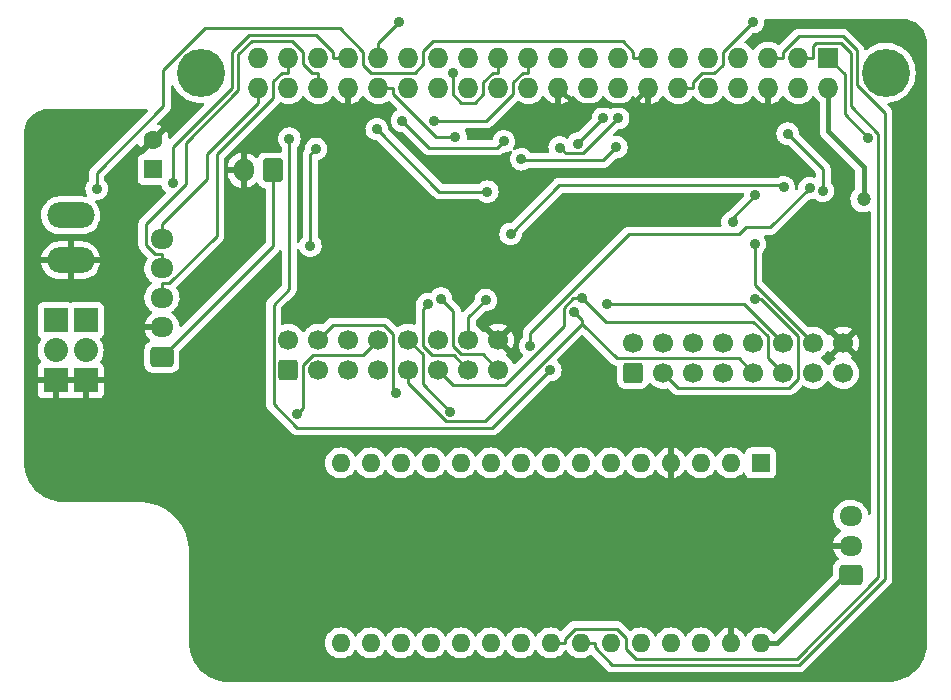
<source format=gbl>
G04 #@! TF.GenerationSoftware,KiCad,Pcbnew,6.0.5*
G04 #@! TF.CreationDate,2022-05-12T16:14:40+02:00*
G04 #@! TF.ProjectId,active3-rpi-hub75-adapter,61637469-7665-4332-9d72-70692d687562,rev?*
G04 #@! TF.SameCoordinates,Original*
G04 #@! TF.FileFunction,Copper,L2,Bot*
G04 #@! TF.FilePolarity,Positive*
%FSLAX46Y46*%
G04 Gerber Fmt 4.6, Leading zero omitted, Abs format (unit mm)*
G04 Created by KiCad (PCBNEW 6.0.5) date 2022-05-12 16:14:40*
%MOMM*%
%LPD*%
G01*
G04 APERTURE LIST*
G04 Aperture macros list*
%AMRoundRect*
0 Rectangle with rounded corners*
0 $1 Rounding radius*
0 $2 $3 $4 $5 $6 $7 $8 $9 X,Y pos of 4 corners*
0 Add a 4 corners polygon primitive as box body*
4,1,4,$2,$3,$4,$5,$6,$7,$8,$9,$2,$3,0*
0 Add four circle primitives for the rounded corners*
1,1,$1+$1,$2,$3*
1,1,$1+$1,$4,$5*
1,1,$1+$1,$6,$7*
1,1,$1+$1,$8,$9*
0 Add four rect primitives between the rounded corners*
20,1,$1+$1,$2,$3,$4,$5,0*
20,1,$1+$1,$4,$5,$6,$7,0*
20,1,$1+$1,$6,$7,$8,$9,0*
20,1,$1+$1,$8,$9,$2,$3,0*%
G04 Aperture macros list end*
G04 #@! TA.AperFunction,ComponentPad*
%ADD10R,1.727200X1.727200*%
G04 #@! TD*
G04 #@! TA.AperFunction,ComponentPad*
%ADD11O,1.727200X1.727200*%
G04 #@! TD*
G04 #@! TA.AperFunction,ComponentPad*
%ADD12RoundRect,0.250000X0.600000X-0.600000X0.600000X0.600000X-0.600000X0.600000X-0.600000X-0.600000X0*%
G04 #@! TD*
G04 #@! TA.AperFunction,ComponentPad*
%ADD13C,1.700000*%
G04 #@! TD*
G04 #@! TA.AperFunction,ComponentPad*
%ADD14C,4.064000*%
G04 #@! TD*
G04 #@! TA.AperFunction,ComponentPad*
%ADD15R,1.600000X1.600000*%
G04 #@! TD*
G04 #@! TA.AperFunction,ComponentPad*
%ADD16C,1.600000*%
G04 #@! TD*
G04 #@! TA.AperFunction,ComponentPad*
%ADD17O,4.000000X2.200000*%
G04 #@! TD*
G04 #@! TA.AperFunction,ComponentPad*
%ADD18R,2.032000X2.032000*%
G04 #@! TD*
G04 #@! TA.AperFunction,ComponentPad*
%ADD19C,2.032000*%
G04 #@! TD*
G04 #@! TA.AperFunction,ComponentPad*
%ADD20O,2.032000X2.032000*%
G04 #@! TD*
G04 #@! TA.AperFunction,ComponentPad*
%ADD21RoundRect,0.250000X0.725000X-0.600000X0.725000X0.600000X-0.725000X0.600000X-0.725000X-0.600000X0*%
G04 #@! TD*
G04 #@! TA.AperFunction,ComponentPad*
%ADD22O,1.950000X1.700000*%
G04 #@! TD*
G04 #@! TA.AperFunction,ComponentPad*
%ADD23RoundRect,0.250000X0.600000X0.750000X-0.600000X0.750000X-0.600000X-0.750000X0.600000X-0.750000X0*%
G04 #@! TD*
G04 #@! TA.AperFunction,ComponentPad*
%ADD24O,1.700000X2.000000*%
G04 #@! TD*
G04 #@! TA.AperFunction,ComponentPad*
%ADD25O,1.600000X1.600000*%
G04 #@! TD*
G04 #@! TA.AperFunction,ViaPad*
%ADD26C,0.889000*%
G04 #@! TD*
G04 #@! TA.AperFunction,ViaPad*
%ADD27C,1.200000*%
G04 #@! TD*
G04 #@! TA.AperFunction,Conductor*
%ADD28C,0.406400*%
G04 #@! TD*
G04 #@! TA.AperFunction,Conductor*
%ADD29C,0.254000*%
G04 #@! TD*
G04 APERTURE END LIST*
D10*
X156210000Y-40640000D03*
D11*
X156210000Y-43180000D03*
X153670000Y-40640000D03*
X153670000Y-43180000D03*
X151130000Y-40640000D03*
X151130000Y-43180000D03*
X148590000Y-40640000D03*
X148590000Y-43180000D03*
X146050000Y-40640000D03*
X146050000Y-43180000D03*
X143510000Y-40640000D03*
X143510000Y-43180000D03*
X140970000Y-40640000D03*
X140970000Y-43180000D03*
X138430000Y-40640000D03*
X138430000Y-43180000D03*
X135890000Y-40640000D03*
X135890000Y-43180000D03*
X133350000Y-40640000D03*
X133350000Y-43180000D03*
X130810000Y-40640000D03*
X130810000Y-43180000D03*
X128270000Y-40640000D03*
X128270000Y-43180000D03*
X125730000Y-40640000D03*
X125730000Y-43180000D03*
X123190000Y-40640000D03*
X123190000Y-43180000D03*
X120650000Y-40640000D03*
X120650000Y-43180000D03*
X118110000Y-40640000D03*
X118110000Y-43180000D03*
X115570000Y-40640000D03*
X115570000Y-43180000D03*
X113030000Y-40640000D03*
X113030000Y-43180000D03*
X110490000Y-40640000D03*
X110490000Y-43180000D03*
X107950000Y-40640000D03*
X107950000Y-43180000D03*
D12*
X110490000Y-67056000D03*
D13*
X110490000Y-64516000D03*
X113030000Y-67056000D03*
X113030000Y-64516000D03*
X115570000Y-67056000D03*
X115570000Y-64516000D03*
X118110000Y-67056000D03*
X118110000Y-64516000D03*
X120650000Y-67056000D03*
X120650000Y-64516000D03*
X123190000Y-67056000D03*
X123190000Y-64516000D03*
X125730000Y-67056000D03*
X125730000Y-64516000D03*
X128270000Y-67056000D03*
X128270000Y-64516000D03*
D12*
X139700000Y-67310000D03*
D13*
X139700000Y-64770000D03*
X142240000Y-67310000D03*
X142240000Y-64770000D03*
X144780000Y-67310000D03*
X144780000Y-64770000D03*
X147320000Y-67310000D03*
X147320000Y-64770000D03*
X149860000Y-67310000D03*
X149860000Y-64770000D03*
X152400000Y-67310000D03*
X152400000Y-64770000D03*
X154940000Y-67310000D03*
X154940000Y-64770000D03*
X157480000Y-67310000D03*
X157480000Y-64770000D03*
D14*
X103080000Y-41910000D03*
X161080000Y-41910000D03*
D15*
X99060000Y-50077400D03*
D16*
X99060000Y-47577400D03*
D17*
X92080000Y-53975000D03*
X92080000Y-57785000D03*
D18*
X90805000Y-62865000D03*
X93345000Y-62865000D03*
D19*
X90805000Y-65405000D03*
D20*
X93345000Y-65405000D03*
D18*
X90805000Y-67945000D03*
X93345000Y-67945000D03*
D21*
X158115000Y-84455000D03*
D22*
X158115000Y-81955000D03*
X158115000Y-79455000D03*
D23*
X109220000Y-50165000D03*
D24*
X106720000Y-50165000D03*
D15*
X150495000Y-74940000D03*
D25*
X147955000Y-74940000D03*
X145415000Y-74940000D03*
X142875000Y-74940000D03*
X140335000Y-74940000D03*
X137795000Y-74940000D03*
X135255000Y-74940000D03*
X132715000Y-74940000D03*
X130175000Y-74940000D03*
X127635000Y-74940000D03*
X125095000Y-74940000D03*
X122555000Y-74940000D03*
X120015000Y-74940000D03*
X117475000Y-74940000D03*
X114935000Y-74940000D03*
X114935000Y-90180000D03*
X117475000Y-90180000D03*
X120015000Y-90180000D03*
X122555000Y-90180000D03*
X125095000Y-90180000D03*
X127635000Y-90180000D03*
X130175000Y-90180000D03*
X132715000Y-90180000D03*
X135255000Y-90180000D03*
X137795000Y-90180000D03*
X140335000Y-90180000D03*
X142875000Y-90180000D03*
X145415000Y-90180000D03*
X147955000Y-90180000D03*
X150495000Y-90180000D03*
D21*
X99805000Y-65960000D03*
D22*
X99805000Y-63460000D03*
X99805000Y-60960000D03*
X99805000Y-58460000D03*
X99805000Y-55960000D03*
D26*
X149860000Y-46990000D03*
D27*
X159204600Y-52605300D03*
D26*
X124447500Y-41935000D03*
X94283000Y-51724100D03*
X112366900Y-56546500D03*
X112844600Y-48347200D03*
X149834100Y-37612400D03*
X122853200Y-45987500D03*
X130231900Y-49224200D03*
X138274900Y-48217900D03*
X152781700Y-47058200D03*
X155775700Y-51874900D03*
X133485000Y-48234900D03*
X138430000Y-45740300D03*
X135039700Y-47897800D03*
X137152100Y-45723800D03*
X128738500Y-47705900D03*
X120131300Y-45948000D03*
X119892500Y-37567500D03*
X124655700Y-47364500D03*
X129323000Y-55546800D03*
X152431200Y-51605400D03*
X100737700Y-51269200D03*
X150055200Y-52274000D03*
X117995400Y-46673900D03*
X127350200Y-51969100D03*
X148111700Y-54562100D03*
X132683600Y-67070300D03*
X130988300Y-65027400D03*
X154631500Y-51691400D03*
X110592400Y-47481800D03*
X134669300Y-62128200D03*
X124207500Y-70586100D03*
X135407200Y-61003300D03*
X137449800Y-61455900D03*
X122291300Y-61516200D03*
X127215900Y-61137300D03*
X123424200Y-61017500D03*
X150028300Y-61067400D03*
X150009300Y-56393400D03*
X159619100Y-47428100D03*
X119597400Y-68986000D03*
X111262500Y-70755700D03*
D28*
X156210000Y-46858700D02*
X159204600Y-49853300D01*
X156210000Y-43180000D02*
X156210000Y-46858700D01*
X150495000Y-90180000D02*
X151904900Y-90180000D01*
X159204600Y-49853300D02*
X159204600Y-52605300D01*
X151904900Y-90180000D02*
X157629900Y-84455000D01*
X133350000Y-43180000D02*
X134822711Y-44652711D01*
X134822711Y-44652711D02*
X139497289Y-44652711D01*
X139497289Y-44652711D02*
X140970000Y-43180000D01*
D29*
X128270000Y-40640000D02*
X128270000Y-41884900D01*
X127025100Y-43693500D02*
X126293600Y-44425000D01*
X127803100Y-41884900D02*
X127025100Y-42662900D01*
X125156100Y-44425000D02*
X124447500Y-43716400D01*
X127025100Y-42662900D02*
X127025100Y-43693500D01*
X126293600Y-44425000D02*
X125156100Y-44425000D01*
X128270000Y-41884900D02*
X127803100Y-41884900D01*
X124447500Y-43716400D02*
X124447500Y-41935000D01*
X121226400Y-41885000D02*
X121920000Y-41191400D01*
X139725100Y-40124200D02*
X139725100Y-40640000D01*
X116865000Y-40152500D02*
X116865000Y-41224200D01*
X140970000Y-40640000D02*
X139725100Y-40640000D01*
X117525800Y-41885000D02*
X121226400Y-41885000D01*
X112366900Y-56546500D02*
X112366900Y-48824900D01*
X103431000Y-38128400D02*
X114840900Y-38128400D01*
X94283000Y-50383100D02*
X99916100Y-44750000D01*
X121920000Y-41191400D02*
X121920000Y-40095100D01*
X138824000Y-39223100D02*
X139725100Y-40124200D01*
X114840900Y-38128400D02*
X116865000Y-40152500D01*
X94283000Y-51724100D02*
X94283000Y-50383100D01*
X99916100Y-41643300D02*
X103431000Y-38128400D01*
X121920000Y-40095100D02*
X122792000Y-39223100D01*
X112366900Y-48824900D02*
X112844600Y-48347200D01*
X116865000Y-41224200D02*
X117525800Y-41885000D01*
X122792000Y-39223100D02*
X138824000Y-39223100D01*
X99916100Y-44750000D02*
X99916100Y-41643300D01*
X146582000Y-41935100D02*
X147295000Y-41222100D01*
X147295000Y-41222100D02*
X147295000Y-40151500D01*
X144754900Y-43180000D02*
X144754900Y-42713100D01*
X143510000Y-43180000D02*
X144754900Y-43180000D01*
X145532900Y-41935100D02*
X146582000Y-41935100D01*
X147295000Y-40151500D02*
X149834100Y-37612400D01*
X144754900Y-42713100D02*
X145532900Y-41935100D01*
X127248400Y-45987500D02*
X122853200Y-45987500D01*
X129565100Y-42662900D02*
X129565100Y-43670800D01*
X130343100Y-41884900D02*
X129565100Y-42662900D01*
X130810000Y-40640000D02*
X130810000Y-41884900D01*
X129565100Y-43670800D02*
X127248400Y-45987500D01*
X130810000Y-41884900D02*
X130343100Y-41884900D01*
X130231900Y-49224200D02*
X130320000Y-49312300D01*
X130320000Y-49312300D02*
X137180500Y-49312300D01*
X137180500Y-49312300D02*
X138274900Y-48217900D01*
X152781700Y-47058200D02*
X155775700Y-50052200D01*
X155775700Y-50052200D02*
X155775700Y-51874900D01*
X135445700Y-48724600D02*
X133974700Y-48724600D01*
X133974700Y-48724600D02*
X133485000Y-48234900D01*
X138430000Y-45740300D02*
X135445700Y-48724600D01*
X137152100Y-45723800D02*
X135039700Y-47836200D01*
X135039700Y-47836200D02*
X135039700Y-47897800D01*
X122439200Y-48255900D02*
X128188500Y-48255900D01*
X128188500Y-48255900D02*
X128738500Y-47705900D01*
X120131300Y-45948000D02*
X122439200Y-48255900D01*
X118110000Y-39350000D02*
X118110000Y-40640000D01*
X119892500Y-37567500D02*
X118110000Y-39350000D01*
X119354900Y-43695800D02*
X123023600Y-47364500D01*
X118110000Y-43180000D02*
X119354900Y-43180000D01*
X119354900Y-43180000D02*
X119354900Y-43695800D01*
X123023600Y-47364500D02*
X124655700Y-47364500D01*
X114325100Y-40124200D02*
X114325100Y-40640000D01*
X133436200Y-51433600D02*
X129323000Y-55546800D01*
X115570000Y-40640000D02*
X114325100Y-40640000D01*
X107177100Y-38679300D02*
X112880200Y-38679300D01*
X100737700Y-51269200D02*
X100737700Y-48189200D01*
X112880200Y-38679300D02*
X114325100Y-40124200D01*
X152259400Y-51433600D02*
X133436200Y-51433600D01*
X100737700Y-48189200D02*
X105747400Y-43179500D01*
X105747400Y-40109000D02*
X107177100Y-38679300D01*
X152431200Y-51605400D02*
X152259400Y-51433600D01*
X105747400Y-43179500D02*
X105747400Y-40109000D01*
X148111700Y-54217500D02*
X148111700Y-54562100D01*
X150055200Y-52274000D02*
X148111700Y-54217500D01*
X117995400Y-46673900D02*
X123290500Y-51969000D01*
X127350200Y-51969000D02*
X127350200Y-51969100D01*
X123290500Y-51969000D02*
X127350200Y-51969000D01*
X149215800Y-55000300D02*
X148640900Y-55575200D01*
X130988300Y-63922600D02*
X130988300Y-65027400D01*
X109252200Y-69951000D02*
X111274500Y-71973300D01*
X111274500Y-71973300D02*
X127780600Y-71973300D01*
X127780600Y-71973300D02*
X132683600Y-67070300D01*
X109252200Y-61533100D02*
X109252200Y-69951000D01*
X151322600Y-55000300D02*
X149215800Y-55000300D01*
X154631500Y-51691400D02*
X151322600Y-55000300D01*
X110592400Y-60192900D02*
X109252200Y-61533100D01*
X148640900Y-55575200D02*
X139335700Y-55575200D01*
X110592400Y-47481800D02*
X110592400Y-60192900D01*
X139335700Y-55575200D02*
X130988300Y-63922600D01*
X123865500Y-71411900D02*
X120650000Y-68196400D01*
X135402400Y-63141900D02*
X127132400Y-71411900D01*
X127132400Y-71411900D02*
X123865500Y-71411900D01*
X134669300Y-62128200D02*
X135402400Y-62861300D01*
X148627600Y-66077600D02*
X138338100Y-66077600D01*
X149860000Y-67310000D02*
X148627600Y-66077600D01*
X138338100Y-66077600D02*
X135402400Y-63141900D01*
X135402400Y-62861300D02*
X135402400Y-63141900D01*
X120650000Y-68196400D02*
X120650000Y-67056000D01*
X120650000Y-64516000D02*
X121881300Y-65747300D01*
X121881400Y-65747300D02*
X121881400Y-68260000D01*
X121881400Y-68260000D02*
X124207500Y-70586100D01*
X121881300Y-65747300D02*
X121881400Y-65747300D01*
X133843500Y-63340100D02*
X128866200Y-68317400D01*
X151130000Y-64219000D02*
X151130000Y-66040000D01*
X128866200Y-68317400D02*
X124451400Y-68317400D01*
X151130000Y-66040000D02*
X152400000Y-67310000D01*
X137369100Y-62965200D02*
X149876200Y-62965200D01*
X149876200Y-62965200D02*
X151130000Y-64219000D01*
X124451400Y-68317400D02*
X123190000Y-67056000D01*
X134626400Y-61003300D02*
X133843500Y-61786200D01*
X135407200Y-61003300D02*
X137369100Y-62965200D01*
X135407200Y-61003300D02*
X134626400Y-61003300D01*
X133843500Y-61786200D02*
X133843500Y-63340100D01*
X149085900Y-61455900D02*
X137449800Y-61455900D01*
X152400000Y-64770000D02*
X149085900Y-61455900D01*
X125730000Y-67056000D02*
X124498600Y-65824600D01*
X124498600Y-65824600D02*
X122677600Y-65824600D01*
X121920000Y-65067000D02*
X121920000Y-61887500D01*
X122677600Y-65824600D02*
X121920000Y-65067000D01*
X121920000Y-61887500D02*
X122291300Y-61516200D01*
X127215900Y-61137300D02*
X125730000Y-62623200D01*
X125730000Y-62623200D02*
X125730000Y-64516000D01*
X126961400Y-65747400D02*
X125143700Y-65747400D01*
X124460000Y-65063700D02*
X124460000Y-62053300D01*
X125143700Y-65747400D02*
X124460000Y-65063700D01*
X128270000Y-67056000D02*
X126961400Y-65747400D01*
X124460000Y-62053300D02*
X123424200Y-61017500D01*
X153670000Y-67793100D02*
X152891200Y-68571900D01*
X143501900Y-68571900D02*
X142240000Y-67310000D01*
X153670000Y-64219000D02*
X153670000Y-67793100D01*
X150518400Y-61067400D02*
X153670000Y-64219000D01*
X152891200Y-68571900D02*
X143501900Y-68571900D01*
X150028300Y-61067400D02*
X150518400Y-61067400D01*
X154940000Y-64770000D02*
X150009300Y-59839300D01*
X150009300Y-59839300D02*
X150009300Y-56393400D01*
X157607400Y-42037400D02*
X157607400Y-45416400D01*
X156210000Y-40640000D02*
X157607400Y-42037400D01*
X157607400Y-45416400D02*
X159619100Y-47428100D01*
X113030000Y-64516000D02*
X114282000Y-63264000D01*
X114282000Y-63264000D02*
X118613700Y-63264000D01*
X119380000Y-64030300D02*
X119380000Y-68768600D01*
X118613700Y-63264000D02*
X119380000Y-64030300D01*
X119380000Y-68768600D02*
X119597400Y-68986000D01*
X111722400Y-70295800D02*
X111262500Y-70755700D01*
X118110000Y-64516000D02*
X116840000Y-65786000D01*
X112554600Y-65786000D02*
X111722400Y-66618200D01*
X111722400Y-66618200D02*
X111722400Y-70295800D01*
X116840000Y-65786000D02*
X112554600Y-65786000D01*
X99805000Y-65960000D02*
X109220000Y-56545000D01*
X109220000Y-56545000D02*
X109220000Y-50165000D01*
X160462100Y-84622800D02*
X153560900Y-91524000D01*
X139923300Y-91524000D02*
X139065000Y-90665700D01*
X157278400Y-39387300D02*
X158115700Y-40224600D01*
X155156100Y-39387300D02*
X157278400Y-39387300D01*
X139065000Y-90665700D02*
X139065000Y-89727900D01*
X153560900Y-91524000D02*
X139923300Y-91524000D01*
X138304800Y-88967700D02*
X134741500Y-88967700D01*
X154914900Y-39628500D02*
X155156100Y-39387300D01*
X160462100Y-47097900D02*
X160462100Y-84622800D01*
X132715000Y-90180000D02*
X133896300Y-90180000D01*
X134741500Y-88967700D02*
X133896300Y-89812900D01*
X133896300Y-89812900D02*
X133896300Y-90180000D01*
X139065000Y-89727900D02*
X138304800Y-88967700D01*
X158115700Y-44751500D02*
X160462100Y-47097900D01*
X154914900Y-40640000D02*
X154914900Y-39628500D01*
X153670000Y-40640000D02*
X154914900Y-40640000D01*
X158115700Y-40224600D02*
X158115700Y-44751500D01*
X136436300Y-90547100D02*
X136436300Y-90180000D01*
X135255000Y-90180000D02*
X136436300Y-90180000D01*
X158624100Y-42924200D02*
X160997000Y-45297100D01*
X153713600Y-38834500D02*
X157444700Y-38834500D01*
X137922800Y-92033600D02*
X136436300Y-90547100D01*
X160997000Y-84806900D02*
X153770300Y-92033600D01*
X158624100Y-40013900D02*
X158624100Y-42924200D01*
X160997000Y-45297100D02*
X160997000Y-84806900D01*
X153770300Y-92033600D02*
X137922800Y-92033600D01*
X157444700Y-38834500D02*
X158624100Y-40013900D01*
X152374900Y-40640000D02*
X152374900Y-40173200D01*
X152374900Y-40173200D02*
X153713600Y-38834500D01*
X151130000Y-40640000D02*
X152374900Y-40640000D01*
X99805000Y-60960000D02*
X99805000Y-59728700D01*
X110490000Y-40640000D02*
X110490000Y-41884900D01*
X100420600Y-59728700D02*
X99805000Y-59728700D01*
X110490000Y-41884900D02*
X109974200Y-41884900D01*
X109974200Y-41884900D02*
X109220000Y-42639100D01*
X109220000Y-44027900D02*
X104462800Y-48785100D01*
X104462800Y-48785100D02*
X104462800Y-55686500D01*
X109220000Y-42639100D02*
X109220000Y-44027900D01*
X104462800Y-55686500D02*
X100420600Y-59728700D01*
X112514200Y-41935100D02*
X113030000Y-41935100D01*
X101810700Y-51364100D02*
X101810700Y-47850600D01*
X99805000Y-58460000D02*
X99805000Y-57228700D01*
X106283300Y-43378000D02*
X106283300Y-40317800D01*
X98446900Y-56486300D02*
X98446900Y-54727900D01*
X99189300Y-57228700D02*
X98446900Y-56486300D01*
X106283300Y-40317800D02*
X107389900Y-39211200D01*
X101810700Y-47850600D02*
X106283300Y-43378000D01*
X99805000Y-57228700D02*
X99189300Y-57228700D01*
X98446900Y-54727900D02*
X101810700Y-51364100D01*
X111760000Y-41180900D02*
X112514200Y-41935100D01*
X107389900Y-39211200D02*
X110839400Y-39211200D01*
X110839400Y-39211200D02*
X111760000Y-40131800D01*
X113030000Y-43180000D02*
X113030000Y-41935100D01*
X111760000Y-40131800D02*
X111760000Y-41180900D01*
X107950000Y-44424900D02*
X103595300Y-48779600D01*
X103595300Y-50938400D02*
X99805000Y-54728700D01*
X99805000Y-55960000D02*
X99805000Y-54728700D01*
X107950000Y-43180000D02*
X107950000Y-44424900D01*
X103595300Y-48779600D02*
X103595300Y-50938400D01*
G04 #@! TA.AperFunction,Conductor*
G36*
X162530018Y-37340000D02*
G01*
X162544851Y-37342310D01*
X162544855Y-37342310D01*
X162553724Y-37343691D01*
X162562626Y-37342527D01*
X162562629Y-37342527D01*
X162570012Y-37341561D01*
X162594591Y-37340767D01*
X162621442Y-37342527D01*
X162816922Y-37355340D01*
X162833262Y-37357491D01*
X162888111Y-37368401D01*
X163077696Y-37406112D01*
X163093606Y-37410375D01*
X163322768Y-37488165D01*
X163329600Y-37490484D01*
X163344826Y-37496791D01*
X163568342Y-37607016D01*
X163582616Y-37615257D01*
X163789829Y-37753713D01*
X163802905Y-37763746D01*
X163990278Y-37928068D01*
X164001932Y-37939722D01*
X164166254Y-38127095D01*
X164176287Y-38140171D01*
X164314743Y-38347384D01*
X164322984Y-38361658D01*
X164433209Y-38585174D01*
X164439515Y-38600398D01*
X164519625Y-38836394D01*
X164523888Y-38852304D01*
X164535187Y-38909107D01*
X164572509Y-39096738D01*
X164574660Y-39113078D01*
X164575237Y-39121878D01*
X164588358Y-39322050D01*
X164588763Y-39328236D01*
X164587733Y-39351350D01*
X164587690Y-39354854D01*
X164586309Y-39363724D01*
X164587473Y-39372626D01*
X164587473Y-39372628D01*
X164590436Y-39395283D01*
X164591500Y-39411621D01*
X164591500Y-90120633D01*
X164590000Y-90140018D01*
X164587690Y-90154851D01*
X164587690Y-90154855D01*
X164586309Y-90163724D01*
X164588136Y-90177693D01*
X164588756Y-90182433D01*
X164589647Y-90205366D01*
X164574418Y-90495950D01*
X164573760Y-90508501D01*
X164572382Y-90521616D01*
X164549553Y-90665751D01*
X164520387Y-90849898D01*
X164517645Y-90862798D01*
X164431621Y-91183846D01*
X164427547Y-91196382D01*
X164414990Y-91229096D01*
X164308438Y-91506672D01*
X164303074Y-91518720D01*
X164152180Y-91814867D01*
X164145586Y-91826288D01*
X163964563Y-92105040D01*
X163956810Y-92115710D01*
X163747648Y-92374004D01*
X163738823Y-92383805D01*
X163503805Y-92618823D01*
X163494004Y-92627648D01*
X163235710Y-92836810D01*
X163225040Y-92844563D01*
X162946288Y-93025586D01*
X162934867Y-93032180D01*
X162638720Y-93183074D01*
X162626671Y-93188438D01*
X162316382Y-93307547D01*
X162303846Y-93311621D01*
X161982798Y-93397645D01*
X161969898Y-93400387D01*
X161641617Y-93452382D01*
X161628501Y-93453760D01*
X161594848Y-93455524D01*
X161332702Y-93469262D01*
X161306727Y-93467935D01*
X161305157Y-93467691D01*
X161305151Y-93467691D01*
X161296276Y-93466309D01*
X161287374Y-93467473D01*
X161287372Y-93467473D01*
X161272323Y-93469441D01*
X161264714Y-93470436D01*
X161248379Y-93471500D01*
X105459367Y-93471500D01*
X105439982Y-93470000D01*
X105425149Y-93467690D01*
X105425145Y-93467690D01*
X105416276Y-93466309D01*
X105397564Y-93468756D01*
X105374634Y-93469647D01*
X105071497Y-93453760D01*
X105058383Y-93452382D01*
X104730102Y-93400387D01*
X104717202Y-93397645D01*
X104396154Y-93311621D01*
X104383618Y-93307547D01*
X104073329Y-93188438D01*
X104061280Y-93183074D01*
X103765133Y-93032180D01*
X103753712Y-93025586D01*
X103474960Y-92844563D01*
X103464290Y-92836810D01*
X103205996Y-92627648D01*
X103196195Y-92618823D01*
X102961177Y-92383805D01*
X102952352Y-92374004D01*
X102743190Y-92115710D01*
X102735437Y-92105040D01*
X102554414Y-91826288D01*
X102547820Y-91814867D01*
X102396926Y-91518720D01*
X102391562Y-91506672D01*
X102285010Y-91229096D01*
X102272453Y-91196382D01*
X102268379Y-91183846D01*
X102182355Y-90862798D01*
X102179613Y-90849898D01*
X102150447Y-90665751D01*
X102127618Y-90521616D01*
X102126240Y-90508501D01*
X102125582Y-90495950D01*
X102110932Y-90216413D01*
X102112506Y-90188910D01*
X102112770Y-90187341D01*
X102113576Y-90182552D01*
X102113729Y-90170000D01*
X102109773Y-90142376D01*
X102108500Y-90124514D01*
X102108500Y-82603250D01*
X102110246Y-82582345D01*
X102112770Y-82567344D01*
X102112770Y-82567341D01*
X102113576Y-82562552D01*
X102113729Y-82550000D01*
X102113039Y-82545182D01*
X102112722Y-82540321D01*
X102112797Y-82540316D01*
X102112539Y-82537595D01*
X102094805Y-82154004D01*
X102094804Y-82153997D01*
X102094671Y-82151113D01*
X102039504Y-81755630D01*
X101948081Y-81366924D01*
X101821183Y-80988311D01*
X101743493Y-80812361D01*
X101661067Y-80625683D01*
X101661063Y-80625674D01*
X101659892Y-80623023D01*
X101658485Y-80620496D01*
X101658480Y-80620487D01*
X101467000Y-80276714D01*
X101466998Y-80276710D01*
X101465585Y-80274174D01*
X101239919Y-79944742D01*
X101238071Y-79942516D01*
X101238063Y-79942506D01*
X100986676Y-79639774D01*
X100986673Y-79639771D01*
X100984819Y-79637538D01*
X100702462Y-79355181D01*
X100700226Y-79353324D01*
X100397494Y-79101937D01*
X100397484Y-79101929D01*
X100395258Y-79100081D01*
X100065826Y-78874415D01*
X100063286Y-78873000D01*
X99719513Y-78681520D01*
X99719504Y-78681515D01*
X99716977Y-78680108D01*
X99714326Y-78678937D01*
X99714317Y-78678933D01*
X99354359Y-78519996D01*
X99351689Y-78518817D01*
X98973076Y-78391919D01*
X98970243Y-78391253D01*
X98970237Y-78391251D01*
X98715663Y-78331376D01*
X98584370Y-78300496D01*
X98581485Y-78300094D01*
X98581482Y-78300093D01*
X98304764Y-78261493D01*
X98188887Y-78245329D01*
X98186003Y-78245196D01*
X98185996Y-78245195D01*
X97818695Y-78228214D01*
X97812217Y-78227522D01*
X97812204Y-78227667D01*
X97807353Y-78227232D01*
X97802552Y-78226424D01*
X97796114Y-78226346D01*
X97794860Y-78226330D01*
X97794857Y-78226330D01*
X97790000Y-78226271D01*
X97772648Y-78228756D01*
X97762376Y-78230227D01*
X97744514Y-78231500D01*
X91489367Y-78231500D01*
X91469982Y-78230000D01*
X91455149Y-78227690D01*
X91455145Y-78227690D01*
X91446276Y-78226309D01*
X91427564Y-78228756D01*
X91404634Y-78229647D01*
X91101497Y-78213760D01*
X91088383Y-78212382D01*
X90760102Y-78160387D01*
X90747202Y-78157645D01*
X90571735Y-78110629D01*
X90426152Y-78071620D01*
X90413618Y-78067547D01*
X90103329Y-77948438D01*
X90091280Y-77943074D01*
X89795133Y-77792180D01*
X89783712Y-77785586D01*
X89504960Y-77604563D01*
X89494290Y-77596810D01*
X89235996Y-77387648D01*
X89226195Y-77378823D01*
X88991177Y-77143805D01*
X88982352Y-77134004D01*
X88773190Y-76875710D01*
X88765437Y-76865040D01*
X88584414Y-76586288D01*
X88577820Y-76574867D01*
X88426926Y-76278720D01*
X88421562Y-76266672D01*
X88347575Y-76073931D01*
X88302453Y-75956382D01*
X88298379Y-75943846D01*
X88271215Y-75842466D01*
X88212355Y-75622798D01*
X88209613Y-75609898D01*
X88175610Y-75395213D01*
X88157618Y-75281616D01*
X88156240Y-75268501D01*
X88151256Y-75173402D01*
X88140932Y-74976413D01*
X88142506Y-74948910D01*
X88142770Y-74947341D01*
X88143576Y-74942552D01*
X88143607Y-74940000D01*
X113621502Y-74940000D01*
X113641457Y-75168087D01*
X113642881Y-75173400D01*
X113642881Y-75173402D01*
X113684544Y-75328887D01*
X113700716Y-75389243D01*
X113703039Y-75394224D01*
X113703039Y-75394225D01*
X113795151Y-75591762D01*
X113795154Y-75591767D01*
X113797477Y-75596749D01*
X113928802Y-75784300D01*
X114090700Y-75946198D01*
X114095208Y-75949355D01*
X114095211Y-75949357D01*
X114136542Y-75978297D01*
X114278251Y-76077523D01*
X114283233Y-76079846D01*
X114283238Y-76079849D01*
X114479765Y-76171490D01*
X114485757Y-76174284D01*
X114491065Y-76175706D01*
X114491067Y-76175707D01*
X114701598Y-76232119D01*
X114701600Y-76232119D01*
X114706913Y-76233543D01*
X114935000Y-76253498D01*
X115163087Y-76233543D01*
X115168400Y-76232119D01*
X115168402Y-76232119D01*
X115378933Y-76175707D01*
X115378935Y-76175706D01*
X115384243Y-76174284D01*
X115390235Y-76171490D01*
X115586762Y-76079849D01*
X115586767Y-76079846D01*
X115591749Y-76077523D01*
X115733458Y-75978297D01*
X115774789Y-75949357D01*
X115774792Y-75949355D01*
X115779300Y-75946198D01*
X115941198Y-75784300D01*
X116072523Y-75596749D01*
X116074846Y-75591767D01*
X116074849Y-75591762D01*
X116090805Y-75557543D01*
X116137722Y-75504258D01*
X116205999Y-75484797D01*
X116273959Y-75505339D01*
X116319195Y-75557543D01*
X116335151Y-75591762D01*
X116335154Y-75591767D01*
X116337477Y-75596749D01*
X116468802Y-75784300D01*
X116630700Y-75946198D01*
X116635208Y-75949355D01*
X116635211Y-75949357D01*
X116676542Y-75978297D01*
X116818251Y-76077523D01*
X116823233Y-76079846D01*
X116823238Y-76079849D01*
X117019765Y-76171490D01*
X117025757Y-76174284D01*
X117031065Y-76175706D01*
X117031067Y-76175707D01*
X117241598Y-76232119D01*
X117241600Y-76232119D01*
X117246913Y-76233543D01*
X117475000Y-76253498D01*
X117703087Y-76233543D01*
X117708400Y-76232119D01*
X117708402Y-76232119D01*
X117918933Y-76175707D01*
X117918935Y-76175706D01*
X117924243Y-76174284D01*
X117930235Y-76171490D01*
X118126762Y-76079849D01*
X118126767Y-76079846D01*
X118131749Y-76077523D01*
X118273458Y-75978297D01*
X118314789Y-75949357D01*
X118314792Y-75949355D01*
X118319300Y-75946198D01*
X118481198Y-75784300D01*
X118612523Y-75596749D01*
X118614846Y-75591767D01*
X118614849Y-75591762D01*
X118630805Y-75557543D01*
X118677722Y-75504258D01*
X118745999Y-75484797D01*
X118813959Y-75505339D01*
X118859195Y-75557543D01*
X118875151Y-75591762D01*
X118875154Y-75591767D01*
X118877477Y-75596749D01*
X119008802Y-75784300D01*
X119170700Y-75946198D01*
X119175208Y-75949355D01*
X119175211Y-75949357D01*
X119216542Y-75978297D01*
X119358251Y-76077523D01*
X119363233Y-76079846D01*
X119363238Y-76079849D01*
X119559765Y-76171490D01*
X119565757Y-76174284D01*
X119571065Y-76175706D01*
X119571067Y-76175707D01*
X119781598Y-76232119D01*
X119781600Y-76232119D01*
X119786913Y-76233543D01*
X120015000Y-76253498D01*
X120243087Y-76233543D01*
X120248400Y-76232119D01*
X120248402Y-76232119D01*
X120458933Y-76175707D01*
X120458935Y-76175706D01*
X120464243Y-76174284D01*
X120470235Y-76171490D01*
X120666762Y-76079849D01*
X120666767Y-76079846D01*
X120671749Y-76077523D01*
X120813458Y-75978297D01*
X120854789Y-75949357D01*
X120854792Y-75949355D01*
X120859300Y-75946198D01*
X121021198Y-75784300D01*
X121152523Y-75596749D01*
X121154846Y-75591767D01*
X121154849Y-75591762D01*
X121170805Y-75557543D01*
X121217722Y-75504258D01*
X121285999Y-75484797D01*
X121353959Y-75505339D01*
X121399195Y-75557543D01*
X121415151Y-75591762D01*
X121415154Y-75591767D01*
X121417477Y-75596749D01*
X121548802Y-75784300D01*
X121710700Y-75946198D01*
X121715208Y-75949355D01*
X121715211Y-75949357D01*
X121756542Y-75978297D01*
X121898251Y-76077523D01*
X121903233Y-76079846D01*
X121903238Y-76079849D01*
X122099765Y-76171490D01*
X122105757Y-76174284D01*
X122111065Y-76175706D01*
X122111067Y-76175707D01*
X122321598Y-76232119D01*
X122321600Y-76232119D01*
X122326913Y-76233543D01*
X122555000Y-76253498D01*
X122783087Y-76233543D01*
X122788400Y-76232119D01*
X122788402Y-76232119D01*
X122998933Y-76175707D01*
X122998935Y-76175706D01*
X123004243Y-76174284D01*
X123010235Y-76171490D01*
X123206762Y-76079849D01*
X123206767Y-76079846D01*
X123211749Y-76077523D01*
X123353458Y-75978297D01*
X123394789Y-75949357D01*
X123394792Y-75949355D01*
X123399300Y-75946198D01*
X123561198Y-75784300D01*
X123692523Y-75596749D01*
X123694846Y-75591767D01*
X123694849Y-75591762D01*
X123710805Y-75557543D01*
X123757722Y-75504258D01*
X123825999Y-75484797D01*
X123893959Y-75505339D01*
X123939195Y-75557543D01*
X123955151Y-75591762D01*
X123955154Y-75591767D01*
X123957477Y-75596749D01*
X124088802Y-75784300D01*
X124250700Y-75946198D01*
X124255208Y-75949355D01*
X124255211Y-75949357D01*
X124296542Y-75978297D01*
X124438251Y-76077523D01*
X124443233Y-76079846D01*
X124443238Y-76079849D01*
X124639765Y-76171490D01*
X124645757Y-76174284D01*
X124651065Y-76175706D01*
X124651067Y-76175707D01*
X124861598Y-76232119D01*
X124861600Y-76232119D01*
X124866913Y-76233543D01*
X125095000Y-76253498D01*
X125323087Y-76233543D01*
X125328400Y-76232119D01*
X125328402Y-76232119D01*
X125538933Y-76175707D01*
X125538935Y-76175706D01*
X125544243Y-76174284D01*
X125550235Y-76171490D01*
X125746762Y-76079849D01*
X125746767Y-76079846D01*
X125751749Y-76077523D01*
X125893458Y-75978297D01*
X125934789Y-75949357D01*
X125934792Y-75949355D01*
X125939300Y-75946198D01*
X126101198Y-75784300D01*
X126232523Y-75596749D01*
X126234846Y-75591767D01*
X126234849Y-75591762D01*
X126250805Y-75557543D01*
X126297722Y-75504258D01*
X126365999Y-75484797D01*
X126433959Y-75505339D01*
X126479195Y-75557543D01*
X126495151Y-75591762D01*
X126495154Y-75591767D01*
X126497477Y-75596749D01*
X126628802Y-75784300D01*
X126790700Y-75946198D01*
X126795208Y-75949355D01*
X126795211Y-75949357D01*
X126836542Y-75978297D01*
X126978251Y-76077523D01*
X126983233Y-76079846D01*
X126983238Y-76079849D01*
X127179765Y-76171490D01*
X127185757Y-76174284D01*
X127191065Y-76175706D01*
X127191067Y-76175707D01*
X127401598Y-76232119D01*
X127401600Y-76232119D01*
X127406913Y-76233543D01*
X127635000Y-76253498D01*
X127863087Y-76233543D01*
X127868400Y-76232119D01*
X127868402Y-76232119D01*
X128078933Y-76175707D01*
X128078935Y-76175706D01*
X128084243Y-76174284D01*
X128090235Y-76171490D01*
X128286762Y-76079849D01*
X128286767Y-76079846D01*
X128291749Y-76077523D01*
X128433458Y-75978297D01*
X128474789Y-75949357D01*
X128474792Y-75949355D01*
X128479300Y-75946198D01*
X128641198Y-75784300D01*
X128772523Y-75596749D01*
X128774846Y-75591767D01*
X128774849Y-75591762D01*
X128790805Y-75557543D01*
X128837722Y-75504258D01*
X128905999Y-75484797D01*
X128973959Y-75505339D01*
X129019195Y-75557543D01*
X129035151Y-75591762D01*
X129035154Y-75591767D01*
X129037477Y-75596749D01*
X129168802Y-75784300D01*
X129330700Y-75946198D01*
X129335208Y-75949355D01*
X129335211Y-75949357D01*
X129376542Y-75978297D01*
X129518251Y-76077523D01*
X129523233Y-76079846D01*
X129523238Y-76079849D01*
X129719765Y-76171490D01*
X129725757Y-76174284D01*
X129731065Y-76175706D01*
X129731067Y-76175707D01*
X129941598Y-76232119D01*
X129941600Y-76232119D01*
X129946913Y-76233543D01*
X130175000Y-76253498D01*
X130403087Y-76233543D01*
X130408400Y-76232119D01*
X130408402Y-76232119D01*
X130618933Y-76175707D01*
X130618935Y-76175706D01*
X130624243Y-76174284D01*
X130630235Y-76171490D01*
X130826762Y-76079849D01*
X130826767Y-76079846D01*
X130831749Y-76077523D01*
X130973458Y-75978297D01*
X131014789Y-75949357D01*
X131014792Y-75949355D01*
X131019300Y-75946198D01*
X131181198Y-75784300D01*
X131312523Y-75596749D01*
X131314846Y-75591767D01*
X131314849Y-75591762D01*
X131330805Y-75557543D01*
X131377722Y-75504258D01*
X131445999Y-75484797D01*
X131513959Y-75505339D01*
X131559195Y-75557543D01*
X131575151Y-75591762D01*
X131575154Y-75591767D01*
X131577477Y-75596749D01*
X131708802Y-75784300D01*
X131870700Y-75946198D01*
X131875208Y-75949355D01*
X131875211Y-75949357D01*
X131916542Y-75978297D01*
X132058251Y-76077523D01*
X132063233Y-76079846D01*
X132063238Y-76079849D01*
X132259765Y-76171490D01*
X132265757Y-76174284D01*
X132271065Y-76175706D01*
X132271067Y-76175707D01*
X132481598Y-76232119D01*
X132481600Y-76232119D01*
X132486913Y-76233543D01*
X132715000Y-76253498D01*
X132943087Y-76233543D01*
X132948400Y-76232119D01*
X132948402Y-76232119D01*
X133158933Y-76175707D01*
X133158935Y-76175706D01*
X133164243Y-76174284D01*
X133170235Y-76171490D01*
X133366762Y-76079849D01*
X133366767Y-76079846D01*
X133371749Y-76077523D01*
X133513458Y-75978297D01*
X133554789Y-75949357D01*
X133554792Y-75949355D01*
X133559300Y-75946198D01*
X133721198Y-75784300D01*
X133852523Y-75596749D01*
X133854846Y-75591767D01*
X133854849Y-75591762D01*
X133870805Y-75557543D01*
X133917722Y-75504258D01*
X133985999Y-75484797D01*
X134053959Y-75505339D01*
X134099195Y-75557543D01*
X134115151Y-75591762D01*
X134115154Y-75591767D01*
X134117477Y-75596749D01*
X134248802Y-75784300D01*
X134410700Y-75946198D01*
X134415208Y-75949355D01*
X134415211Y-75949357D01*
X134456542Y-75978297D01*
X134598251Y-76077523D01*
X134603233Y-76079846D01*
X134603238Y-76079849D01*
X134799765Y-76171490D01*
X134805757Y-76174284D01*
X134811065Y-76175706D01*
X134811067Y-76175707D01*
X135021598Y-76232119D01*
X135021600Y-76232119D01*
X135026913Y-76233543D01*
X135255000Y-76253498D01*
X135483087Y-76233543D01*
X135488400Y-76232119D01*
X135488402Y-76232119D01*
X135698933Y-76175707D01*
X135698935Y-76175706D01*
X135704243Y-76174284D01*
X135710235Y-76171490D01*
X135906762Y-76079849D01*
X135906767Y-76079846D01*
X135911749Y-76077523D01*
X136053458Y-75978297D01*
X136094789Y-75949357D01*
X136094792Y-75949355D01*
X136099300Y-75946198D01*
X136261198Y-75784300D01*
X136392523Y-75596749D01*
X136394846Y-75591767D01*
X136394849Y-75591762D01*
X136410805Y-75557543D01*
X136457722Y-75504258D01*
X136525999Y-75484797D01*
X136593959Y-75505339D01*
X136639195Y-75557543D01*
X136655151Y-75591762D01*
X136655154Y-75591767D01*
X136657477Y-75596749D01*
X136788802Y-75784300D01*
X136950700Y-75946198D01*
X136955208Y-75949355D01*
X136955211Y-75949357D01*
X136996542Y-75978297D01*
X137138251Y-76077523D01*
X137143233Y-76079846D01*
X137143238Y-76079849D01*
X137339765Y-76171490D01*
X137345757Y-76174284D01*
X137351065Y-76175706D01*
X137351067Y-76175707D01*
X137561598Y-76232119D01*
X137561600Y-76232119D01*
X137566913Y-76233543D01*
X137795000Y-76253498D01*
X138023087Y-76233543D01*
X138028400Y-76232119D01*
X138028402Y-76232119D01*
X138238933Y-76175707D01*
X138238935Y-76175706D01*
X138244243Y-76174284D01*
X138250235Y-76171490D01*
X138446762Y-76079849D01*
X138446767Y-76079846D01*
X138451749Y-76077523D01*
X138593458Y-75978297D01*
X138634789Y-75949357D01*
X138634792Y-75949355D01*
X138639300Y-75946198D01*
X138801198Y-75784300D01*
X138932523Y-75596749D01*
X138934846Y-75591767D01*
X138934849Y-75591762D01*
X138950805Y-75557543D01*
X138997722Y-75504258D01*
X139065999Y-75484797D01*
X139133959Y-75505339D01*
X139179195Y-75557543D01*
X139195151Y-75591762D01*
X139195154Y-75591767D01*
X139197477Y-75596749D01*
X139328802Y-75784300D01*
X139490700Y-75946198D01*
X139495208Y-75949355D01*
X139495211Y-75949357D01*
X139536542Y-75978297D01*
X139678251Y-76077523D01*
X139683233Y-76079846D01*
X139683238Y-76079849D01*
X139879765Y-76171490D01*
X139885757Y-76174284D01*
X139891065Y-76175706D01*
X139891067Y-76175707D01*
X140101598Y-76232119D01*
X140101600Y-76232119D01*
X140106913Y-76233543D01*
X140335000Y-76253498D01*
X140563087Y-76233543D01*
X140568400Y-76232119D01*
X140568402Y-76232119D01*
X140778933Y-76175707D01*
X140778935Y-76175706D01*
X140784243Y-76174284D01*
X140790235Y-76171490D01*
X140986762Y-76079849D01*
X140986767Y-76079846D01*
X140991749Y-76077523D01*
X141133458Y-75978297D01*
X141174789Y-75949357D01*
X141174792Y-75949355D01*
X141179300Y-75946198D01*
X141341198Y-75784300D01*
X141472523Y-75596749D01*
X141474846Y-75591767D01*
X141474849Y-75591762D01*
X141491081Y-75556951D01*
X141537998Y-75503666D01*
X141606275Y-75484205D01*
X141674235Y-75504747D01*
X141719471Y-75556951D01*
X141735586Y-75591511D01*
X141741069Y-75601007D01*
X141866028Y-75779467D01*
X141873084Y-75787875D01*
X142027125Y-75941916D01*
X142035533Y-75948972D01*
X142213993Y-76073931D01*
X142223489Y-76079414D01*
X142420947Y-76171490D01*
X142431239Y-76175236D01*
X142603503Y-76221394D01*
X142617599Y-76221058D01*
X142621000Y-76213116D01*
X142621000Y-76207967D01*
X143129000Y-76207967D01*
X143132973Y-76221498D01*
X143141522Y-76222727D01*
X143318761Y-76175236D01*
X143329053Y-76171490D01*
X143526511Y-76079414D01*
X143536007Y-76073931D01*
X143714467Y-75948972D01*
X143722875Y-75941916D01*
X143876916Y-75787875D01*
X143883972Y-75779467D01*
X144008931Y-75601007D01*
X144014414Y-75591511D01*
X144030529Y-75556951D01*
X144077446Y-75503666D01*
X144145723Y-75484205D01*
X144213683Y-75504747D01*
X144258919Y-75556951D01*
X144275151Y-75591762D01*
X144275154Y-75591767D01*
X144277477Y-75596749D01*
X144408802Y-75784300D01*
X144570700Y-75946198D01*
X144575208Y-75949355D01*
X144575211Y-75949357D01*
X144616542Y-75978297D01*
X144758251Y-76077523D01*
X144763233Y-76079846D01*
X144763238Y-76079849D01*
X144959765Y-76171490D01*
X144965757Y-76174284D01*
X144971065Y-76175706D01*
X144971067Y-76175707D01*
X145181598Y-76232119D01*
X145181600Y-76232119D01*
X145186913Y-76233543D01*
X145415000Y-76253498D01*
X145643087Y-76233543D01*
X145648400Y-76232119D01*
X145648402Y-76232119D01*
X145858933Y-76175707D01*
X145858935Y-76175706D01*
X145864243Y-76174284D01*
X145870235Y-76171490D01*
X146066762Y-76079849D01*
X146066767Y-76079846D01*
X146071749Y-76077523D01*
X146213458Y-75978297D01*
X146254789Y-75949357D01*
X146254792Y-75949355D01*
X146259300Y-75946198D01*
X146421198Y-75784300D01*
X146552523Y-75596749D01*
X146554846Y-75591767D01*
X146554849Y-75591762D01*
X146570805Y-75557543D01*
X146617722Y-75504258D01*
X146685999Y-75484797D01*
X146753959Y-75505339D01*
X146799195Y-75557543D01*
X146815151Y-75591762D01*
X146815154Y-75591767D01*
X146817477Y-75596749D01*
X146948802Y-75784300D01*
X147110700Y-75946198D01*
X147115208Y-75949355D01*
X147115211Y-75949357D01*
X147156542Y-75978297D01*
X147298251Y-76077523D01*
X147303233Y-76079846D01*
X147303238Y-76079849D01*
X147499765Y-76171490D01*
X147505757Y-76174284D01*
X147511065Y-76175706D01*
X147511067Y-76175707D01*
X147721598Y-76232119D01*
X147721600Y-76232119D01*
X147726913Y-76233543D01*
X147955000Y-76253498D01*
X148183087Y-76233543D01*
X148188400Y-76232119D01*
X148188402Y-76232119D01*
X148398933Y-76175707D01*
X148398935Y-76175706D01*
X148404243Y-76174284D01*
X148410235Y-76171490D01*
X148606762Y-76079849D01*
X148606767Y-76079846D01*
X148611749Y-76077523D01*
X148753458Y-75978297D01*
X148794789Y-75949357D01*
X148794792Y-75949355D01*
X148799300Y-75946198D01*
X148961198Y-75784300D01*
X148964357Y-75779789D01*
X148967892Y-75775576D01*
X148969026Y-75776527D01*
X149019071Y-75736529D01*
X149089690Y-75729224D01*
X149153049Y-75761258D01*
X149189030Y-75822462D01*
X149192082Y-75839517D01*
X149193255Y-75850316D01*
X149244385Y-75986705D01*
X149331739Y-76103261D01*
X149448295Y-76190615D01*
X149584684Y-76241745D01*
X149646866Y-76248500D01*
X151343134Y-76248500D01*
X151405316Y-76241745D01*
X151541705Y-76190615D01*
X151658261Y-76103261D01*
X151745615Y-75986705D01*
X151796745Y-75850316D01*
X151803500Y-75788134D01*
X151803500Y-74091866D01*
X151796745Y-74029684D01*
X151745615Y-73893295D01*
X151658261Y-73776739D01*
X151541705Y-73689385D01*
X151405316Y-73638255D01*
X151343134Y-73631500D01*
X149646866Y-73631500D01*
X149584684Y-73638255D01*
X149448295Y-73689385D01*
X149331739Y-73776739D01*
X149244385Y-73893295D01*
X149193255Y-74029684D01*
X149192083Y-74040474D01*
X149191197Y-74042606D01*
X149190575Y-74045222D01*
X149190152Y-74045121D01*
X149164845Y-74106035D01*
X149106483Y-74146463D01*
X149035529Y-74148922D01*
X148974510Y-74112629D01*
X148967511Y-74103969D01*
X148964354Y-74100207D01*
X148961198Y-74095700D01*
X148799300Y-73933802D01*
X148794792Y-73930645D01*
X148794789Y-73930643D01*
X148716611Y-73875902D01*
X148611749Y-73802477D01*
X148606767Y-73800154D01*
X148606762Y-73800151D01*
X148409225Y-73708039D01*
X148409224Y-73708039D01*
X148404243Y-73705716D01*
X148398935Y-73704294D01*
X148398933Y-73704293D01*
X148188402Y-73647881D01*
X148188400Y-73647881D01*
X148183087Y-73646457D01*
X147955000Y-73626502D01*
X147726913Y-73646457D01*
X147721600Y-73647881D01*
X147721598Y-73647881D01*
X147511067Y-73704293D01*
X147511065Y-73704294D01*
X147505757Y-73705716D01*
X147500776Y-73708039D01*
X147500775Y-73708039D01*
X147303238Y-73800151D01*
X147303233Y-73800154D01*
X147298251Y-73802477D01*
X147193389Y-73875902D01*
X147115211Y-73930643D01*
X147115208Y-73930645D01*
X147110700Y-73933802D01*
X146948802Y-74095700D01*
X146817477Y-74283251D01*
X146815154Y-74288233D01*
X146815151Y-74288238D01*
X146799195Y-74322457D01*
X146752278Y-74375742D01*
X146684001Y-74395203D01*
X146616041Y-74374661D01*
X146570805Y-74322457D01*
X146554849Y-74288238D01*
X146554846Y-74288233D01*
X146552523Y-74283251D01*
X146421198Y-74095700D01*
X146259300Y-73933802D01*
X146254792Y-73930645D01*
X146254789Y-73930643D01*
X146176611Y-73875902D01*
X146071749Y-73802477D01*
X146066767Y-73800154D01*
X146066762Y-73800151D01*
X145869225Y-73708039D01*
X145869224Y-73708039D01*
X145864243Y-73705716D01*
X145858935Y-73704294D01*
X145858933Y-73704293D01*
X145648402Y-73647881D01*
X145648400Y-73647881D01*
X145643087Y-73646457D01*
X145415000Y-73626502D01*
X145186913Y-73646457D01*
X145181600Y-73647881D01*
X145181598Y-73647881D01*
X144971067Y-73704293D01*
X144971065Y-73704294D01*
X144965757Y-73705716D01*
X144960776Y-73708039D01*
X144960775Y-73708039D01*
X144763238Y-73800151D01*
X144763233Y-73800154D01*
X144758251Y-73802477D01*
X144653389Y-73875902D01*
X144575211Y-73930643D01*
X144575208Y-73930645D01*
X144570700Y-73933802D01*
X144408802Y-74095700D01*
X144277477Y-74283251D01*
X144275154Y-74288233D01*
X144275151Y-74288238D01*
X144258919Y-74323049D01*
X144212002Y-74376334D01*
X144143725Y-74395795D01*
X144075765Y-74375253D01*
X144030529Y-74323049D01*
X144014414Y-74288489D01*
X144008931Y-74278993D01*
X143883972Y-74100533D01*
X143876916Y-74092125D01*
X143722875Y-73938084D01*
X143714467Y-73931028D01*
X143536007Y-73806069D01*
X143526511Y-73800586D01*
X143329053Y-73708510D01*
X143318761Y-73704764D01*
X143146497Y-73658606D01*
X143132401Y-73658942D01*
X143129000Y-73666884D01*
X143129000Y-76207967D01*
X142621000Y-76207967D01*
X142621000Y-73672033D01*
X142617027Y-73658502D01*
X142608478Y-73657273D01*
X142431239Y-73704764D01*
X142420947Y-73708510D01*
X142223489Y-73800586D01*
X142213993Y-73806069D01*
X142035533Y-73931028D01*
X142027125Y-73938084D01*
X141873084Y-74092125D01*
X141866028Y-74100533D01*
X141741069Y-74278993D01*
X141735586Y-74288489D01*
X141719471Y-74323049D01*
X141672554Y-74376334D01*
X141604277Y-74395795D01*
X141536317Y-74375253D01*
X141491081Y-74323049D01*
X141474849Y-74288238D01*
X141474846Y-74288233D01*
X141472523Y-74283251D01*
X141341198Y-74095700D01*
X141179300Y-73933802D01*
X141174792Y-73930645D01*
X141174789Y-73930643D01*
X141096611Y-73875902D01*
X140991749Y-73802477D01*
X140986767Y-73800154D01*
X140986762Y-73800151D01*
X140789225Y-73708039D01*
X140789224Y-73708039D01*
X140784243Y-73705716D01*
X140778935Y-73704294D01*
X140778933Y-73704293D01*
X140568402Y-73647881D01*
X140568400Y-73647881D01*
X140563087Y-73646457D01*
X140335000Y-73626502D01*
X140106913Y-73646457D01*
X140101600Y-73647881D01*
X140101598Y-73647881D01*
X139891067Y-73704293D01*
X139891065Y-73704294D01*
X139885757Y-73705716D01*
X139880776Y-73708039D01*
X139880775Y-73708039D01*
X139683238Y-73800151D01*
X139683233Y-73800154D01*
X139678251Y-73802477D01*
X139573389Y-73875902D01*
X139495211Y-73930643D01*
X139495208Y-73930645D01*
X139490700Y-73933802D01*
X139328802Y-74095700D01*
X139197477Y-74283251D01*
X139195154Y-74288233D01*
X139195151Y-74288238D01*
X139179195Y-74322457D01*
X139132278Y-74375742D01*
X139064001Y-74395203D01*
X138996041Y-74374661D01*
X138950805Y-74322457D01*
X138934849Y-74288238D01*
X138934846Y-74288233D01*
X138932523Y-74283251D01*
X138801198Y-74095700D01*
X138639300Y-73933802D01*
X138634792Y-73930645D01*
X138634789Y-73930643D01*
X138556611Y-73875902D01*
X138451749Y-73802477D01*
X138446767Y-73800154D01*
X138446762Y-73800151D01*
X138249225Y-73708039D01*
X138249224Y-73708039D01*
X138244243Y-73705716D01*
X138238935Y-73704294D01*
X138238933Y-73704293D01*
X138028402Y-73647881D01*
X138028400Y-73647881D01*
X138023087Y-73646457D01*
X137795000Y-73626502D01*
X137566913Y-73646457D01*
X137561600Y-73647881D01*
X137561598Y-73647881D01*
X137351067Y-73704293D01*
X137351065Y-73704294D01*
X137345757Y-73705716D01*
X137340776Y-73708039D01*
X137340775Y-73708039D01*
X137143238Y-73800151D01*
X137143233Y-73800154D01*
X137138251Y-73802477D01*
X137033389Y-73875902D01*
X136955211Y-73930643D01*
X136955208Y-73930645D01*
X136950700Y-73933802D01*
X136788802Y-74095700D01*
X136657477Y-74283251D01*
X136655154Y-74288233D01*
X136655151Y-74288238D01*
X136639195Y-74322457D01*
X136592278Y-74375742D01*
X136524001Y-74395203D01*
X136456041Y-74374661D01*
X136410805Y-74322457D01*
X136394849Y-74288238D01*
X136394846Y-74288233D01*
X136392523Y-74283251D01*
X136261198Y-74095700D01*
X136099300Y-73933802D01*
X136094792Y-73930645D01*
X136094789Y-73930643D01*
X136016611Y-73875902D01*
X135911749Y-73802477D01*
X135906767Y-73800154D01*
X135906762Y-73800151D01*
X135709225Y-73708039D01*
X135709224Y-73708039D01*
X135704243Y-73705716D01*
X135698935Y-73704294D01*
X135698933Y-73704293D01*
X135488402Y-73647881D01*
X135488400Y-73647881D01*
X135483087Y-73646457D01*
X135255000Y-73626502D01*
X135026913Y-73646457D01*
X135021600Y-73647881D01*
X135021598Y-73647881D01*
X134811067Y-73704293D01*
X134811065Y-73704294D01*
X134805757Y-73705716D01*
X134800776Y-73708039D01*
X134800775Y-73708039D01*
X134603238Y-73800151D01*
X134603233Y-73800154D01*
X134598251Y-73802477D01*
X134493389Y-73875902D01*
X134415211Y-73930643D01*
X134415208Y-73930645D01*
X134410700Y-73933802D01*
X134248802Y-74095700D01*
X134117477Y-74283251D01*
X134115154Y-74288233D01*
X134115151Y-74288238D01*
X134099195Y-74322457D01*
X134052278Y-74375742D01*
X133984001Y-74395203D01*
X133916041Y-74374661D01*
X133870805Y-74322457D01*
X133854849Y-74288238D01*
X133854846Y-74288233D01*
X133852523Y-74283251D01*
X133721198Y-74095700D01*
X133559300Y-73933802D01*
X133554792Y-73930645D01*
X133554789Y-73930643D01*
X133476611Y-73875902D01*
X133371749Y-73802477D01*
X133366767Y-73800154D01*
X133366762Y-73800151D01*
X133169225Y-73708039D01*
X133169224Y-73708039D01*
X133164243Y-73705716D01*
X133158935Y-73704294D01*
X133158933Y-73704293D01*
X132948402Y-73647881D01*
X132948400Y-73647881D01*
X132943087Y-73646457D01*
X132715000Y-73626502D01*
X132486913Y-73646457D01*
X132481600Y-73647881D01*
X132481598Y-73647881D01*
X132271067Y-73704293D01*
X132271065Y-73704294D01*
X132265757Y-73705716D01*
X132260776Y-73708039D01*
X132260775Y-73708039D01*
X132063238Y-73800151D01*
X132063233Y-73800154D01*
X132058251Y-73802477D01*
X131953389Y-73875902D01*
X131875211Y-73930643D01*
X131875208Y-73930645D01*
X131870700Y-73933802D01*
X131708802Y-74095700D01*
X131577477Y-74283251D01*
X131575154Y-74288233D01*
X131575151Y-74288238D01*
X131559195Y-74322457D01*
X131512278Y-74375742D01*
X131444001Y-74395203D01*
X131376041Y-74374661D01*
X131330805Y-74322457D01*
X131314849Y-74288238D01*
X131314846Y-74288233D01*
X131312523Y-74283251D01*
X131181198Y-74095700D01*
X131019300Y-73933802D01*
X131014792Y-73930645D01*
X131014789Y-73930643D01*
X130936611Y-73875902D01*
X130831749Y-73802477D01*
X130826767Y-73800154D01*
X130826762Y-73800151D01*
X130629225Y-73708039D01*
X130629224Y-73708039D01*
X130624243Y-73705716D01*
X130618935Y-73704294D01*
X130618933Y-73704293D01*
X130408402Y-73647881D01*
X130408400Y-73647881D01*
X130403087Y-73646457D01*
X130175000Y-73626502D01*
X129946913Y-73646457D01*
X129941600Y-73647881D01*
X129941598Y-73647881D01*
X129731067Y-73704293D01*
X129731065Y-73704294D01*
X129725757Y-73705716D01*
X129720776Y-73708039D01*
X129720775Y-73708039D01*
X129523238Y-73800151D01*
X129523233Y-73800154D01*
X129518251Y-73802477D01*
X129413389Y-73875902D01*
X129335211Y-73930643D01*
X129335208Y-73930645D01*
X129330700Y-73933802D01*
X129168802Y-74095700D01*
X129037477Y-74283251D01*
X129035154Y-74288233D01*
X129035151Y-74288238D01*
X129019195Y-74322457D01*
X128972278Y-74375742D01*
X128904001Y-74395203D01*
X128836041Y-74374661D01*
X128790805Y-74322457D01*
X128774849Y-74288238D01*
X128774846Y-74288233D01*
X128772523Y-74283251D01*
X128641198Y-74095700D01*
X128479300Y-73933802D01*
X128474792Y-73930645D01*
X128474789Y-73930643D01*
X128396611Y-73875902D01*
X128291749Y-73802477D01*
X128286767Y-73800154D01*
X128286762Y-73800151D01*
X128089225Y-73708039D01*
X128089224Y-73708039D01*
X128084243Y-73705716D01*
X128078935Y-73704294D01*
X128078933Y-73704293D01*
X127868402Y-73647881D01*
X127868400Y-73647881D01*
X127863087Y-73646457D01*
X127635000Y-73626502D01*
X127406913Y-73646457D01*
X127401600Y-73647881D01*
X127401598Y-73647881D01*
X127191067Y-73704293D01*
X127191065Y-73704294D01*
X127185757Y-73705716D01*
X127180776Y-73708039D01*
X127180775Y-73708039D01*
X126983238Y-73800151D01*
X126983233Y-73800154D01*
X126978251Y-73802477D01*
X126873389Y-73875902D01*
X126795211Y-73930643D01*
X126795208Y-73930645D01*
X126790700Y-73933802D01*
X126628802Y-74095700D01*
X126497477Y-74283251D01*
X126495154Y-74288233D01*
X126495151Y-74288238D01*
X126479195Y-74322457D01*
X126432278Y-74375742D01*
X126364001Y-74395203D01*
X126296041Y-74374661D01*
X126250805Y-74322457D01*
X126234849Y-74288238D01*
X126234846Y-74288233D01*
X126232523Y-74283251D01*
X126101198Y-74095700D01*
X125939300Y-73933802D01*
X125934792Y-73930645D01*
X125934789Y-73930643D01*
X125856611Y-73875902D01*
X125751749Y-73802477D01*
X125746767Y-73800154D01*
X125746762Y-73800151D01*
X125549225Y-73708039D01*
X125549224Y-73708039D01*
X125544243Y-73705716D01*
X125538935Y-73704294D01*
X125538933Y-73704293D01*
X125328402Y-73647881D01*
X125328400Y-73647881D01*
X125323087Y-73646457D01*
X125095000Y-73626502D01*
X124866913Y-73646457D01*
X124861600Y-73647881D01*
X124861598Y-73647881D01*
X124651067Y-73704293D01*
X124651065Y-73704294D01*
X124645757Y-73705716D01*
X124640776Y-73708039D01*
X124640775Y-73708039D01*
X124443238Y-73800151D01*
X124443233Y-73800154D01*
X124438251Y-73802477D01*
X124333389Y-73875902D01*
X124255211Y-73930643D01*
X124255208Y-73930645D01*
X124250700Y-73933802D01*
X124088802Y-74095700D01*
X123957477Y-74283251D01*
X123955154Y-74288233D01*
X123955151Y-74288238D01*
X123939195Y-74322457D01*
X123892278Y-74375742D01*
X123824001Y-74395203D01*
X123756041Y-74374661D01*
X123710805Y-74322457D01*
X123694849Y-74288238D01*
X123694846Y-74288233D01*
X123692523Y-74283251D01*
X123561198Y-74095700D01*
X123399300Y-73933802D01*
X123394792Y-73930645D01*
X123394789Y-73930643D01*
X123316611Y-73875902D01*
X123211749Y-73802477D01*
X123206767Y-73800154D01*
X123206762Y-73800151D01*
X123009225Y-73708039D01*
X123009224Y-73708039D01*
X123004243Y-73705716D01*
X122998935Y-73704294D01*
X122998933Y-73704293D01*
X122788402Y-73647881D01*
X122788400Y-73647881D01*
X122783087Y-73646457D01*
X122555000Y-73626502D01*
X122326913Y-73646457D01*
X122321600Y-73647881D01*
X122321598Y-73647881D01*
X122111067Y-73704293D01*
X122111065Y-73704294D01*
X122105757Y-73705716D01*
X122100776Y-73708039D01*
X122100775Y-73708039D01*
X121903238Y-73800151D01*
X121903233Y-73800154D01*
X121898251Y-73802477D01*
X121793389Y-73875902D01*
X121715211Y-73930643D01*
X121715208Y-73930645D01*
X121710700Y-73933802D01*
X121548802Y-74095700D01*
X121417477Y-74283251D01*
X121415154Y-74288233D01*
X121415151Y-74288238D01*
X121399195Y-74322457D01*
X121352278Y-74375742D01*
X121284001Y-74395203D01*
X121216041Y-74374661D01*
X121170805Y-74322457D01*
X121154849Y-74288238D01*
X121154846Y-74288233D01*
X121152523Y-74283251D01*
X121021198Y-74095700D01*
X120859300Y-73933802D01*
X120854792Y-73930645D01*
X120854789Y-73930643D01*
X120776611Y-73875902D01*
X120671749Y-73802477D01*
X120666767Y-73800154D01*
X120666762Y-73800151D01*
X120469225Y-73708039D01*
X120469224Y-73708039D01*
X120464243Y-73705716D01*
X120458935Y-73704294D01*
X120458933Y-73704293D01*
X120248402Y-73647881D01*
X120248400Y-73647881D01*
X120243087Y-73646457D01*
X120015000Y-73626502D01*
X119786913Y-73646457D01*
X119781600Y-73647881D01*
X119781598Y-73647881D01*
X119571067Y-73704293D01*
X119571065Y-73704294D01*
X119565757Y-73705716D01*
X119560776Y-73708039D01*
X119560775Y-73708039D01*
X119363238Y-73800151D01*
X119363233Y-73800154D01*
X119358251Y-73802477D01*
X119253389Y-73875902D01*
X119175211Y-73930643D01*
X119175208Y-73930645D01*
X119170700Y-73933802D01*
X119008802Y-74095700D01*
X118877477Y-74283251D01*
X118875154Y-74288233D01*
X118875151Y-74288238D01*
X118859195Y-74322457D01*
X118812278Y-74375742D01*
X118744001Y-74395203D01*
X118676041Y-74374661D01*
X118630805Y-74322457D01*
X118614849Y-74288238D01*
X118614846Y-74288233D01*
X118612523Y-74283251D01*
X118481198Y-74095700D01*
X118319300Y-73933802D01*
X118314792Y-73930645D01*
X118314789Y-73930643D01*
X118236611Y-73875902D01*
X118131749Y-73802477D01*
X118126767Y-73800154D01*
X118126762Y-73800151D01*
X117929225Y-73708039D01*
X117929224Y-73708039D01*
X117924243Y-73705716D01*
X117918935Y-73704294D01*
X117918933Y-73704293D01*
X117708402Y-73647881D01*
X117708400Y-73647881D01*
X117703087Y-73646457D01*
X117475000Y-73626502D01*
X117246913Y-73646457D01*
X117241600Y-73647881D01*
X117241598Y-73647881D01*
X117031067Y-73704293D01*
X117031065Y-73704294D01*
X117025757Y-73705716D01*
X117020776Y-73708039D01*
X117020775Y-73708039D01*
X116823238Y-73800151D01*
X116823233Y-73800154D01*
X116818251Y-73802477D01*
X116713389Y-73875902D01*
X116635211Y-73930643D01*
X116635208Y-73930645D01*
X116630700Y-73933802D01*
X116468802Y-74095700D01*
X116337477Y-74283251D01*
X116335154Y-74288233D01*
X116335151Y-74288238D01*
X116319195Y-74322457D01*
X116272278Y-74375742D01*
X116204001Y-74395203D01*
X116136041Y-74374661D01*
X116090805Y-74322457D01*
X116074849Y-74288238D01*
X116074846Y-74288233D01*
X116072523Y-74283251D01*
X115941198Y-74095700D01*
X115779300Y-73933802D01*
X115774792Y-73930645D01*
X115774789Y-73930643D01*
X115696611Y-73875902D01*
X115591749Y-73802477D01*
X115586767Y-73800154D01*
X115586762Y-73800151D01*
X115389225Y-73708039D01*
X115389224Y-73708039D01*
X115384243Y-73705716D01*
X115378935Y-73704294D01*
X115378933Y-73704293D01*
X115168402Y-73647881D01*
X115168400Y-73647881D01*
X115163087Y-73646457D01*
X114935000Y-73626502D01*
X114706913Y-73646457D01*
X114701600Y-73647881D01*
X114701598Y-73647881D01*
X114491067Y-73704293D01*
X114491065Y-73704294D01*
X114485757Y-73705716D01*
X114480776Y-73708039D01*
X114480775Y-73708039D01*
X114283238Y-73800151D01*
X114283233Y-73800154D01*
X114278251Y-73802477D01*
X114173389Y-73875902D01*
X114095211Y-73930643D01*
X114095208Y-73930645D01*
X114090700Y-73933802D01*
X113928802Y-74095700D01*
X113797477Y-74283251D01*
X113795154Y-74288233D01*
X113795151Y-74288238D01*
X113795034Y-74288489D01*
X113700716Y-74490757D01*
X113641457Y-74711913D01*
X113621502Y-74940000D01*
X88143607Y-74940000D01*
X88143729Y-74930000D01*
X88139773Y-74902376D01*
X88138500Y-74884514D01*
X88138500Y-69005669D01*
X89281001Y-69005669D01*
X89281371Y-69012490D01*
X89286895Y-69063352D01*
X89290521Y-69078604D01*
X89335676Y-69199054D01*
X89344214Y-69214649D01*
X89420715Y-69316724D01*
X89433276Y-69329285D01*
X89535351Y-69405786D01*
X89550946Y-69414324D01*
X89671394Y-69459478D01*
X89686649Y-69463105D01*
X89737514Y-69468631D01*
X89744328Y-69469000D01*
X90532885Y-69469000D01*
X90548124Y-69464525D01*
X90549329Y-69463135D01*
X90551000Y-69455452D01*
X90551000Y-69450884D01*
X91059000Y-69450884D01*
X91063475Y-69466123D01*
X91064865Y-69467328D01*
X91072548Y-69468999D01*
X91865669Y-69468999D01*
X91872490Y-69468629D01*
X91923352Y-69463105D01*
X91938603Y-69459479D01*
X92030770Y-69424927D01*
X92101577Y-69419744D01*
X92119230Y-69424927D01*
X92211394Y-69459478D01*
X92226649Y-69463105D01*
X92277514Y-69468631D01*
X92284328Y-69469000D01*
X93072885Y-69469000D01*
X93088124Y-69464525D01*
X93089329Y-69463135D01*
X93091000Y-69455452D01*
X93091000Y-69450884D01*
X93599000Y-69450884D01*
X93603475Y-69466123D01*
X93604865Y-69467328D01*
X93612548Y-69468999D01*
X94405669Y-69468999D01*
X94412490Y-69468629D01*
X94463352Y-69463105D01*
X94478604Y-69459479D01*
X94599054Y-69414324D01*
X94614649Y-69405786D01*
X94716724Y-69329285D01*
X94729285Y-69316724D01*
X94805786Y-69214649D01*
X94814324Y-69199054D01*
X94859478Y-69078606D01*
X94863105Y-69063351D01*
X94868631Y-69012486D01*
X94869000Y-69005672D01*
X94869000Y-68217115D01*
X94864525Y-68201876D01*
X94863135Y-68200671D01*
X94855452Y-68199000D01*
X93617115Y-68199000D01*
X93601876Y-68203475D01*
X93600671Y-68204865D01*
X93599000Y-68212548D01*
X93599000Y-69450884D01*
X93091000Y-69450884D01*
X93091000Y-68217115D01*
X93086525Y-68201876D01*
X93085135Y-68200671D01*
X93077452Y-68199000D01*
X91077115Y-68199000D01*
X91061876Y-68203475D01*
X91060671Y-68204865D01*
X91059000Y-68212548D01*
X91059000Y-69450884D01*
X90551000Y-69450884D01*
X90551000Y-68217115D01*
X90546525Y-68201876D01*
X90545135Y-68200671D01*
X90537452Y-68199000D01*
X89299116Y-68199000D01*
X89283877Y-68203475D01*
X89282672Y-68204865D01*
X89281001Y-68212548D01*
X89281001Y-69005669D01*
X88138500Y-69005669D01*
X88138500Y-65405000D01*
X89275786Y-65405000D01*
X89294613Y-65644222D01*
X89295767Y-65649029D01*
X89295768Y-65649035D01*
X89315196Y-65729955D01*
X89350631Y-65877553D01*
X89352524Y-65882124D01*
X89352525Y-65882126D01*
X89425810Y-66059051D01*
X89442460Y-66099249D01*
X89567840Y-66303849D01*
X89568885Y-66305072D01*
X89592430Y-66371064D01*
X89576348Y-66440215D01*
X89542200Y-66479081D01*
X89433276Y-66560715D01*
X89420715Y-66573276D01*
X89344214Y-66675351D01*
X89335676Y-66690946D01*
X89290522Y-66811394D01*
X89286895Y-66826649D01*
X89281369Y-66877514D01*
X89281000Y-66884328D01*
X89281000Y-67672885D01*
X89285475Y-67688124D01*
X89286865Y-67689329D01*
X89294548Y-67691000D01*
X94850884Y-67691000D01*
X94866123Y-67686525D01*
X94867328Y-67685135D01*
X94868999Y-67677452D01*
X94868999Y-66884331D01*
X94868629Y-66877510D01*
X94863105Y-66826648D01*
X94859479Y-66811396D01*
X94814324Y-66690946D01*
X94805786Y-66675351D01*
X94729285Y-66573276D01*
X94716724Y-66560715D01*
X94607800Y-66479081D01*
X94565285Y-66422222D01*
X94560259Y-66351403D01*
X94580946Y-66305270D01*
X94582160Y-66303849D01*
X94707540Y-66099249D01*
X94724191Y-66059051D01*
X94797475Y-65882126D01*
X94797476Y-65882124D01*
X94799369Y-65877553D01*
X94834804Y-65729955D01*
X94854232Y-65649035D01*
X94854233Y-65649029D01*
X94855387Y-65644222D01*
X94874214Y-65405000D01*
X94855387Y-65165778D01*
X94854233Y-65160971D01*
X94854232Y-65160965D01*
X94800524Y-64937259D01*
X94799369Y-64932447D01*
X94748201Y-64808915D01*
X94709434Y-64715323D01*
X94709433Y-64715321D01*
X94707540Y-64710751D01*
X94582160Y-64506151D01*
X94581370Y-64505226D01*
X94557864Y-64439335D01*
X94573948Y-64370185D01*
X94608093Y-64331324D01*
X94724261Y-64244261D01*
X94811615Y-64127705D01*
X94862745Y-63991316D01*
X94869500Y-63929134D01*
X94869500Y-61800866D01*
X94862745Y-61738684D01*
X94811615Y-61602295D01*
X94724261Y-61485739D01*
X94607705Y-61398385D01*
X94471316Y-61347255D01*
X94409134Y-61340500D01*
X92280866Y-61340500D01*
X92218684Y-61347255D01*
X92119229Y-61384539D01*
X92048423Y-61389722D01*
X92030774Y-61384540D01*
X91931316Y-61347255D01*
X91869134Y-61340500D01*
X89740866Y-61340500D01*
X89678684Y-61347255D01*
X89542295Y-61398385D01*
X89425739Y-61485739D01*
X89338385Y-61602295D01*
X89287255Y-61738684D01*
X89280500Y-61800866D01*
X89280500Y-63929134D01*
X89287255Y-63991316D01*
X89338385Y-64127705D01*
X89425739Y-64244261D01*
X89541907Y-64331324D01*
X89584421Y-64388182D01*
X89589447Y-64459000D01*
X89568818Y-64505005D01*
X89567840Y-64506151D01*
X89442460Y-64710751D01*
X89440567Y-64715321D01*
X89440566Y-64715323D01*
X89401799Y-64808915D01*
X89350631Y-64932447D01*
X89349476Y-64937259D01*
X89295768Y-65160965D01*
X89295767Y-65160971D01*
X89294613Y-65165778D01*
X89275786Y-65405000D01*
X88138500Y-65405000D01*
X88138500Y-58052431D01*
X89590512Y-58052431D01*
X89644817Y-58278624D01*
X89647866Y-58288009D01*
X89740936Y-58512700D01*
X89745417Y-58521494D01*
X89872496Y-58728867D01*
X89878289Y-58736840D01*
X90036249Y-58921787D01*
X90043213Y-58928751D01*
X90228160Y-59086711D01*
X90236133Y-59092504D01*
X90443506Y-59219583D01*
X90452300Y-59224064D01*
X90676991Y-59317134D01*
X90686376Y-59320183D01*
X90922863Y-59376959D01*
X90932610Y-59378502D01*
X91114367Y-59392807D01*
X91119293Y-59393000D01*
X91807885Y-59393000D01*
X91823124Y-59388525D01*
X91824329Y-59387135D01*
X91826000Y-59379452D01*
X91826000Y-59374885D01*
X92334000Y-59374885D01*
X92338475Y-59390124D01*
X92339865Y-59391329D01*
X92347548Y-59393000D01*
X93040707Y-59393000D01*
X93045633Y-59392807D01*
X93227390Y-59378502D01*
X93237137Y-59376959D01*
X93473624Y-59320183D01*
X93483009Y-59317134D01*
X93707700Y-59224064D01*
X93716494Y-59219583D01*
X93923867Y-59092504D01*
X93931840Y-59086711D01*
X94116787Y-58928751D01*
X94123751Y-58921787D01*
X94281711Y-58736840D01*
X94287504Y-58728867D01*
X94414583Y-58521494D01*
X94419064Y-58512700D01*
X94512134Y-58288009D01*
X94515183Y-58278624D01*
X94568483Y-58056615D01*
X94567778Y-58042530D01*
X94558899Y-58039000D01*
X92352115Y-58039000D01*
X92336876Y-58043475D01*
X92335671Y-58044865D01*
X92334000Y-58052548D01*
X92334000Y-59374885D01*
X91826000Y-59374885D01*
X91826000Y-58057115D01*
X91821525Y-58041876D01*
X91820135Y-58040671D01*
X91812452Y-58039000D01*
X89605403Y-58039000D01*
X89591872Y-58042973D01*
X89590512Y-58052431D01*
X88138500Y-58052431D01*
X88138500Y-57513385D01*
X89591517Y-57513385D01*
X89592222Y-57527470D01*
X89601101Y-57531000D01*
X91807885Y-57531000D01*
X91823124Y-57526525D01*
X91824329Y-57525135D01*
X91826000Y-57517452D01*
X91826000Y-57512885D01*
X92334000Y-57512885D01*
X92338475Y-57528124D01*
X92339865Y-57529329D01*
X92347548Y-57531000D01*
X94554597Y-57531000D01*
X94568128Y-57527027D01*
X94569488Y-57517569D01*
X94515183Y-57291376D01*
X94512134Y-57281991D01*
X94419064Y-57057300D01*
X94414583Y-57048506D01*
X94287504Y-56841133D01*
X94281711Y-56833160D01*
X94123751Y-56648213D01*
X94116787Y-56641249D01*
X93931840Y-56483289D01*
X93923867Y-56477496D01*
X93716494Y-56350417D01*
X93707700Y-56345936D01*
X93483009Y-56252866D01*
X93473624Y-56249817D01*
X93237137Y-56193041D01*
X93227390Y-56191498D01*
X93045633Y-56177193D01*
X93040706Y-56177000D01*
X92352115Y-56177000D01*
X92336876Y-56181475D01*
X92335671Y-56182865D01*
X92334000Y-56190548D01*
X92334000Y-57512885D01*
X91826000Y-57512885D01*
X91826000Y-56195115D01*
X91821525Y-56179876D01*
X91820135Y-56178671D01*
X91812452Y-56177000D01*
X91119294Y-56177000D01*
X91114367Y-56177193D01*
X90932610Y-56191498D01*
X90922863Y-56193041D01*
X90686376Y-56249817D01*
X90676991Y-56252866D01*
X90452300Y-56345936D01*
X90443506Y-56350417D01*
X90236133Y-56477496D01*
X90228160Y-56483289D01*
X90043213Y-56641249D01*
X90036249Y-56648213D01*
X89878289Y-56833160D01*
X89872496Y-56841133D01*
X89745417Y-57048506D01*
X89740936Y-57057300D01*
X89647866Y-57281991D01*
X89644817Y-57291376D01*
X89591517Y-57513385D01*
X88138500Y-57513385D01*
X88138500Y-47043250D01*
X88140246Y-47022345D01*
X88142770Y-47007344D01*
X88142770Y-47007341D01*
X88143576Y-47002552D01*
X88143729Y-46990000D01*
X88142003Y-46977947D01*
X88141001Y-46951845D01*
X88155340Y-46733078D01*
X88157491Y-46716738D01*
X88188676Y-46559961D01*
X88206112Y-46472304D01*
X88210375Y-46456394D01*
X88290485Y-46220398D01*
X88296791Y-46205174D01*
X88407016Y-45981658D01*
X88415257Y-45967384D01*
X88553713Y-45760171D01*
X88563746Y-45747095D01*
X88728068Y-45559722D01*
X88739722Y-45548068D01*
X88927095Y-45383746D01*
X88940171Y-45373713D01*
X89147384Y-45235257D01*
X89161658Y-45227016D01*
X89385174Y-45116791D01*
X89400400Y-45110484D01*
X89405741Y-45108671D01*
X89636394Y-45030375D01*
X89652304Y-45026112D01*
X89802012Y-44996333D01*
X89896738Y-44977491D01*
X89913078Y-44975340D01*
X90061866Y-44965587D01*
X90128237Y-44961237D01*
X90151350Y-44962267D01*
X90154854Y-44962310D01*
X90163724Y-44963691D01*
X90172626Y-44962527D01*
X90172628Y-44962527D01*
X90190145Y-44960236D01*
X90195286Y-44959564D01*
X90211621Y-44958500D01*
X98504677Y-44958500D01*
X98572798Y-44978502D01*
X98619291Y-45032158D01*
X98629395Y-45102432D01*
X98599901Y-45167012D01*
X98593772Y-45173595D01*
X93889517Y-49877850D01*
X93881191Y-49885426D01*
X93874697Y-49889547D01*
X93869274Y-49895322D01*
X93827915Y-49939365D01*
X93825160Y-49942207D01*
X93805361Y-49962006D01*
X93802937Y-49965131D01*
X93802929Y-49965140D01*
X93802863Y-49965226D01*
X93795155Y-49974251D01*
X93764783Y-50006594D01*
X93760965Y-50013538D01*
X93760964Y-50013540D01*
X93754978Y-50024429D01*
X93744127Y-50040947D01*
X93731650Y-50057033D01*
X93714024Y-50097766D01*
X93708807Y-50108414D01*
X93687431Y-50147297D01*
X93685460Y-50154972D01*
X93685458Y-50154978D01*
X93682369Y-50167011D01*
X93675966Y-50185713D01*
X93667883Y-50204392D01*
X93666644Y-50212217D01*
X93660940Y-50248227D01*
X93658535Y-50259840D01*
X93647500Y-50302818D01*
X93647500Y-50323165D01*
X93645949Y-50342876D01*
X93642765Y-50362979D01*
X93643511Y-50370871D01*
X93646941Y-50407156D01*
X93647500Y-50419014D01*
X93647500Y-50953999D01*
X93627498Y-51022120D01*
X93613024Y-51039890D01*
X93612995Y-51039913D01*
X93609037Y-51044630D01*
X93609036Y-51044631D01*
X93501930Y-51172274D01*
X93492862Y-51183081D01*
X93489899Y-51188470D01*
X93489896Y-51188475D01*
X93429075Y-51299110D01*
X93402826Y-51346857D01*
X93400965Y-51352724D01*
X93400964Y-51352726D01*
X93390558Y-51385531D01*
X93346315Y-51525001D01*
X93325482Y-51710730D01*
X93325998Y-51716874D01*
X93338254Y-51862822D01*
X93341121Y-51896967D01*
X93392636Y-52076620D01*
X93414392Y-52118952D01*
X93468357Y-52223959D01*
X93481704Y-52293690D01*
X93455233Y-52359567D01*
X93397349Y-52400676D01*
X93326877Y-52404072D01*
X93297784Y-52397087D01*
X93237216Y-52382546D01*
X93237210Y-52382545D01*
X93232403Y-52381391D01*
X93132584Y-52373535D01*
X93045655Y-52366693D01*
X93045648Y-52366693D01*
X93043199Y-52366500D01*
X91116801Y-52366500D01*
X91114352Y-52366693D01*
X91114345Y-52366693D01*
X91027416Y-52373535D01*
X90927597Y-52381391D01*
X90922790Y-52382545D01*
X90922784Y-52382546D01*
X90776878Y-52417575D01*
X90681409Y-52440495D01*
X90676838Y-52442388D01*
X90676836Y-52442389D01*
X90452072Y-52535489D01*
X90452068Y-52535491D01*
X90447498Y-52537384D01*
X90231624Y-52669672D01*
X90105213Y-52777638D01*
X90043129Y-52830663D01*
X90039102Y-52834102D01*
X89874672Y-53026624D01*
X89742384Y-53242498D01*
X89645495Y-53476409D01*
X89644340Y-53481221D01*
X89587784Y-53716796D01*
X89586391Y-53722597D01*
X89566526Y-53975000D01*
X89586391Y-54227403D01*
X89587545Y-54232210D01*
X89587546Y-54232216D01*
X89618945Y-54363001D01*
X89645495Y-54473591D01*
X89647388Y-54478162D01*
X89647389Y-54478164D01*
X89739256Y-54699950D01*
X89742384Y-54707502D01*
X89874672Y-54923376D01*
X90039102Y-55115898D01*
X90231624Y-55280328D01*
X90447498Y-55412616D01*
X90452068Y-55414509D01*
X90452072Y-55414511D01*
X90676836Y-55507611D01*
X90681409Y-55509505D01*
X90755552Y-55527305D01*
X90922784Y-55567454D01*
X90922790Y-55567455D01*
X90927597Y-55568609D01*
X91027416Y-55576465D01*
X91114345Y-55583307D01*
X91114352Y-55583307D01*
X91116801Y-55583500D01*
X93043199Y-55583500D01*
X93045648Y-55583307D01*
X93045655Y-55583307D01*
X93132584Y-55576465D01*
X93232403Y-55568609D01*
X93237210Y-55567455D01*
X93237216Y-55567454D01*
X93404448Y-55527305D01*
X93478591Y-55509505D01*
X93483164Y-55507611D01*
X93707928Y-55414511D01*
X93707932Y-55414509D01*
X93712502Y-55412616D01*
X93928376Y-55280328D01*
X94120898Y-55115898D01*
X94285328Y-54923376D01*
X94417616Y-54707502D01*
X94420745Y-54699950D01*
X94512611Y-54478164D01*
X94512612Y-54478162D01*
X94514505Y-54473591D01*
X94541055Y-54363001D01*
X94572454Y-54232216D01*
X94572455Y-54232210D01*
X94573609Y-54227403D01*
X94593474Y-53975000D01*
X94573609Y-53722597D01*
X94572217Y-53716796D01*
X94515660Y-53481221D01*
X94514505Y-53476409D01*
X94417616Y-53242498D01*
X94285328Y-53026624D01*
X94282121Y-53022869D01*
X94282118Y-53022865D01*
X94215952Y-52945396D01*
X94167587Y-52888767D01*
X94138556Y-52823978D01*
X94149161Y-52753778D01*
X94196035Y-52700456D01*
X94262969Y-52681819D01*
X94262945Y-52681501D01*
X94264558Y-52681377D01*
X94264559Y-52681377D01*
X94269080Y-52681029D01*
X94269082Y-52681029D01*
X94325119Y-52676717D01*
X94449287Y-52667163D01*
X94629296Y-52616904D01*
X94634785Y-52614131D01*
X94634791Y-52614129D01*
X94717856Y-52572169D01*
X94796114Y-52532638D01*
X94810885Y-52521098D01*
X94898338Y-52452771D01*
X94943387Y-52417575D01*
X94947413Y-52412911D01*
X94947416Y-52412908D01*
X95023669Y-52324568D01*
X95065507Y-52276098D01*
X95111664Y-52194847D01*
X95154778Y-52118952D01*
X95154779Y-52118951D01*
X95157821Y-52113595D01*
X95164703Y-52092909D01*
X95194247Y-52004095D01*
X95216814Y-51936257D01*
X95222553Y-51890827D01*
X95239796Y-51754341D01*
X95239797Y-51754332D01*
X95240238Y-51750838D01*
X95240611Y-51724100D01*
X95222373Y-51538099D01*
X95218419Y-51525001D01*
X95170136Y-51365083D01*
X95168355Y-51359183D01*
X95080615Y-51194166D01*
X95059116Y-51167805D01*
X94995042Y-51089244D01*
X94962493Y-51049335D01*
X94957748Y-51045410D01*
X94955096Y-51042739D01*
X94921287Y-50980309D01*
X94918500Y-50953954D01*
X94918500Y-50698522D01*
X94938502Y-50630401D01*
X94955405Y-50609427D01*
X97611044Y-47953788D01*
X97673356Y-47919762D01*
X97744171Y-47924827D01*
X97801007Y-47967374D01*
X97821845Y-48010268D01*
X97824764Y-48021160D01*
X97828510Y-48031453D01*
X97920586Y-48228911D01*
X97926069Y-48238406D01*
X97962509Y-48290448D01*
X97972988Y-48298824D01*
X97986434Y-48291756D01*
X99775077Y-46503113D01*
X99781507Y-46491338D01*
X99772211Y-46479323D01*
X99721006Y-46443469D01*
X99711511Y-46437986D01*
X99514053Y-46345910D01*
X99503760Y-46342164D01*
X99492868Y-46339245D01*
X99432247Y-46302292D01*
X99401227Y-46238430D01*
X99409658Y-46167936D01*
X99436388Y-46128444D01*
X100309577Y-45255255D01*
X100317903Y-45247678D01*
X100324403Y-45243553D01*
X100332194Y-45235257D01*
X100371200Y-45193719D01*
X100373955Y-45190877D01*
X100393738Y-45171094D01*
X100396229Y-45167883D01*
X100403938Y-45158856D01*
X100434317Y-45126506D01*
X100440449Y-45115352D01*
X100444122Y-45108671D01*
X100454976Y-45092147D01*
X100462591Y-45082330D01*
X100462592Y-45082329D01*
X100467449Y-45076067D01*
X100483224Y-45039613D01*
X100485069Y-45035350D01*
X100490292Y-45024689D01*
X100507849Y-44992753D01*
X100507851Y-44992748D01*
X100511669Y-44985803D01*
X100513639Y-44978129D01*
X100513642Y-44978122D01*
X100516732Y-44966087D01*
X100523136Y-44947382D01*
X100528067Y-44935987D01*
X100531217Y-44928708D01*
X100538160Y-44884873D01*
X100540567Y-44873251D01*
X100542679Y-44865027D01*
X100551600Y-44830282D01*
X100551600Y-44809935D01*
X100553151Y-44790224D01*
X100555095Y-44777950D01*
X100556335Y-44770121D01*
X100552159Y-44725944D01*
X100551600Y-44714086D01*
X100551600Y-43067274D01*
X100571602Y-42999153D01*
X100625258Y-42952660D01*
X100695532Y-42942556D01*
X100760112Y-42972050D01*
X100791608Y-43013626D01*
X100847653Y-43132729D01*
X100847657Y-43132736D01*
X100849341Y-43136315D01*
X100851465Y-43139661D01*
X100851465Y-43139662D01*
X100998667Y-43371614D01*
X101020629Y-43406221D01*
X101224394Y-43652530D01*
X101457423Y-43871359D01*
X101460625Y-43873686D01*
X101460627Y-43873687D01*
X101478063Y-43886355D01*
X101716041Y-44059256D01*
X101719510Y-44061163D01*
X101719513Y-44061165D01*
X101946771Y-44186101D01*
X101996169Y-44213258D01*
X102145287Y-44272298D01*
X102289707Y-44329478D01*
X102289710Y-44329479D01*
X102293390Y-44330936D01*
X102297224Y-44331920D01*
X102297232Y-44331923D01*
X102476247Y-44377886D01*
X102603017Y-44410435D01*
X102606945Y-44410931D01*
X102606949Y-44410932D01*
X102732642Y-44426810D01*
X102920165Y-44450500D01*
X103239835Y-44450500D01*
X103243759Y-44450004D01*
X103243764Y-44450004D01*
X103252730Y-44448871D01*
X103261404Y-44447775D01*
X103331493Y-44459081D01*
X103384345Y-44506486D01*
X103403178Y-44574939D01*
X103382012Y-44642707D01*
X103366291Y-44661876D01*
X100570319Y-47457848D01*
X100508007Y-47491874D01*
X100437192Y-47486809D01*
X100380356Y-47444262D01*
X100355704Y-47379735D01*
X100353530Y-47354891D01*
X100351625Y-47344088D01*
X100295236Y-47133639D01*
X100291490Y-47123347D01*
X100199414Y-46925889D01*
X100193931Y-46916394D01*
X100157491Y-46864352D01*
X100147012Y-46855976D01*
X100133566Y-46863044D01*
X98344923Y-48651687D01*
X98322129Y-48693429D01*
X98319953Y-48703429D01*
X98269747Y-48753627D01*
X98216186Y-48768851D01*
X98215281Y-48768900D01*
X98211866Y-48768900D01*
X98208470Y-48769269D01*
X98208468Y-48769269D01*
X98196121Y-48770610D01*
X98149684Y-48775655D01*
X98013295Y-48826785D01*
X97896739Y-48914139D01*
X97809385Y-49030695D01*
X97758255Y-49167084D01*
X97751500Y-49229266D01*
X97751500Y-50925534D01*
X97758255Y-50987716D01*
X97809385Y-51124105D01*
X97896739Y-51240661D01*
X98013295Y-51328015D01*
X98149684Y-51379145D01*
X98211866Y-51385900D01*
X99684767Y-51385900D01*
X99752888Y-51405902D01*
X99799381Y-51459558D01*
X99805886Y-51477169D01*
X99843809Y-51609419D01*
X99847336Y-51621720D01*
X99932764Y-51787946D01*
X99936587Y-51792770D01*
X99936590Y-51792774D01*
X100023867Y-51902889D01*
X100048852Y-51934412D01*
X100103050Y-51980539D01*
X100141962Y-52039920D01*
X100142593Y-52110914D01*
X100110481Y-52165586D01*
X98053417Y-54222650D01*
X98045091Y-54230226D01*
X98038597Y-54234347D01*
X98033174Y-54240122D01*
X97991815Y-54284165D01*
X97989060Y-54287007D01*
X97969261Y-54306806D01*
X97966837Y-54309931D01*
X97966829Y-54309940D01*
X97966763Y-54310026D01*
X97959055Y-54319051D01*
X97928683Y-54351394D01*
X97924865Y-54358338D01*
X97924864Y-54358340D01*
X97918878Y-54369229D01*
X97908027Y-54385747D01*
X97895550Y-54401833D01*
X97877924Y-54442566D01*
X97872707Y-54453214D01*
X97851331Y-54492097D01*
X97849360Y-54499772D01*
X97849358Y-54499778D01*
X97846269Y-54511811D01*
X97839866Y-54530513D01*
X97831783Y-54549192D01*
X97830544Y-54557017D01*
X97824840Y-54593027D01*
X97822435Y-54604640D01*
X97811400Y-54647618D01*
X97811400Y-54667965D01*
X97809849Y-54687676D01*
X97806665Y-54707779D01*
X97807411Y-54715671D01*
X97810841Y-54751956D01*
X97811400Y-54763814D01*
X97811400Y-56407280D01*
X97810870Y-56418514D01*
X97809192Y-56426019D01*
X97809441Y-56433938D01*
X97811338Y-56494312D01*
X97811400Y-56498269D01*
X97811400Y-56526283D01*
X97811896Y-56530208D01*
X97811896Y-56530209D01*
X97811908Y-56530304D01*
X97812841Y-56542149D01*
X97814235Y-56586505D01*
X97816447Y-56594117D01*
X97819913Y-56606048D01*
X97823923Y-56625412D01*
X97826473Y-56645599D01*
X97829389Y-56652963D01*
X97829390Y-56652968D01*
X97842807Y-56686856D01*
X97846652Y-56698085D01*
X97859031Y-56740693D01*
X97863069Y-56747520D01*
X97863070Y-56747523D01*
X97869388Y-56758206D01*
X97878088Y-56775964D01*
X97882661Y-56787515D01*
X97882665Y-56787521D01*
X97885581Y-56794888D01*
X97890239Y-56801299D01*
X97890240Y-56801301D01*
X97911664Y-56830788D01*
X97918181Y-56840710D01*
X97936726Y-56872068D01*
X97936729Y-56872072D01*
X97940766Y-56878898D01*
X97955150Y-56893282D01*
X97967991Y-56908316D01*
X97979958Y-56924787D01*
X97986066Y-56929840D01*
X98014155Y-56953077D01*
X98022935Y-56961067D01*
X98564648Y-57502780D01*
X98598674Y-57565092D01*
X98593609Y-57635907D01*
X98576643Y-57667086D01*
X98521246Y-57741542D01*
X98416760Y-57947051D01*
X98348393Y-58167227D01*
X98318102Y-58395774D01*
X98326751Y-58626158D01*
X98374093Y-58851791D01*
X98458776Y-59066221D01*
X98461543Y-59070780D01*
X98461544Y-59070783D01*
X98474725Y-59092504D01*
X98578377Y-59263317D01*
X98581874Y-59267347D01*
X98690910Y-59393000D01*
X98729477Y-59437445D01*
X98733608Y-59440832D01*
X98903627Y-59580240D01*
X98903633Y-59580244D01*
X98907755Y-59583624D01*
X98939250Y-59601552D01*
X98988555Y-59652632D01*
X99002417Y-59722262D01*
X98976434Y-59788333D01*
X98947284Y-59815573D01*
X98825681Y-59897441D01*
X98821824Y-59901120D01*
X98821822Y-59901122D01*
X98773607Y-59947117D01*
X98658865Y-60056576D01*
X98521246Y-60241542D01*
X98518830Y-60246293D01*
X98518828Y-60246297D01*
X98471255Y-60339867D01*
X98416760Y-60447051D01*
X98415178Y-60452145D01*
X98415177Y-60452148D01*
X98365291Y-60612807D01*
X98348393Y-60667227D01*
X98347692Y-60672516D01*
X98325808Y-60837633D01*
X98318102Y-60895774D01*
X98318302Y-60901103D01*
X98318302Y-60901105D01*
X98320417Y-60957433D01*
X98326751Y-61126158D01*
X98327846Y-61131377D01*
X98334594Y-61163540D01*
X98374093Y-61351791D01*
X98376051Y-61356750D01*
X98376052Y-61356752D01*
X98437750Y-61512979D01*
X98458776Y-61566221D01*
X98461543Y-61570780D01*
X98461544Y-61570783D01*
X98516108Y-61660701D01*
X98578377Y-61763317D01*
X98581874Y-61767347D01*
X98723929Y-61931051D01*
X98729477Y-61937445D01*
X98768298Y-61969276D01*
X98903627Y-62080240D01*
X98903633Y-62080244D01*
X98907755Y-62083624D01*
X98912398Y-62086267D01*
X98939735Y-62101829D01*
X98989041Y-62152912D01*
X99002902Y-62222542D01*
X98976918Y-62288613D01*
X98947768Y-62315851D01*
X98830422Y-62394852D01*
X98822130Y-62401519D01*
X98663100Y-62553228D01*
X98656059Y-62561186D01*
X98524859Y-62737525D01*
X98519255Y-62746562D01*
X98419643Y-62942484D01*
X98415643Y-62952335D01*
X98350466Y-63162240D01*
X98348183Y-63172624D01*
X98346139Y-63188043D01*
X98348335Y-63202207D01*
X98361522Y-63206000D01*
X99933000Y-63206000D01*
X100001121Y-63226002D01*
X100047614Y-63279658D01*
X100059000Y-63332000D01*
X100059000Y-63588000D01*
X100038998Y-63656121D01*
X99985342Y-63702614D01*
X99933000Y-63714000D01*
X98363808Y-63714000D01*
X98350277Y-63717973D01*
X98348752Y-63728580D01*
X98373477Y-63846421D01*
X98376537Y-63856617D01*
X98457263Y-64061029D01*
X98461994Y-64070561D01*
X98576016Y-64258462D01*
X98582280Y-64267052D01*
X98726327Y-64433052D01*
X98733956Y-64440470D01*
X98765569Y-64466391D01*
X98805564Y-64525051D01*
X98807496Y-64596021D01*
X98770752Y-64656770D01*
X98751983Y-64670969D01*
X98605652Y-64761522D01*
X98480695Y-64886697D01*
X98476855Y-64892927D01*
X98476854Y-64892928D01*
X98403043Y-65012672D01*
X98387885Y-65037262D01*
X98385581Y-65044209D01*
X98335218Y-65196050D01*
X98332203Y-65205139D01*
X98331503Y-65211975D01*
X98331502Y-65211978D01*
X98329739Y-65229183D01*
X98321500Y-65309600D01*
X98321500Y-66610400D01*
X98321837Y-66613646D01*
X98321837Y-66613650D01*
X98330858Y-66700588D01*
X98332474Y-66716166D01*
X98388450Y-66883946D01*
X98481522Y-67034348D01*
X98606697Y-67159305D01*
X98612927Y-67163145D01*
X98612928Y-67163146D01*
X98750090Y-67247694D01*
X98757262Y-67252115D01*
X98837005Y-67278564D01*
X98918611Y-67305632D01*
X98918613Y-67305632D01*
X98925139Y-67307797D01*
X98931975Y-67308497D01*
X98931978Y-67308498D01*
X98975031Y-67312909D01*
X99029600Y-67318500D01*
X100580400Y-67318500D01*
X100583646Y-67318163D01*
X100583650Y-67318163D01*
X100679308Y-67308238D01*
X100679312Y-67308237D01*
X100686166Y-67307526D01*
X100692702Y-67305345D01*
X100692704Y-67305345D01*
X100824806Y-67261272D01*
X100853946Y-67251550D01*
X101004348Y-67158478D01*
X101129305Y-67033303D01*
X101222115Y-66882738D01*
X101277797Y-66714861D01*
X101279260Y-66700588D01*
X101288172Y-66613598D01*
X101288500Y-66610400D01*
X101288500Y-65427422D01*
X101308502Y-65359301D01*
X101325405Y-65338327D01*
X105456700Y-61207033D01*
X109613483Y-57050250D01*
X109621809Y-57042674D01*
X109628303Y-57038553D01*
X109675086Y-56988734D01*
X109677840Y-56985893D01*
X109697639Y-56966094D01*
X109700063Y-56962969D01*
X109700071Y-56962960D01*
X109700137Y-56962874D01*
X109707845Y-56953849D01*
X109738217Y-56921506D01*
X109740500Y-56923650D01*
X109785212Y-56889188D01*
X109855949Y-56883128D01*
X109918734Y-56916274D01*
X109953632Y-56978101D01*
X109956900Y-57006613D01*
X109956900Y-59877478D01*
X109936898Y-59945599D01*
X109919995Y-59966573D01*
X109388255Y-60498312D01*
X108858717Y-61027850D01*
X108850391Y-61035426D01*
X108843897Y-61039547D01*
X108838474Y-61045322D01*
X108797115Y-61089365D01*
X108794360Y-61092207D01*
X108774561Y-61112006D01*
X108772137Y-61115131D01*
X108772129Y-61115140D01*
X108772063Y-61115226D01*
X108764355Y-61124251D01*
X108733983Y-61156594D01*
X108730165Y-61163538D01*
X108730164Y-61163540D01*
X108724178Y-61174429D01*
X108713327Y-61190947D01*
X108700850Y-61207033D01*
X108683224Y-61247766D01*
X108678007Y-61258414D01*
X108656631Y-61297297D01*
X108654660Y-61304972D01*
X108654658Y-61304978D01*
X108651569Y-61317011D01*
X108645166Y-61335713D01*
X108637083Y-61354392D01*
X108635844Y-61362217D01*
X108630140Y-61398227D01*
X108627735Y-61409840D01*
X108616700Y-61452818D01*
X108616700Y-61473165D01*
X108615149Y-61492876D01*
X108611965Y-61512979D01*
X108612711Y-61520871D01*
X108616141Y-61557156D01*
X108616700Y-61569014D01*
X108616700Y-69871980D01*
X108616170Y-69883214D01*
X108614492Y-69890719D01*
X108614741Y-69898638D01*
X108616638Y-69959012D01*
X108616700Y-69962969D01*
X108616700Y-69990983D01*
X108617196Y-69994908D01*
X108617196Y-69994909D01*
X108617208Y-69995004D01*
X108618141Y-70006849D01*
X108619535Y-70051205D01*
X108624313Y-70067650D01*
X108625213Y-70070748D01*
X108629223Y-70090112D01*
X108631773Y-70110299D01*
X108634689Y-70117663D01*
X108634690Y-70117668D01*
X108648107Y-70151556D01*
X108651952Y-70162785D01*
X108664331Y-70205393D01*
X108668369Y-70212220D01*
X108668370Y-70212223D01*
X108674688Y-70222906D01*
X108683388Y-70240664D01*
X108687961Y-70252215D01*
X108687965Y-70252221D01*
X108690881Y-70259588D01*
X108695539Y-70265999D01*
X108695540Y-70266001D01*
X108716964Y-70295488D01*
X108723481Y-70305410D01*
X108742026Y-70336768D01*
X108742029Y-70336772D01*
X108746066Y-70343598D01*
X108760450Y-70357982D01*
X108773291Y-70373016D01*
X108785258Y-70389487D01*
X108791366Y-70394540D01*
X108819455Y-70417777D01*
X108828235Y-70425767D01*
X110769250Y-72366783D01*
X110776826Y-72375109D01*
X110780947Y-72381603D01*
X110786722Y-72387026D01*
X110830765Y-72428385D01*
X110833607Y-72431140D01*
X110853406Y-72450939D01*
X110856537Y-72453368D01*
X110856542Y-72453372D01*
X110856628Y-72453439D01*
X110865653Y-72461147D01*
X110892215Y-72486091D01*
X110892219Y-72486094D01*
X110897994Y-72491517D01*
X110904940Y-72495336D01*
X110904945Y-72495339D01*
X110915828Y-72501322D01*
X110932356Y-72512178D01*
X110942171Y-72519792D01*
X110942174Y-72519794D01*
X110948433Y-72524649D01*
X110955703Y-72527795D01*
X110955708Y-72527798D01*
X110989150Y-72542269D01*
X110999811Y-72547492D01*
X111031747Y-72565049D01*
X111031752Y-72565051D01*
X111038697Y-72568869D01*
X111046371Y-72570839D01*
X111046378Y-72570842D01*
X111058413Y-72573932D01*
X111077118Y-72580336D01*
X111088513Y-72585267D01*
X111095792Y-72588417D01*
X111110901Y-72590810D01*
X111139627Y-72595360D01*
X111151240Y-72597765D01*
X111194218Y-72608800D01*
X111214565Y-72608800D01*
X111234277Y-72610351D01*
X111254379Y-72613535D01*
X111262271Y-72612789D01*
X111298556Y-72609359D01*
X111310414Y-72608800D01*
X127701580Y-72608800D01*
X127712814Y-72609330D01*
X127720319Y-72611008D01*
X127788612Y-72608862D01*
X127792569Y-72608800D01*
X127820583Y-72608800D01*
X127824508Y-72608304D01*
X127824509Y-72608304D01*
X127824604Y-72608292D01*
X127836449Y-72607359D01*
X127866270Y-72606422D01*
X127872882Y-72606214D01*
X127872883Y-72606214D01*
X127880805Y-72605965D01*
X127900349Y-72600287D01*
X127919712Y-72596277D01*
X127932040Y-72594720D01*
X127932042Y-72594720D01*
X127939899Y-72593727D01*
X127947263Y-72590811D01*
X127947268Y-72590810D01*
X127981156Y-72577393D01*
X127992385Y-72573548D01*
X128009065Y-72568702D01*
X128034993Y-72561169D01*
X128041820Y-72557131D01*
X128041823Y-72557130D01*
X128052506Y-72550812D01*
X128070264Y-72542112D01*
X128081815Y-72537539D01*
X128081821Y-72537535D01*
X128089188Y-72534619D01*
X128098577Y-72527798D01*
X128125088Y-72508536D01*
X128135010Y-72502019D01*
X128166368Y-72483474D01*
X128166372Y-72483471D01*
X128173198Y-72479434D01*
X128187582Y-72465050D01*
X128202616Y-72452209D01*
X128212673Y-72444902D01*
X128219087Y-72440242D01*
X128247378Y-72406044D01*
X128255367Y-72397265D01*
X132588755Y-68063878D01*
X132651067Y-68029852D01*
X132668183Y-68027344D01*
X132849887Y-68013363D01*
X133029896Y-67963104D01*
X133035385Y-67960331D01*
X133035391Y-67960329D01*
X133112759Y-67921247D01*
X133196714Y-67878838D01*
X133343987Y-67763775D01*
X133348013Y-67759111D01*
X133348016Y-67759108D01*
X133462080Y-67626963D01*
X133466107Y-67622298D01*
X133558421Y-67459795D01*
X133617414Y-67282457D01*
X133632487Y-67163146D01*
X133640396Y-67100541D01*
X133640397Y-67100532D01*
X133640838Y-67097038D01*
X133641211Y-67070300D01*
X133622973Y-66884299D01*
X133620925Y-66877514D01*
X133581397Y-66746593D01*
X133568955Y-66705383D01*
X133481215Y-66540366D01*
X133477320Y-66535590D01*
X133366988Y-66400310D01*
X133366985Y-66400307D01*
X133363093Y-66395535D01*
X133297073Y-66340918D01*
X133257335Y-66282086D01*
X133255712Y-66211107D01*
X133288293Y-66154739D01*
X135313305Y-64129727D01*
X135375617Y-64095701D01*
X135446432Y-64100766D01*
X135491495Y-64129727D01*
X136668169Y-65306402D01*
X137832850Y-66471083D01*
X137840426Y-66479409D01*
X137844547Y-66485903D01*
X137850322Y-66491326D01*
X137894365Y-66532685D01*
X137897207Y-66535440D01*
X137917006Y-66555239D01*
X137920131Y-66557663D01*
X137920140Y-66557671D01*
X137920226Y-66557737D01*
X137929251Y-66565445D01*
X137961594Y-66595817D01*
X137968538Y-66599635D01*
X137968540Y-66599636D01*
X137979429Y-66605622D01*
X137995947Y-66616473D01*
X138012033Y-66628950D01*
X138052766Y-66646576D01*
X138063414Y-66651793D01*
X138102297Y-66673169D01*
X138109972Y-66675140D01*
X138109978Y-66675142D01*
X138122011Y-66678231D01*
X138140713Y-66684634D01*
X138159392Y-66692717D01*
X138193228Y-66698076D01*
X138203227Y-66699660D01*
X138214840Y-66702065D01*
X138246836Y-66710280D01*
X138307840Y-66746593D01*
X138339530Y-66810125D01*
X138341500Y-66832321D01*
X138341500Y-67960400D01*
X138341837Y-67963646D01*
X138341837Y-67963650D01*
X138349058Y-68033240D01*
X138352474Y-68066166D01*
X138354655Y-68072702D01*
X138354655Y-68072704D01*
X138396791Y-68199000D01*
X138408450Y-68233946D01*
X138501522Y-68384348D01*
X138626697Y-68509305D01*
X138632927Y-68513145D01*
X138632928Y-68513146D01*
X138770090Y-68597694D01*
X138777262Y-68602115D01*
X138831371Y-68620062D01*
X138938611Y-68655632D01*
X138938613Y-68655632D01*
X138945139Y-68657797D01*
X138951975Y-68658497D01*
X138951978Y-68658498D01*
X138983105Y-68661687D01*
X139049600Y-68668500D01*
X140350400Y-68668500D01*
X140353646Y-68668163D01*
X140353650Y-68668163D01*
X140449308Y-68658238D01*
X140449312Y-68658237D01*
X140456166Y-68657526D01*
X140462702Y-68655345D01*
X140462704Y-68655345D01*
X140603204Y-68608470D01*
X140623946Y-68601550D01*
X140774348Y-68508478D01*
X140899305Y-68383303D01*
X140908447Y-68368473D01*
X140988276Y-68238966D01*
X140992115Y-68232738D01*
X140994418Y-68225795D01*
X140996763Y-68220766D01*
X141043680Y-68167481D01*
X141111958Y-68148021D01*
X141179918Y-68168564D01*
X141206194Y-68191520D01*
X141282860Y-68280025D01*
X141286250Y-68283938D01*
X141393161Y-68372697D01*
X141447204Y-68417564D01*
X141458126Y-68426632D01*
X141651000Y-68539338D01*
X141859692Y-68619030D01*
X141864760Y-68620061D01*
X141864763Y-68620062D01*
X141926213Y-68632564D01*
X142078597Y-68663567D01*
X142083772Y-68663757D01*
X142083774Y-68663757D01*
X142296673Y-68671564D01*
X142296677Y-68671564D01*
X142301837Y-68671753D01*
X142306957Y-68671097D01*
X142306959Y-68671097D01*
X142405308Y-68658498D01*
X142523416Y-68643368D01*
X142528369Y-68641882D01*
X142528374Y-68641881D01*
X142559428Y-68632564D01*
X142567651Y-68630097D01*
X142638646Y-68629679D01*
X142692954Y-68661687D01*
X142996650Y-68965383D01*
X143004226Y-68973709D01*
X143008347Y-68980203D01*
X143014122Y-68985626D01*
X143058165Y-69026985D01*
X143061007Y-69029740D01*
X143080806Y-69049539D01*
X143083937Y-69051968D01*
X143083942Y-69051972D01*
X143084028Y-69052039D01*
X143093053Y-69059747D01*
X143119615Y-69084691D01*
X143119619Y-69084694D01*
X143125394Y-69090117D01*
X143132340Y-69093936D01*
X143132345Y-69093939D01*
X143143228Y-69099922D01*
X143159756Y-69110778D01*
X143169571Y-69118392D01*
X143169574Y-69118394D01*
X143175833Y-69123249D01*
X143183103Y-69126395D01*
X143183108Y-69126398D01*
X143216550Y-69140869D01*
X143227211Y-69146092D01*
X143259147Y-69163649D01*
X143259152Y-69163651D01*
X143266097Y-69167469D01*
X143273771Y-69169439D01*
X143273778Y-69169442D01*
X143285813Y-69172532D01*
X143304518Y-69178936D01*
X143315913Y-69183867D01*
X143323192Y-69187017D01*
X143338301Y-69189410D01*
X143367027Y-69193960D01*
X143378640Y-69196365D01*
X143421618Y-69207400D01*
X143441965Y-69207400D01*
X143461677Y-69208951D01*
X143481779Y-69212135D01*
X143489671Y-69211389D01*
X143525956Y-69207959D01*
X143537814Y-69207400D01*
X152812180Y-69207400D01*
X152823414Y-69207930D01*
X152830919Y-69209608D01*
X152899212Y-69207462D01*
X152903169Y-69207400D01*
X152931183Y-69207400D01*
X152935108Y-69206904D01*
X152935109Y-69206904D01*
X152935204Y-69206892D01*
X152947049Y-69205959D01*
X152976870Y-69205022D01*
X152983482Y-69204814D01*
X152983483Y-69204814D01*
X152991405Y-69204565D01*
X153010949Y-69198887D01*
X153030312Y-69194877D01*
X153042640Y-69193320D01*
X153042642Y-69193320D01*
X153050499Y-69192327D01*
X153057863Y-69189411D01*
X153057868Y-69189410D01*
X153091756Y-69175993D01*
X153102985Y-69172148D01*
X153120803Y-69166971D01*
X153145593Y-69159769D01*
X153152420Y-69155731D01*
X153152423Y-69155730D01*
X153163106Y-69149412D01*
X153180864Y-69140712D01*
X153192415Y-69136139D01*
X153192421Y-69136135D01*
X153199788Y-69133219D01*
X153209177Y-69126398D01*
X153235688Y-69107136D01*
X153245610Y-69100619D01*
X153276968Y-69082074D01*
X153276972Y-69082071D01*
X153283798Y-69078034D01*
X153298182Y-69063650D01*
X153313216Y-69050809D01*
X153323273Y-69043502D01*
X153329687Y-69038842D01*
X153356330Y-69006636D01*
X153357973Y-69004650D01*
X153365963Y-68995869D01*
X153955111Y-68406722D01*
X154017423Y-68372697D01*
X154088239Y-68377762D01*
X154124691Y-68398874D01*
X154158126Y-68426632D01*
X154351000Y-68539338D01*
X154559692Y-68619030D01*
X154564760Y-68620061D01*
X154564763Y-68620062D01*
X154626213Y-68632564D01*
X154778597Y-68663567D01*
X154783772Y-68663757D01*
X154783774Y-68663757D01*
X154996673Y-68671564D01*
X154996677Y-68671564D01*
X155001837Y-68671753D01*
X155006957Y-68671097D01*
X155006959Y-68671097D01*
X155218288Y-68644025D01*
X155218289Y-68644025D01*
X155223416Y-68643368D01*
X155228366Y-68641883D01*
X155432429Y-68580661D01*
X155432434Y-68580659D01*
X155437384Y-68579174D01*
X155637994Y-68480896D01*
X155819860Y-68351173D01*
X155885926Y-68285338D01*
X155913358Y-68258001D01*
X155978096Y-68193489D01*
X156108453Y-68012077D01*
X156109776Y-68013028D01*
X156156645Y-67969857D01*
X156226580Y-67957625D01*
X156292026Y-67985144D01*
X156319875Y-68016994D01*
X156379987Y-68115088D01*
X156526250Y-68283938D01*
X156633161Y-68372697D01*
X156687204Y-68417564D01*
X156698126Y-68426632D01*
X156891000Y-68539338D01*
X157099692Y-68619030D01*
X157104760Y-68620061D01*
X157104763Y-68620062D01*
X157166213Y-68632564D01*
X157318597Y-68663567D01*
X157323772Y-68663757D01*
X157323774Y-68663757D01*
X157536673Y-68671564D01*
X157536677Y-68671564D01*
X157541837Y-68671753D01*
X157546957Y-68671097D01*
X157546959Y-68671097D01*
X157758288Y-68644025D01*
X157758289Y-68644025D01*
X157763416Y-68643368D01*
X157768366Y-68641883D01*
X157972429Y-68580661D01*
X157972434Y-68580659D01*
X157977384Y-68579174D01*
X158177994Y-68480896D01*
X158359860Y-68351173D01*
X158425926Y-68285338D01*
X158453358Y-68258001D01*
X158518096Y-68193489D01*
X158648453Y-68012077D01*
X158669320Y-67969857D01*
X158745136Y-67816453D01*
X158745137Y-67816451D01*
X158747430Y-67811811D01*
X158789639Y-67672885D01*
X158810865Y-67603023D01*
X158810865Y-67603021D01*
X158812370Y-67598069D01*
X158841529Y-67376590D01*
X158841611Y-67373240D01*
X158843074Y-67313365D01*
X158843074Y-67313361D01*
X158843156Y-67310000D01*
X158824852Y-67087361D01*
X158770431Y-66870702D01*
X158681354Y-66665840D01*
X158600181Y-66540366D01*
X158562822Y-66482617D01*
X158562820Y-66482614D01*
X158560014Y-66478277D01*
X158409670Y-66313051D01*
X158405619Y-66309852D01*
X158405615Y-66309848D01*
X158238414Y-66177800D01*
X158238410Y-66177798D01*
X158234359Y-66174598D01*
X158192569Y-66151529D01*
X158142598Y-66101097D01*
X158127826Y-66031654D01*
X158152942Y-65965248D01*
X158180293Y-65938642D01*
X158229247Y-65903723D01*
X158237648Y-65893023D01*
X158230660Y-65879870D01*
X157492812Y-65142022D01*
X157478868Y-65134408D01*
X157477035Y-65134539D01*
X157470420Y-65138790D01*
X156726737Y-65882473D01*
X156719977Y-65894853D01*
X156725258Y-65901907D01*
X156771969Y-65929203D01*
X156820693Y-65980841D01*
X156833764Y-66050624D01*
X156807033Y-66116396D01*
X156766584Y-66149752D01*
X156753607Y-66156507D01*
X156749474Y-66159610D01*
X156749471Y-66159612D01*
X156586351Y-66282086D01*
X156574965Y-66290635D01*
X156420629Y-66452138D01*
X156313201Y-66609621D01*
X156258293Y-66654621D01*
X156187768Y-66662792D01*
X156124021Y-66631538D01*
X156103324Y-66607054D01*
X156022822Y-66482617D01*
X156022820Y-66482614D01*
X156020014Y-66478277D01*
X155869670Y-66313051D01*
X155865619Y-66309852D01*
X155865615Y-66309848D01*
X155698414Y-66177800D01*
X155698410Y-66177798D01*
X155694359Y-66174598D01*
X155653053Y-66151796D01*
X155603084Y-66101364D01*
X155588312Y-66031921D01*
X155613428Y-65965516D01*
X155640780Y-65938909D01*
X155705110Y-65893023D01*
X155819860Y-65811173D01*
X155831718Y-65799357D01*
X155934828Y-65696606D01*
X155978096Y-65653489D01*
X155988301Y-65639288D01*
X156108453Y-65472077D01*
X156109640Y-65472930D01*
X156156960Y-65429362D01*
X156226897Y-65417145D01*
X156292338Y-65444678D01*
X156320166Y-65476512D01*
X156346459Y-65519419D01*
X156356916Y-65528880D01*
X156365694Y-65525096D01*
X157107978Y-64782812D01*
X157114356Y-64771132D01*
X157844408Y-64771132D01*
X157844539Y-64772965D01*
X157848790Y-64779580D01*
X158590474Y-65521264D01*
X158602484Y-65527823D01*
X158614223Y-65518855D01*
X158645004Y-65476019D01*
X158650315Y-65467180D01*
X158744670Y-65276267D01*
X158748469Y-65266672D01*
X158810376Y-65062915D01*
X158812555Y-65052834D01*
X158840590Y-64839887D01*
X158841109Y-64833212D01*
X158842572Y-64773364D01*
X158842378Y-64766646D01*
X158824781Y-64552604D01*
X158823096Y-64542424D01*
X158771214Y-64335875D01*
X158767894Y-64326124D01*
X158682972Y-64130814D01*
X158678105Y-64121739D01*
X158613063Y-64021197D01*
X158602377Y-64011995D01*
X158592812Y-64016398D01*
X157852022Y-64757188D01*
X157844408Y-64771132D01*
X157114356Y-64771132D01*
X157115592Y-64768868D01*
X157115461Y-64767035D01*
X157111210Y-64760420D01*
X156369849Y-64019059D01*
X156358313Y-64012759D01*
X156346031Y-64022382D01*
X156313499Y-64070072D01*
X156258587Y-64115075D01*
X156188063Y-64123246D01*
X156124316Y-64091992D01*
X156103618Y-64067508D01*
X156022822Y-63942617D01*
X156022820Y-63942614D01*
X156020014Y-63938277D01*
X155869670Y-63773051D01*
X155865619Y-63769852D01*
X155865615Y-63769848D01*
X155709338Y-63646427D01*
X156721223Y-63646427D01*
X156727968Y-63658758D01*
X157467188Y-64397978D01*
X157481132Y-64405592D01*
X157482965Y-64405461D01*
X157489580Y-64401210D01*
X158233389Y-63657401D01*
X158240410Y-63644544D01*
X158233611Y-63635213D01*
X158229554Y-63632518D01*
X158043117Y-63529599D01*
X158033705Y-63525369D01*
X157832959Y-63454280D01*
X157822989Y-63451646D01*
X157613327Y-63414301D01*
X157603073Y-63413331D01*
X157390116Y-63410728D01*
X157379832Y-63411448D01*
X157169321Y-63443661D01*
X157159293Y-63446050D01*
X156956868Y-63512212D01*
X156947359Y-63516209D01*
X156758466Y-63614540D01*
X156749734Y-63620039D01*
X156729677Y-63635099D01*
X156721223Y-63646427D01*
X155709338Y-63646427D01*
X155698414Y-63637800D01*
X155698410Y-63637798D01*
X155694359Y-63634598D01*
X155669187Y-63620702D01*
X155610287Y-63588188D01*
X155498789Y-63526638D01*
X155493920Y-63524914D01*
X155493916Y-63524912D01*
X155293087Y-63453795D01*
X155293083Y-63453794D01*
X155288212Y-63452069D01*
X155283119Y-63451162D01*
X155283116Y-63451161D01*
X155073373Y-63413800D01*
X155073367Y-63413799D01*
X155068284Y-63412894D01*
X154994452Y-63411992D01*
X154850081Y-63410228D01*
X154850079Y-63410228D01*
X154844911Y-63410165D01*
X154697627Y-63432703D01*
X154629200Y-63443173D01*
X154629197Y-63443174D01*
X154624091Y-63443955D01*
X154619185Y-63445559D01*
X154619179Y-63445560D01*
X154615113Y-63446890D01*
X154613670Y-63447361D01*
X154542707Y-63449516D01*
X154485425Y-63416693D01*
X152589679Y-61520946D01*
X150681705Y-59612972D01*
X150647679Y-59550660D01*
X150644800Y-59523877D01*
X150644800Y-57162565D01*
X150664802Y-57094444D01*
X150675419Y-57080234D01*
X150688357Y-57065246D01*
X150791807Y-56945398D01*
X150884121Y-56782895D01*
X150889494Y-56766745D01*
X150918863Y-56678458D01*
X150943114Y-56605557D01*
X150951015Y-56543013D01*
X150966096Y-56423641D01*
X150966097Y-56423632D01*
X150966538Y-56420138D01*
X150966911Y-56393400D01*
X150948673Y-56207399D01*
X150944719Y-56194301D01*
X150918540Y-56107594D01*
X150894655Y-56028483D01*
X150806915Y-55863466D01*
X150788947Y-55841435D01*
X150761394Y-55776003D01*
X150773590Y-55706062D01*
X150821663Y-55653817D01*
X150886591Y-55635800D01*
X151243580Y-55635800D01*
X151254814Y-55636330D01*
X151262319Y-55638008D01*
X151330612Y-55635862D01*
X151334569Y-55635800D01*
X151362583Y-55635800D01*
X151366508Y-55635304D01*
X151366509Y-55635304D01*
X151366604Y-55635292D01*
X151378449Y-55634359D01*
X151408270Y-55633422D01*
X151414882Y-55633214D01*
X151414883Y-55633214D01*
X151422805Y-55632965D01*
X151442349Y-55627287D01*
X151461712Y-55623277D01*
X151474040Y-55621720D01*
X151474042Y-55621720D01*
X151481899Y-55620727D01*
X151489263Y-55617811D01*
X151489268Y-55617810D01*
X151523156Y-55604393D01*
X151534385Y-55600548D01*
X151551065Y-55595702D01*
X151576993Y-55588169D01*
X151583820Y-55584131D01*
X151583823Y-55584130D01*
X151594506Y-55577812D01*
X151612264Y-55569112D01*
X151623815Y-55564539D01*
X151623821Y-55564535D01*
X151631188Y-55561619D01*
X151667091Y-55535534D01*
X151677010Y-55529019D01*
X151708368Y-55510474D01*
X151708372Y-55510471D01*
X151715198Y-55506434D01*
X151729582Y-55492050D01*
X151744616Y-55479209D01*
X151754673Y-55471902D01*
X151761087Y-55467242D01*
X151789378Y-55433044D01*
X151797367Y-55424265D01*
X154536654Y-52684978D01*
X154598966Y-52650952D01*
X154616081Y-52648444D01*
X154797787Y-52634463D01*
X154977796Y-52584204D01*
X154984205Y-52580967D01*
X155001621Y-52572169D01*
X155004021Y-52570957D01*
X155073842Y-52558096D01*
X155142496Y-52587469D01*
X155159122Y-52601619D01*
X155214141Y-52648444D01*
X155229178Y-52661242D01*
X155392321Y-52752419D01*
X155570067Y-52810172D01*
X155755645Y-52832301D01*
X155761780Y-52831829D01*
X155761782Y-52831829D01*
X155817819Y-52827517D01*
X155941987Y-52817963D01*
X156121996Y-52767704D01*
X156127485Y-52764931D01*
X156127491Y-52764929D01*
X156204859Y-52725847D01*
X156288814Y-52683438D01*
X156309739Y-52667090D01*
X156350895Y-52634935D01*
X156436087Y-52568375D01*
X156440113Y-52563711D01*
X156440116Y-52563708D01*
X156539020Y-52449126D01*
X156558207Y-52426898D01*
X156614845Y-52327196D01*
X156647478Y-52269752D01*
X156647479Y-52269751D01*
X156650521Y-52264395D01*
X156657690Y-52242846D01*
X156686114Y-52157398D01*
X156709514Y-52087057D01*
X156724856Y-51965613D01*
X156732496Y-51905141D01*
X156732497Y-51905132D01*
X156732938Y-51901638D01*
X156733311Y-51874900D01*
X156715073Y-51688899D01*
X156711792Y-51678030D01*
X156689863Y-51605400D01*
X156661055Y-51509983D01*
X156573315Y-51344966D01*
X156455193Y-51200135D01*
X156450448Y-51196210D01*
X156447796Y-51193539D01*
X156413987Y-51131109D01*
X156411200Y-51104754D01*
X156411200Y-50131220D01*
X156411729Y-50119991D01*
X156413408Y-50112481D01*
X156411262Y-50044201D01*
X156411200Y-50040244D01*
X156411200Y-50012217D01*
X156410689Y-50008171D01*
X156409757Y-49996336D01*
X156409072Y-49974511D01*
X156408364Y-49951995D01*
X156403055Y-49933720D01*
X156402687Y-49932453D01*
X156398678Y-49913094D01*
X156397672Y-49905135D01*
X156396127Y-49892901D01*
X156393211Y-49885537D01*
X156393210Y-49885532D01*
X156379788Y-49851635D01*
X156375949Y-49840424D01*
X156363568Y-49797807D01*
X156353211Y-49780293D01*
X156344515Y-49762543D01*
X156339939Y-49750985D01*
X156339936Y-49750980D01*
X156337019Y-49743612D01*
X156310933Y-49707707D01*
X156304416Y-49697785D01*
X156285872Y-49666428D01*
X156285870Y-49666425D01*
X156281834Y-49659601D01*
X156267447Y-49645214D01*
X156254606Y-49630180D01*
X156247302Y-49620127D01*
X156242642Y-49613713D01*
X156208450Y-49585427D01*
X156199671Y-49577438D01*
X153776136Y-47153903D01*
X153742110Y-47091591D01*
X153739463Y-47065232D01*
X153739410Y-47065234D01*
X153739372Y-47064326D01*
X153739243Y-47063042D01*
X153739262Y-47061699D01*
X153739311Y-47058200D01*
X153721073Y-46872199D01*
X153717119Y-46859101D01*
X153690097Y-46769603D01*
X153667055Y-46693283D01*
X153579315Y-46528266D01*
X153566427Y-46512464D01*
X153465088Y-46388210D01*
X153465085Y-46388207D01*
X153461193Y-46383435D01*
X153456444Y-46379506D01*
X153321939Y-46268234D01*
X153321936Y-46268232D01*
X153317189Y-46264305D01*
X153152789Y-46175414D01*
X153015388Y-46132881D01*
X152980141Y-46121970D01*
X152980138Y-46121969D01*
X152974254Y-46120148D01*
X152968129Y-46119504D01*
X152968128Y-46119504D01*
X152794513Y-46101256D01*
X152794512Y-46101256D01*
X152788385Y-46100612D01*
X152669787Y-46111406D01*
X152608403Y-46116992D01*
X152608402Y-46116992D01*
X152602262Y-46117551D01*
X152596348Y-46119292D01*
X152596346Y-46119292D01*
X152512512Y-46143966D01*
X152422973Y-46170319D01*
X152417508Y-46173176D01*
X152327176Y-46220400D01*
X152257347Y-46256905D01*
X152111695Y-46374013D01*
X151991562Y-46517181D01*
X151988599Y-46522570D01*
X151988596Y-46522575D01*
X151933388Y-46623000D01*
X151901526Y-46680957D01*
X151899665Y-46686824D01*
X151899664Y-46686826D01*
X151874786Y-46765251D01*
X151845015Y-46859101D01*
X151824182Y-47044830D01*
X151824698Y-47050974D01*
X151839198Y-47223646D01*
X151839821Y-47231067D01*
X151891336Y-47410720D01*
X151918332Y-47463248D01*
X151964624Y-47553323D01*
X151976764Y-47576946D01*
X151980587Y-47581770D01*
X151980590Y-47581774D01*
X152069070Y-47693407D01*
X152092852Y-47723412D01*
X152097546Y-47727407D01*
X152229603Y-47839797D01*
X152235178Y-47844542D01*
X152398321Y-47935719D01*
X152576067Y-47993472D01*
X152761645Y-48015601D01*
X152767781Y-48015129D01*
X152767788Y-48015129D01*
X152776959Y-48014423D01*
X152846414Y-48029138D01*
X152875724Y-48050956D01*
X155103295Y-50278527D01*
X155137321Y-50340839D01*
X155140200Y-50367622D01*
X155140200Y-50680310D01*
X155120198Y-50748431D01*
X155066542Y-50794924D01*
X154996268Y-50805028D01*
X154976949Y-50800677D01*
X154824054Y-50753348D01*
X154817929Y-50752704D01*
X154817928Y-50752704D01*
X154644313Y-50734456D01*
X154644312Y-50734456D01*
X154638185Y-50733812D01*
X154519587Y-50744606D01*
X154458203Y-50750192D01*
X154458202Y-50750192D01*
X154452062Y-50750751D01*
X154446148Y-50752492D01*
X154446146Y-50752492D01*
X154377911Y-50772575D01*
X154272773Y-50803519D01*
X154267308Y-50806376D01*
X154120700Y-50883020D01*
X154107147Y-50890105D01*
X153961495Y-51007213D01*
X153841362Y-51150381D01*
X153838399Y-51155770D01*
X153838396Y-51155775D01*
X153767403Y-51284913D01*
X153751326Y-51314157D01*
X153749465Y-51320024D01*
X153749464Y-51320026D01*
X153745190Y-51333500D01*
X153694815Y-51492301D01*
X153673982Y-51678030D01*
X153674677Y-51686310D01*
X153674453Y-51687408D01*
X153674412Y-51690331D01*
X153673856Y-51690323D01*
X153660450Y-51755863D01*
X153638215Y-51785952D01*
X153590306Y-51833861D01*
X153527994Y-51867887D01*
X153457179Y-51862822D01*
X153400343Y-51820275D01*
X153375532Y-51753755D01*
X153376205Y-51728974D01*
X153384294Y-51664941D01*
X153388438Y-51632138D01*
X153388811Y-51605400D01*
X153370573Y-51419399D01*
X153368557Y-51412720D01*
X153346281Y-51338941D01*
X153316555Y-51240483D01*
X153228815Y-51075466D01*
X153224920Y-51070690D01*
X153114588Y-50935410D01*
X153114585Y-50935407D01*
X153110693Y-50930635D01*
X153101984Y-50923430D01*
X152971439Y-50815434D01*
X152971436Y-50815432D01*
X152966689Y-50811505D01*
X152802289Y-50722614D01*
X152700478Y-50691098D01*
X152629641Y-50669170D01*
X152629638Y-50669169D01*
X152623754Y-50667348D01*
X152617629Y-50666704D01*
X152617628Y-50666704D01*
X152444013Y-50648456D01*
X152444012Y-50648456D01*
X152437885Y-50647812D01*
X152319287Y-50658606D01*
X152257903Y-50664192D01*
X152257902Y-50664192D01*
X152251762Y-50664751D01*
X152245848Y-50666492D01*
X152245846Y-50666492D01*
X152198897Y-50680310D01*
X152072473Y-50717519D01*
X152067008Y-50720376D01*
X151945760Y-50783762D01*
X151887385Y-50798100D01*
X133515220Y-50798100D01*
X133503986Y-50797570D01*
X133496481Y-50795892D01*
X133428771Y-50798020D01*
X133428188Y-50798038D01*
X133424231Y-50798100D01*
X133396217Y-50798100D01*
X133392292Y-50798596D01*
X133392291Y-50798596D01*
X133392196Y-50798608D01*
X133380351Y-50799541D01*
X133350530Y-50800478D01*
X133343918Y-50800686D01*
X133343917Y-50800686D01*
X133335995Y-50800935D01*
X133317268Y-50806376D01*
X133316452Y-50806613D01*
X133297088Y-50810623D01*
X133284760Y-50812180D01*
X133284758Y-50812180D01*
X133276901Y-50813173D01*
X133269537Y-50816089D01*
X133269532Y-50816090D01*
X133235644Y-50829507D01*
X133224415Y-50833352D01*
X133210441Y-50837412D01*
X133181807Y-50845731D01*
X133174981Y-50849768D01*
X133164291Y-50856090D01*
X133146541Y-50864787D01*
X133127612Y-50872281D01*
X133121196Y-50876942D01*
X133121195Y-50876943D01*
X133091719Y-50898359D01*
X133081795Y-50904878D01*
X133050424Y-50923430D01*
X133050419Y-50923434D01*
X133043601Y-50927466D01*
X133029214Y-50941853D01*
X133014180Y-50954694D01*
X132997713Y-50966658D01*
X132974172Y-50995115D01*
X132969428Y-51000849D01*
X132961438Y-51009629D01*
X129418166Y-54552901D01*
X129355854Y-54586927D01*
X129331771Y-54589431D01*
X129329685Y-54589212D01*
X129223378Y-54598887D01*
X129149703Y-54605592D01*
X129149702Y-54605592D01*
X129143562Y-54606151D01*
X129137648Y-54607892D01*
X129137646Y-54607892D01*
X129028744Y-54639944D01*
X128964273Y-54658919D01*
X128958808Y-54661776D01*
X128818805Y-54734967D01*
X128798647Y-54745505D01*
X128652995Y-54862613D01*
X128532862Y-55005781D01*
X128529899Y-55011170D01*
X128529896Y-55011175D01*
X128486305Y-55090468D01*
X128442826Y-55169557D01*
X128386315Y-55347701D01*
X128365482Y-55533430D01*
X128365998Y-55539574D01*
X128379979Y-55706062D01*
X128381121Y-55719667D01*
X128382819Y-55725588D01*
X128382819Y-55725589D01*
X128385952Y-55736516D01*
X128432636Y-55899320D01*
X128454392Y-55941652D01*
X128496829Y-56024226D01*
X128518064Y-56065546D01*
X128521887Y-56070370D01*
X128521890Y-56070374D01*
X128614710Y-56187483D01*
X128634152Y-56212012D01*
X128638846Y-56216007D01*
X128732481Y-56295697D01*
X128776478Y-56333142D01*
X128939621Y-56424319D01*
X129117367Y-56482072D01*
X129302945Y-56504201D01*
X129309080Y-56503729D01*
X129309082Y-56503729D01*
X129380039Y-56498269D01*
X129489287Y-56489863D01*
X129669296Y-56439604D01*
X129674785Y-56436831D01*
X129674791Y-56436829D01*
X129787232Y-56380030D01*
X129836114Y-56355338D01*
X129864524Y-56333142D01*
X129911622Y-56296344D01*
X129983387Y-56240275D01*
X129987413Y-56235611D01*
X129987416Y-56235608D01*
X130100621Y-56104458D01*
X130105507Y-56098798D01*
X130158518Y-56005481D01*
X130194778Y-55941652D01*
X130194779Y-55941651D01*
X130197821Y-55936295D01*
X130212091Y-55893400D01*
X130239917Y-55809751D01*
X130256814Y-55758957D01*
X130264423Y-55698729D01*
X130279796Y-55577041D01*
X130279797Y-55577032D01*
X130280238Y-55573538D01*
X130280611Y-55546800D01*
X130280468Y-55545340D01*
X130297505Y-55476835D01*
X130317165Y-55451367D01*
X133662527Y-52106005D01*
X133724839Y-52071979D01*
X133751622Y-52069100D01*
X148978242Y-52069100D01*
X149046363Y-52089102D01*
X149092856Y-52142758D01*
X149103457Y-52209145D01*
X149097682Y-52260630D01*
X149098377Y-52268912D01*
X149098153Y-52270010D01*
X149098112Y-52272931D01*
X149097557Y-52272923D01*
X149084149Y-52338465D01*
X149061915Y-52368553D01*
X147773471Y-53656996D01*
X147742752Y-53679563D01*
X147587347Y-53760805D01*
X147441695Y-53877913D01*
X147321562Y-54021081D01*
X147318599Y-54026470D01*
X147318596Y-54026475D01*
X147250538Y-54150274D01*
X147231526Y-54184857D01*
X147229665Y-54190724D01*
X147229664Y-54190726D01*
X147217547Y-54228923D01*
X147175015Y-54363001D01*
X147154182Y-54548730D01*
X147154698Y-54554874D01*
X147168201Y-54715671D01*
X147169821Y-54734967D01*
X147171519Y-54740887D01*
X147171520Y-54740895D01*
X147182438Y-54778971D01*
X147181987Y-54849966D01*
X147143225Y-54909447D01*
X147078458Y-54938529D01*
X147061319Y-54939700D01*
X139414720Y-54939700D01*
X139403491Y-54939171D01*
X139395981Y-54937492D01*
X139388055Y-54937741D01*
X139388054Y-54937741D01*
X139327702Y-54939638D01*
X139323744Y-54939700D01*
X139295717Y-54939700D01*
X139291671Y-54940211D01*
X139279843Y-54941142D01*
X139235495Y-54942536D01*
X139227877Y-54944749D01*
X139227878Y-54944749D01*
X139215954Y-54948213D01*
X139196594Y-54952222D01*
X139184266Y-54953779D01*
X139184263Y-54953780D01*
X139176401Y-54954773D01*
X139169035Y-54957690D01*
X139169029Y-54957691D01*
X139135139Y-54971109D01*
X139123912Y-54974953D01*
X139081307Y-54987331D01*
X139074488Y-54991364D01*
X139074483Y-54991366D01*
X139063791Y-54997690D01*
X139046041Y-55006387D01*
X139027112Y-55013881D01*
X139020696Y-55018542D01*
X139020695Y-55018543D01*
X138991219Y-55039959D01*
X138981295Y-55046478D01*
X138949924Y-55065030D01*
X138949919Y-55065034D01*
X138943101Y-55069066D01*
X138928714Y-55083453D01*
X138913680Y-55096294D01*
X138897213Y-55108258D01*
X138892160Y-55114366D01*
X138868928Y-55142449D01*
X138860938Y-55151229D01*
X130594817Y-63417350D01*
X130586491Y-63424926D01*
X130579997Y-63429047D01*
X130574574Y-63434822D01*
X130533215Y-63478865D01*
X130530460Y-63481707D01*
X130510661Y-63501506D01*
X130508237Y-63504631D01*
X130508229Y-63504640D01*
X130508163Y-63504726D01*
X130500455Y-63513751D01*
X130470083Y-63546094D01*
X130460931Y-63562742D01*
X130460278Y-63563929D01*
X130449427Y-63580447D01*
X130436950Y-63596533D01*
X130419324Y-63637266D01*
X130414107Y-63647914D01*
X130392731Y-63686797D01*
X130390760Y-63694472D01*
X130390758Y-63694478D01*
X130387669Y-63706511D01*
X130381266Y-63725213D01*
X130373183Y-63743892D01*
X130369492Y-63767197D01*
X130366240Y-63787727D01*
X130363835Y-63799340D01*
X130352800Y-63842318D01*
X130352800Y-63862665D01*
X130351249Y-63882376D01*
X130348065Y-63902479D01*
X130348811Y-63910371D01*
X130352241Y-63946656D01*
X130352800Y-63958514D01*
X130352800Y-64257299D01*
X130332798Y-64325420D01*
X130318324Y-64343190D01*
X130318295Y-64343213D01*
X130314337Y-64347930D01*
X130314336Y-64347931D01*
X130214936Y-64466391D01*
X130198162Y-64486381D01*
X130195199Y-64491770D01*
X130195196Y-64491775D01*
X130157832Y-64559741D01*
X130108126Y-64650157D01*
X130106265Y-64656024D01*
X130106264Y-64656026D01*
X130090244Y-64706528D01*
X130051615Y-64828301D01*
X130030782Y-65014030D01*
X130031298Y-65020174D01*
X130044521Y-65177639D01*
X130046421Y-65200267D01*
X130097936Y-65379920D01*
X130122349Y-65427422D01*
X130174491Y-65528880D01*
X130183364Y-65546146D01*
X130187187Y-65550970D01*
X130187190Y-65550974D01*
X130257188Y-65639288D01*
X130299452Y-65692612D01*
X130353650Y-65738739D01*
X130392562Y-65798120D01*
X130393193Y-65869114D01*
X130361081Y-65923786D01*
X129723933Y-66560934D01*
X129661621Y-66594960D01*
X129590806Y-66589895D01*
X129533970Y-66547348D01*
X129519289Y-66522082D01*
X129497114Y-66471083D01*
X129471354Y-66411840D01*
X129401716Y-66304196D01*
X129352822Y-66228617D01*
X129352820Y-66228614D01*
X129350014Y-66224277D01*
X129199670Y-66059051D01*
X129195619Y-66055852D01*
X129195615Y-66055848D01*
X129028414Y-65923800D01*
X129028410Y-65923798D01*
X129024359Y-65920598D01*
X128982569Y-65897529D01*
X128932598Y-65847097D01*
X128917826Y-65777654D01*
X128942942Y-65711248D01*
X128970293Y-65684642D01*
X129019247Y-65649723D01*
X129027648Y-65639023D01*
X129020660Y-65625870D01*
X127911922Y-64517132D01*
X128634408Y-64517132D01*
X128634539Y-64518965D01*
X128638790Y-64525580D01*
X129380474Y-65267264D01*
X129392484Y-65273823D01*
X129404223Y-65264855D01*
X129435004Y-65222019D01*
X129440315Y-65213180D01*
X129534670Y-65022267D01*
X129538469Y-65012672D01*
X129600376Y-64808915D01*
X129602555Y-64798834D01*
X129630590Y-64585887D01*
X129631109Y-64579212D01*
X129632572Y-64519364D01*
X129632378Y-64512646D01*
X129614781Y-64298604D01*
X129613096Y-64288424D01*
X129561214Y-64081875D01*
X129557894Y-64072124D01*
X129472972Y-63876814D01*
X129468105Y-63867739D01*
X129403063Y-63767197D01*
X129392377Y-63757995D01*
X129382812Y-63762398D01*
X128642022Y-64503188D01*
X128634408Y-64517132D01*
X127911922Y-64517132D01*
X127159849Y-63765059D01*
X127148313Y-63758759D01*
X127136031Y-63768382D01*
X127103499Y-63816072D01*
X127048587Y-63861075D01*
X126978063Y-63869246D01*
X126914316Y-63837992D01*
X126893618Y-63813508D01*
X126812822Y-63688617D01*
X126812820Y-63688614D01*
X126810014Y-63684277D01*
X126659670Y-63519051D01*
X126655619Y-63515852D01*
X126655615Y-63515848D01*
X126499338Y-63392427D01*
X127511223Y-63392427D01*
X127517968Y-63404758D01*
X128257188Y-64143978D01*
X128271132Y-64151592D01*
X128272965Y-64151461D01*
X128279580Y-64147210D01*
X129023389Y-63403401D01*
X129030410Y-63390544D01*
X129023611Y-63381213D01*
X129019554Y-63378518D01*
X128833117Y-63275599D01*
X128823705Y-63271369D01*
X128622959Y-63200280D01*
X128612989Y-63197646D01*
X128403327Y-63160301D01*
X128393073Y-63159331D01*
X128180116Y-63156728D01*
X128169832Y-63157448D01*
X127959321Y-63189661D01*
X127949293Y-63192050D01*
X127746868Y-63258212D01*
X127737359Y-63262209D01*
X127548466Y-63360540D01*
X127539734Y-63366039D01*
X127519677Y-63381099D01*
X127511223Y-63392427D01*
X126499338Y-63392427D01*
X126488414Y-63383800D01*
X126488410Y-63383798D01*
X126484359Y-63380598D01*
X126479835Y-63378101D01*
X126479831Y-63378098D01*
X126430608Y-63350926D01*
X126380636Y-63300494D01*
X126365500Y-63240617D01*
X126365500Y-62938623D01*
X126385502Y-62870502D01*
X126402405Y-62849527D01*
X127121056Y-62130877D01*
X127183368Y-62096852D01*
X127200485Y-62094344D01*
X127209100Y-62093681D01*
X127382187Y-62080363D01*
X127562196Y-62030104D01*
X127567685Y-62027331D01*
X127567691Y-62027329D01*
X127671479Y-61974901D01*
X127729014Y-61945838D01*
X127735422Y-61940832D01*
X127829436Y-61867379D01*
X127876287Y-61830775D01*
X127880313Y-61826111D01*
X127880316Y-61826108D01*
X127987855Y-61701522D01*
X127998407Y-61689298D01*
X128047831Y-61602295D01*
X128087678Y-61532152D01*
X128087679Y-61532151D01*
X128090721Y-61526795D01*
X128096650Y-61508974D01*
X128134486Y-61395233D01*
X128149714Y-61349457D01*
X128157181Y-61290349D01*
X128172696Y-61167541D01*
X128172697Y-61167532D01*
X128173138Y-61164038D01*
X128173511Y-61137300D01*
X128155273Y-60951299D01*
X128151319Y-60938201D01*
X128114427Y-60816011D01*
X128101255Y-60772383D01*
X128013515Y-60607366D01*
X128000627Y-60591564D01*
X127899288Y-60467310D01*
X127899285Y-60467307D01*
X127895393Y-60462535D01*
X127890644Y-60458606D01*
X127756139Y-60347334D01*
X127756136Y-60347332D01*
X127751389Y-60343405D01*
X127586989Y-60254514D01*
X127497722Y-60226881D01*
X127414341Y-60201070D01*
X127414338Y-60201069D01*
X127408454Y-60199248D01*
X127402329Y-60198604D01*
X127402328Y-60198604D01*
X127228713Y-60180356D01*
X127228712Y-60180356D01*
X127222585Y-60179712D01*
X127124969Y-60188596D01*
X127042603Y-60196092D01*
X127042602Y-60196092D01*
X127036462Y-60196651D01*
X127030548Y-60198392D01*
X127030546Y-60198392D01*
X126954241Y-60220850D01*
X126857173Y-60249419D01*
X126851708Y-60252276D01*
X126704086Y-60329450D01*
X126691547Y-60336005D01*
X126545895Y-60453113D01*
X126425762Y-60596281D01*
X126422799Y-60601670D01*
X126422796Y-60601675D01*
X126374152Y-60690160D01*
X126335726Y-60760057D01*
X126333865Y-60765924D01*
X126333864Y-60765926D01*
X126322929Y-60800398D01*
X126279215Y-60938201D01*
X126269159Y-61027850D01*
X126259720Y-61112006D01*
X126258382Y-61123930D01*
X126259077Y-61132210D01*
X126258853Y-61133308D01*
X126258812Y-61136231D01*
X126258256Y-61136223D01*
X126244850Y-61201763D01*
X126222615Y-61231853D01*
X125776009Y-61678458D01*
X125336512Y-62117955D01*
X125328193Y-62125525D01*
X125321697Y-62129647D01*
X125316271Y-62135425D01*
X125316270Y-62135426D01*
X125313683Y-62138181D01*
X125311118Y-62139688D01*
X125310162Y-62140479D01*
X125310034Y-62140325D01*
X125252470Y-62174147D01*
X125181530Y-62171308D01*
X125123386Y-62130568D01*
X125096498Y-62064860D01*
X125095895Y-62055890D01*
X125095562Y-62045306D01*
X125095500Y-62041344D01*
X125095500Y-62013317D01*
X125094989Y-62009271D01*
X125094057Y-61997436D01*
X125093775Y-61988438D01*
X125092664Y-61953095D01*
X125089101Y-61940832D01*
X125086987Y-61933553D01*
X125082978Y-61914194D01*
X125082645Y-61911556D01*
X125080427Y-61894001D01*
X125077511Y-61886637D01*
X125077510Y-61886632D01*
X125068320Y-61863424D01*
X125064086Y-61852728D01*
X125060249Y-61841524D01*
X125047868Y-61798907D01*
X125037511Y-61781393D01*
X125028815Y-61763643D01*
X125024239Y-61752085D01*
X125024236Y-61752080D01*
X125021319Y-61744712D01*
X124995233Y-61708807D01*
X124988716Y-61698885D01*
X124970172Y-61667528D01*
X124970170Y-61667525D01*
X124966134Y-61660701D01*
X124951747Y-61646314D01*
X124938906Y-61631280D01*
X124931602Y-61621227D01*
X124926942Y-61614813D01*
X124892750Y-61586527D01*
X124883971Y-61578538D01*
X124418636Y-61113203D01*
X124384610Y-61050891D01*
X124381963Y-61024532D01*
X124381910Y-61024534D01*
X124381872Y-61023626D01*
X124381743Y-61022342D01*
X124381762Y-61020999D01*
X124381811Y-61017500D01*
X124363573Y-60831499D01*
X124358793Y-60815665D01*
X124327509Y-60712051D01*
X124309555Y-60652583D01*
X124221815Y-60487566D01*
X124217180Y-60481883D01*
X124107588Y-60347510D01*
X124107585Y-60347507D01*
X124103693Y-60342735D01*
X124098944Y-60338806D01*
X123964439Y-60227534D01*
X123964436Y-60227532D01*
X123959689Y-60223605D01*
X123795289Y-60134714D01*
X123681325Y-60099436D01*
X123622641Y-60081270D01*
X123622638Y-60081269D01*
X123616754Y-60079448D01*
X123610629Y-60078804D01*
X123610628Y-60078804D01*
X123437013Y-60060556D01*
X123437012Y-60060556D01*
X123430885Y-60059912D01*
X123312287Y-60070706D01*
X123250903Y-60076292D01*
X123250902Y-60076292D01*
X123244762Y-60076851D01*
X123238848Y-60078592D01*
X123238846Y-60078592D01*
X123168025Y-60099436D01*
X123065473Y-60129619D01*
X123060008Y-60132476D01*
X122905938Y-60213021D01*
X122899847Y-60216205D01*
X122754195Y-60333313D01*
X122634062Y-60476481D01*
X122631097Y-60481874D01*
X122631091Y-60481883D01*
X122613056Y-60514690D01*
X122562712Y-60564750D01*
X122493295Y-60579644D01*
X122484919Y-60578478D01*
X122483854Y-60578148D01*
X122478545Y-60577590D01*
X122478538Y-60577589D01*
X122304113Y-60559256D01*
X122304112Y-60559256D01*
X122297985Y-60558612D01*
X122192535Y-60568209D01*
X122118003Y-60574992D01*
X122118002Y-60574992D01*
X122111862Y-60575551D01*
X122105948Y-60577292D01*
X122105946Y-60577292D01*
X122103038Y-60578148D01*
X121932573Y-60628319D01*
X121927108Y-60631176D01*
X121867900Y-60662129D01*
X121766947Y-60714905D01*
X121621295Y-60832013D01*
X121501162Y-60975181D01*
X121498199Y-60980570D01*
X121498196Y-60980575D01*
X121445306Y-61076783D01*
X121411126Y-61138957D01*
X121409265Y-61144824D01*
X121409264Y-61144826D01*
X121397118Y-61183114D01*
X121354615Y-61317101D01*
X121333782Y-61502830D01*
X121334298Y-61508974D01*
X121340204Y-61579307D01*
X121328118Y-61636175D01*
X121331167Y-61637382D01*
X121328249Y-61644753D01*
X121324431Y-61651697D01*
X121322461Y-61659369D01*
X121322458Y-61659377D01*
X121319369Y-61671411D01*
X121312966Y-61690113D01*
X121304883Y-61708792D01*
X121300210Y-61738297D01*
X121297940Y-61752627D01*
X121295535Y-61764240D01*
X121284500Y-61807218D01*
X121284500Y-61827565D01*
X121282949Y-61847276D01*
X121279765Y-61867379D01*
X121280511Y-61875271D01*
X121283941Y-61911556D01*
X121284500Y-61923414D01*
X121284500Y-63121163D01*
X121264498Y-63189284D01*
X121210842Y-63235777D01*
X121140568Y-63245881D01*
X121116444Y-63239937D01*
X121019773Y-63205704D01*
X121003087Y-63199795D01*
X121003083Y-63199794D01*
X120998212Y-63198069D01*
X120993119Y-63197162D01*
X120993116Y-63197161D01*
X120783373Y-63159800D01*
X120783367Y-63159799D01*
X120778284Y-63158894D01*
X120704452Y-63157992D01*
X120560081Y-63156228D01*
X120560079Y-63156228D01*
X120554911Y-63156165D01*
X120334091Y-63189955D01*
X120121756Y-63259357D01*
X119923607Y-63362507D01*
X119919474Y-63365610D01*
X119919471Y-63365612D01*
X119898693Y-63381213D01*
X119832458Y-63430943D01*
X119765974Y-63455849D01*
X119696579Y-63440857D01*
X119667710Y-63419278D01*
X119421057Y-63172624D01*
X119118945Y-62870512D01*
X119111375Y-62862193D01*
X119107253Y-62855697D01*
X119081219Y-62831249D01*
X119057435Y-62808915D01*
X119054593Y-62806160D01*
X119034794Y-62786361D01*
X119031669Y-62783937D01*
X119031660Y-62783929D01*
X119031574Y-62783863D01*
X119022549Y-62776155D01*
X118995985Y-62751210D01*
X118990206Y-62745783D01*
X118972369Y-62735977D01*
X118955853Y-62725127D01*
X118939767Y-62712650D01*
X118899034Y-62695024D01*
X118888386Y-62689807D01*
X118859489Y-62673921D01*
X118849503Y-62668431D01*
X118841828Y-62666460D01*
X118841822Y-62666458D01*
X118829789Y-62663369D01*
X118811087Y-62656966D01*
X118792408Y-62648883D01*
X118752607Y-62642579D01*
X118748573Y-62641940D01*
X118736960Y-62639535D01*
X118693982Y-62628500D01*
X118673635Y-62628500D01*
X118653924Y-62626949D01*
X118641650Y-62625005D01*
X118633821Y-62623765D01*
X118625929Y-62624511D01*
X118589644Y-62627941D01*
X118577786Y-62628500D01*
X114361020Y-62628500D01*
X114349791Y-62627971D01*
X114342281Y-62626292D01*
X114334355Y-62626541D01*
X114334354Y-62626541D01*
X114274002Y-62628438D01*
X114270044Y-62628500D01*
X114242017Y-62628500D01*
X114237971Y-62629011D01*
X114226143Y-62629942D01*
X114181795Y-62631336D01*
X114174177Y-62633549D01*
X114174178Y-62633549D01*
X114162254Y-62637013D01*
X114142894Y-62641022D01*
X114130566Y-62642579D01*
X114130563Y-62642580D01*
X114122701Y-62643573D01*
X114115335Y-62646490D01*
X114115329Y-62646491D01*
X114081439Y-62659909D01*
X114070212Y-62663753D01*
X114027607Y-62676131D01*
X114020788Y-62680164D01*
X114020783Y-62680166D01*
X114010091Y-62686490D01*
X113992341Y-62695187D01*
X113973412Y-62702681D01*
X113966996Y-62707342D01*
X113966995Y-62707343D01*
X113937519Y-62728759D01*
X113927595Y-62735278D01*
X113896224Y-62753830D01*
X113896219Y-62753834D01*
X113889401Y-62757866D01*
X113875014Y-62772253D01*
X113859980Y-62785094D01*
X113843513Y-62797058D01*
X113838460Y-62803166D01*
X113815228Y-62831249D01*
X113807238Y-62840029D01*
X113484944Y-63162323D01*
X113422632Y-63196349D01*
X113373754Y-63197275D01*
X113299308Y-63184014D01*
X113163373Y-63159800D01*
X113163367Y-63159799D01*
X113158284Y-63158894D01*
X113084452Y-63157992D01*
X112940081Y-63156228D01*
X112940079Y-63156228D01*
X112934911Y-63156165D01*
X112714091Y-63189955D01*
X112501756Y-63259357D01*
X112303607Y-63362507D01*
X112299474Y-63365610D01*
X112299471Y-63365612D01*
X112129505Y-63493226D01*
X112124965Y-63496635D01*
X112093905Y-63529137D01*
X111992646Y-63635099D01*
X111970629Y-63658138D01*
X111863201Y-63815621D01*
X111808293Y-63860621D01*
X111737768Y-63868792D01*
X111674021Y-63837538D01*
X111653324Y-63813054D01*
X111572822Y-63688617D01*
X111572820Y-63688614D01*
X111570014Y-63684277D01*
X111419670Y-63519051D01*
X111415619Y-63515852D01*
X111415615Y-63515848D01*
X111248414Y-63383800D01*
X111248410Y-63383798D01*
X111244359Y-63380598D01*
X111239831Y-63378098D01*
X111190608Y-63350926D01*
X111048789Y-63272638D01*
X111043920Y-63270914D01*
X111043916Y-63270912D01*
X110843087Y-63199795D01*
X110843083Y-63199794D01*
X110838212Y-63198069D01*
X110833119Y-63197162D01*
X110833116Y-63197161D01*
X110623373Y-63159800D01*
X110623367Y-63159799D01*
X110618284Y-63158894D01*
X110544452Y-63157992D01*
X110400081Y-63156228D01*
X110400079Y-63156228D01*
X110394911Y-63156165D01*
X110174091Y-63189955D01*
X110105174Y-63212481D01*
X110052845Y-63229584D01*
X109981881Y-63231735D01*
X109921019Y-63195179D01*
X109889583Y-63131521D01*
X109887700Y-63109819D01*
X109887700Y-61848522D01*
X109907702Y-61780401D01*
X109924605Y-61759427D01*
X110452180Y-61231853D01*
X110985883Y-60698150D01*
X110994209Y-60690574D01*
X111000703Y-60686453D01*
X111047486Y-60636634D01*
X111050240Y-60633793D01*
X111070039Y-60613994D01*
X111072463Y-60610869D01*
X111072471Y-60610860D01*
X111072537Y-60610774D01*
X111080245Y-60601749D01*
X111102933Y-60577589D01*
X111110617Y-60569406D01*
X111120423Y-60551569D01*
X111131273Y-60535053D01*
X111143750Y-60518967D01*
X111161376Y-60478234D01*
X111166593Y-60467586D01*
X111184149Y-60435651D01*
X111187969Y-60428703D01*
X111189940Y-60421028D01*
X111189942Y-60421022D01*
X111193031Y-60408989D01*
X111199434Y-60390287D01*
X111207517Y-60371608D01*
X111214460Y-60327773D01*
X111216867Y-60316151D01*
X111223614Y-60289874D01*
X111227900Y-60273182D01*
X111227900Y-60252835D01*
X111229451Y-60233124D01*
X111231395Y-60220850D01*
X111232635Y-60213021D01*
X111228459Y-60168844D01*
X111227900Y-60156986D01*
X111227900Y-56928461D01*
X111247902Y-56860340D01*
X111301558Y-56813847D01*
X111371832Y-56803743D01*
X111436412Y-56833237D01*
X111471284Y-56887877D01*
X111472569Y-56887368D01*
X111474838Y-56893100D01*
X111476536Y-56899020D01*
X111511007Y-56966094D01*
X111558555Y-57058612D01*
X111561964Y-57065246D01*
X111565787Y-57070070D01*
X111565790Y-57070074D01*
X111594518Y-57106319D01*
X111678052Y-57211712D01*
X111682746Y-57215707D01*
X111803468Y-57318450D01*
X111820378Y-57332842D01*
X111983521Y-57424019D01*
X112161267Y-57481772D01*
X112346845Y-57503901D01*
X112352980Y-57503429D01*
X112352982Y-57503429D01*
X112409019Y-57499117D01*
X112533187Y-57489563D01*
X112713196Y-57439304D01*
X112718685Y-57436531D01*
X112718691Y-57436529D01*
X112796059Y-57397447D01*
X112880014Y-57355038D01*
X112908424Y-57332842D01*
X112973509Y-57281991D01*
X113027287Y-57239975D01*
X113031313Y-57235311D01*
X113031316Y-57235308D01*
X113145380Y-57103163D01*
X113149407Y-57098498D01*
X113217802Y-56978101D01*
X113238678Y-56941352D01*
X113238679Y-56941351D01*
X113241721Y-56935995D01*
X113244228Y-56928461D01*
X113278682Y-56824888D01*
X113300714Y-56758657D01*
X113314066Y-56652968D01*
X113323696Y-56576741D01*
X113323697Y-56576732D01*
X113324138Y-56573238D01*
X113324511Y-56546500D01*
X113306273Y-56360499D01*
X113302319Y-56347401D01*
X113273777Y-56252866D01*
X113252255Y-56181583D01*
X113164515Y-56016566D01*
X113153754Y-56003371D01*
X113093304Y-55929253D01*
X113046393Y-55871735D01*
X113041648Y-55867810D01*
X113038996Y-55865139D01*
X113005187Y-55802709D01*
X113002400Y-55776354D01*
X113002400Y-49388273D01*
X113022402Y-49320152D01*
X113076058Y-49273659D01*
X113094516Y-49266915D01*
X113184959Y-49241663D01*
X113184972Y-49241658D01*
X113190896Y-49240004D01*
X113196385Y-49237231D01*
X113196391Y-49237229D01*
X113273759Y-49198147D01*
X113357714Y-49155738D01*
X113504987Y-49040675D01*
X113509013Y-49036011D01*
X113509016Y-49036008D01*
X113594894Y-48936517D01*
X113627107Y-48899198D01*
X113692197Y-48784619D01*
X113716378Y-48742052D01*
X113716379Y-48742051D01*
X113719421Y-48736695D01*
X113721407Y-48730727D01*
X113755738Y-48627522D01*
X113778414Y-48559357D01*
X113785400Y-48504060D01*
X113801396Y-48377441D01*
X113801397Y-48377432D01*
X113801838Y-48373938D01*
X113802211Y-48347200D01*
X113783973Y-48161199D01*
X113780019Y-48148101D01*
X113743153Y-48025996D01*
X113729955Y-47982283D01*
X113642215Y-47817266D01*
X113570320Y-47729114D01*
X113527988Y-47677210D01*
X113527985Y-47677207D01*
X113524093Y-47672435D01*
X113519344Y-47668506D01*
X113384839Y-47557234D01*
X113384836Y-47557232D01*
X113380089Y-47553305D01*
X113215689Y-47464414D01*
X113097842Y-47427934D01*
X113043041Y-47410970D01*
X113043038Y-47410969D01*
X113037154Y-47409148D01*
X113031029Y-47408504D01*
X113031028Y-47408504D01*
X112857413Y-47390256D01*
X112857412Y-47390256D01*
X112851285Y-47389612D01*
X112732687Y-47400406D01*
X112671303Y-47405992D01*
X112671302Y-47405992D01*
X112665162Y-47406551D01*
X112659248Y-47408292D01*
X112659246Y-47408292D01*
X112592509Y-47427934D01*
X112485873Y-47459319D01*
X112480408Y-47462176D01*
X112369993Y-47519899D01*
X112320247Y-47545905D01*
X112174595Y-47663013D01*
X112054462Y-47806181D01*
X112051499Y-47811570D01*
X112051496Y-47811575D01*
X111994735Y-47914824D01*
X111964426Y-47969957D01*
X111962565Y-47975824D01*
X111962564Y-47975826D01*
X111945401Y-48029932D01*
X111907915Y-48148101D01*
X111887082Y-48333830D01*
X111887598Y-48339975D01*
X111887598Y-48339980D01*
X111888066Y-48345558D01*
X111873832Y-48415113D01*
X111858758Y-48436197D01*
X111858768Y-48436204D01*
X111857820Y-48437509D01*
X111854363Y-48442344D01*
X111854115Y-48442609D01*
X111848683Y-48448394D01*
X111844865Y-48455338D01*
X111844864Y-48455340D01*
X111838878Y-48466229D01*
X111828027Y-48482747D01*
X111815550Y-48498833D01*
X111797924Y-48539566D01*
X111792707Y-48550214D01*
X111771331Y-48589097D01*
X111769360Y-48596772D01*
X111769358Y-48596778D01*
X111766269Y-48608811D01*
X111759866Y-48627513D01*
X111751783Y-48646192D01*
X111748747Y-48665363D01*
X111744840Y-48690027D01*
X111742435Y-48701640D01*
X111731400Y-48744618D01*
X111731400Y-48764965D01*
X111729849Y-48784676D01*
X111726665Y-48804779D01*
X111727411Y-48812668D01*
X111727411Y-48812671D01*
X111730841Y-48848956D01*
X111731400Y-48860814D01*
X111731400Y-55776399D01*
X111711398Y-55844520D01*
X111696924Y-55862290D01*
X111696895Y-55862313D01*
X111576762Y-56005481D01*
X111573799Y-56010870D01*
X111573796Y-56010875D01*
X111522349Y-56104458D01*
X111486726Y-56169257D01*
X111484865Y-56175124D01*
X111484864Y-56175126D01*
X111474002Y-56209368D01*
X111434338Y-56268252D01*
X111369136Y-56296344D01*
X111299097Y-56284727D01*
X111246457Y-56237087D01*
X111227900Y-56171269D01*
X111227900Y-48250965D01*
X111247902Y-48182844D01*
X111258519Y-48168634D01*
X111273735Y-48151007D01*
X111374907Y-48033798D01*
X111430623Y-47935719D01*
X111464178Y-47876652D01*
X111464179Y-47876651D01*
X111467221Y-47871295D01*
X111469806Y-47863526D01*
X111514519Y-47729114D01*
X111526214Y-47693957D01*
X111534189Y-47630829D01*
X111549196Y-47512041D01*
X111549197Y-47512032D01*
X111549638Y-47508538D01*
X111550011Y-47481800D01*
X111531773Y-47295799D01*
X111527819Y-47282701D01*
X111481027Y-47127721D01*
X111477755Y-47116883D01*
X111390015Y-46951866D01*
X111368829Y-46925889D01*
X111275788Y-46811810D01*
X111275785Y-46811807D01*
X111271893Y-46807035D01*
X111267144Y-46803106D01*
X111132639Y-46691834D01*
X111132636Y-46691832D01*
X111127889Y-46687905D01*
X111077260Y-46660530D01*
X117037882Y-46660530D01*
X117039005Y-46673900D01*
X117051897Y-46827423D01*
X117053521Y-46846767D01*
X117105036Y-47026420D01*
X117121369Y-47058200D01*
X117185891Y-47183747D01*
X117190464Y-47192646D01*
X117194287Y-47197470D01*
X117194290Y-47197474D01*
X117259628Y-47279909D01*
X117306552Y-47339112D01*
X117311246Y-47343107D01*
X117430102Y-47444262D01*
X117448878Y-47460242D01*
X117612021Y-47551419D01*
X117789767Y-47609172D01*
X117975345Y-47631301D01*
X117981481Y-47630829D01*
X117981488Y-47630829D01*
X117990659Y-47630123D01*
X118060114Y-47644838D01*
X118089424Y-47666656D01*
X122785245Y-52362477D01*
X122792822Y-52370803D01*
X122796947Y-52377303D01*
X122802725Y-52382729D01*
X122802726Y-52382730D01*
X122846781Y-52424100D01*
X122849623Y-52426855D01*
X122869406Y-52446638D01*
X122872614Y-52449126D01*
X122881643Y-52456837D01*
X122913994Y-52487217D01*
X122920943Y-52491037D01*
X122931829Y-52497022D01*
X122948353Y-52507876D01*
X122964433Y-52520349D01*
X122971710Y-52523498D01*
X123005150Y-52537969D01*
X123015811Y-52543192D01*
X123047747Y-52560749D01*
X123047752Y-52560751D01*
X123054697Y-52564569D01*
X123062371Y-52566539D01*
X123062378Y-52566542D01*
X123074413Y-52569632D01*
X123093118Y-52576036D01*
X123104513Y-52580967D01*
X123111792Y-52584117D01*
X123138842Y-52588401D01*
X123155627Y-52591060D01*
X123167240Y-52593465D01*
X123210218Y-52604500D01*
X123230565Y-52604500D01*
X123250277Y-52606051D01*
X123270379Y-52609235D01*
X123278271Y-52608489D01*
X123314556Y-52605059D01*
X123326414Y-52604500D01*
X126579964Y-52604500D01*
X126648085Y-52624502D01*
X126661627Y-52634546D01*
X126796593Y-52749412D01*
X126803678Y-52755442D01*
X126966821Y-52846619D01*
X127144567Y-52904372D01*
X127330145Y-52926501D01*
X127336280Y-52926029D01*
X127336282Y-52926029D01*
X127392319Y-52921717D01*
X127516487Y-52912163D01*
X127696496Y-52861904D01*
X127701985Y-52859131D01*
X127701991Y-52859129D01*
X127783484Y-52817963D01*
X127863314Y-52777638D01*
X127868377Y-52773683D01*
X127915686Y-52736721D01*
X128010587Y-52662575D01*
X128014613Y-52657911D01*
X128014616Y-52657908D01*
X128116106Y-52540330D01*
X128132707Y-52521098D01*
X128206191Y-52391742D01*
X128221978Y-52363952D01*
X128221979Y-52363951D01*
X128225021Y-52358595D01*
X128231718Y-52338465D01*
X128274737Y-52209145D01*
X128284014Y-52181257D01*
X128292562Y-52113595D01*
X128306996Y-51999341D01*
X128306997Y-51999332D01*
X128307438Y-51995838D01*
X128307811Y-51969100D01*
X128289573Y-51783099D01*
X128281077Y-51754957D01*
X128256483Y-51673500D01*
X128235555Y-51604183D01*
X128147815Y-51439166D01*
X128136696Y-51425533D01*
X128033588Y-51299110D01*
X128033585Y-51299107D01*
X128029693Y-51294335D01*
X128018304Y-51284913D01*
X127890439Y-51179134D01*
X127890436Y-51179132D01*
X127885689Y-51175205D01*
X127721289Y-51086314D01*
X127601830Y-51049335D01*
X127548641Y-51032870D01*
X127548638Y-51032869D01*
X127542754Y-51031048D01*
X127536629Y-51030404D01*
X127536628Y-51030404D01*
X127363013Y-51012156D01*
X127363012Y-51012156D01*
X127356885Y-51011512D01*
X127240326Y-51022120D01*
X127176903Y-51027892D01*
X127176902Y-51027892D01*
X127170762Y-51028451D01*
X127164848Y-51030192D01*
X127164846Y-51030192D01*
X127083598Y-51054105D01*
X126991473Y-51081219D01*
X126986008Y-51084076D01*
X126832026Y-51164575D01*
X126825847Y-51167805D01*
X126680195Y-51284913D01*
X126676233Y-51289634D01*
X126671829Y-51293947D01*
X126670709Y-51292804D01*
X126618086Y-51327817D01*
X126580671Y-51333500D01*
X123605923Y-51333500D01*
X123537802Y-51313498D01*
X123516828Y-51296595D01*
X118989836Y-46769603D01*
X118955810Y-46707291D01*
X118953163Y-46680932D01*
X118953110Y-46680934D01*
X118953072Y-46680026D01*
X118952943Y-46678742D01*
X118952959Y-46677651D01*
X118953011Y-46673900D01*
X118934773Y-46487899D01*
X118930819Y-46474801D01*
X118890773Y-46342164D01*
X118880755Y-46308983D01*
X118793015Y-46143966D01*
X118788374Y-46138275D01*
X118678788Y-46003910D01*
X118678785Y-46003907D01*
X118674893Y-45999135D01*
X118670144Y-45995206D01*
X118535639Y-45883934D01*
X118535636Y-45883932D01*
X118530889Y-45880005D01*
X118366489Y-45791114D01*
X118249889Y-45755020D01*
X118193841Y-45737670D01*
X118193838Y-45737669D01*
X118187954Y-45735848D01*
X118181829Y-45735204D01*
X118181828Y-45735204D01*
X118008213Y-45716956D01*
X118008212Y-45716956D01*
X118002085Y-45716312D01*
X117906755Y-45724988D01*
X117822103Y-45732692D01*
X117822102Y-45732692D01*
X117815962Y-45733251D01*
X117810048Y-45734992D01*
X117810046Y-45734992D01*
X117762788Y-45748901D01*
X117636673Y-45786019D01*
X117631208Y-45788876D01*
X117551785Y-45830397D01*
X117471047Y-45872605D01*
X117325395Y-45989713D01*
X117205262Y-46132881D01*
X117202299Y-46138270D01*
X117202296Y-46138275D01*
X117165519Y-46205174D01*
X117115226Y-46296657D01*
X117058715Y-46474801D01*
X117037882Y-46660530D01*
X111077260Y-46660530D01*
X110963489Y-46599014D01*
X110853647Y-46565012D01*
X110790841Y-46545570D01*
X110790838Y-46545569D01*
X110784954Y-46543748D01*
X110778829Y-46543104D01*
X110778828Y-46543104D01*
X110605213Y-46524856D01*
X110605212Y-46524856D01*
X110599085Y-46524212D01*
X110480487Y-46535006D01*
X110419103Y-46540592D01*
X110419102Y-46540592D01*
X110412962Y-46541151D01*
X110407048Y-46542892D01*
X110407046Y-46542892D01*
X110335654Y-46563904D01*
X110233673Y-46593919D01*
X110228208Y-46596776D01*
X110086405Y-46670908D01*
X110068047Y-46680505D01*
X109922395Y-46797613D01*
X109802262Y-46940781D01*
X109799299Y-46946170D01*
X109799296Y-46946175D01*
X109745061Y-47044830D01*
X109712226Y-47104557D01*
X109710365Y-47110424D01*
X109710364Y-47110426D01*
X109699690Y-47144074D01*
X109655715Y-47282701D01*
X109640741Y-47416197D01*
X109635584Y-47462176D01*
X109634882Y-47468430D01*
X109635398Y-47474574D01*
X109649696Y-47644838D01*
X109650521Y-47654667D01*
X109702036Y-47834320D01*
X109787464Y-48000546D01*
X109791287Y-48005370D01*
X109791290Y-48005374D01*
X109873359Y-48108918D01*
X109903552Y-48147012D01*
X109908246Y-48151007D01*
X109912563Y-48154681D01*
X109951476Y-48214064D01*
X109956900Y-48250635D01*
X109956900Y-48530500D01*
X109936898Y-48598621D01*
X109883242Y-48645114D01*
X109830900Y-48656500D01*
X108569600Y-48656500D01*
X108566354Y-48656837D01*
X108566350Y-48656837D01*
X108470692Y-48666762D01*
X108470688Y-48666763D01*
X108463834Y-48667474D01*
X108457298Y-48669655D01*
X108457296Y-48669655D01*
X108329352Y-48712341D01*
X108296054Y-48723450D01*
X108145652Y-48816522D01*
X108020695Y-48941697D01*
X108016855Y-48947927D01*
X108016854Y-48947928D01*
X107930648Y-49087780D01*
X107877876Y-49135273D01*
X107807804Y-49146697D01*
X107742680Y-49118423D01*
X107732218Y-49108636D01*
X107626766Y-48998094D01*
X107618814Y-48991059D01*
X107442475Y-48859859D01*
X107433438Y-48854255D01*
X107237516Y-48754643D01*
X107227665Y-48750643D01*
X107017760Y-48685466D01*
X107007376Y-48683183D01*
X106991957Y-48681139D01*
X106977793Y-48683335D01*
X106974000Y-48696522D01*
X106974000Y-51631192D01*
X106977973Y-51644723D01*
X106988580Y-51646248D01*
X107106421Y-51621523D01*
X107116617Y-51618463D01*
X107321029Y-51537737D01*
X107330561Y-51533006D01*
X107518462Y-51418984D01*
X107527052Y-51412720D01*
X107693052Y-51268673D01*
X107700470Y-51261044D01*
X107726391Y-51229431D01*
X107785051Y-51189436D01*
X107856021Y-51187504D01*
X107916770Y-51224248D01*
X107930969Y-51243017D01*
X108021522Y-51389348D01*
X108146697Y-51514305D01*
X108152927Y-51518145D01*
X108152928Y-51518146D01*
X108288823Y-51601913D01*
X108297262Y-51607115D01*
X108340701Y-51621523D01*
X108458611Y-51660632D01*
X108458613Y-51660632D01*
X108465139Y-51662797D01*
X108471978Y-51663498D01*
X108478710Y-51664941D01*
X108478414Y-51666320D01*
X108537075Y-51690279D01*
X108577854Y-51748396D01*
X108584500Y-51788777D01*
X108584500Y-56229577D01*
X108564498Y-56297698D01*
X108547595Y-56318672D01*
X101496690Y-63369577D01*
X101434378Y-63403603D01*
X101363563Y-63398538D01*
X101306727Y-63355991D01*
X101282534Y-63295837D01*
X101281655Y-63288682D01*
X101236523Y-63073580D01*
X101233463Y-63063383D01*
X101152737Y-62858971D01*
X101148006Y-62849439D01*
X101033984Y-62661538D01*
X101027720Y-62652948D01*
X100883673Y-62486948D01*
X100876042Y-62479528D01*
X100706089Y-62340174D01*
X100697326Y-62334152D01*
X100670289Y-62318762D01*
X100620982Y-62267680D01*
X100607120Y-62198049D01*
X100633103Y-62131978D01*
X100662253Y-62104739D01*
X100724480Y-62062845D01*
X100784319Y-62022559D01*
X100951135Y-61863424D01*
X100963150Y-61847276D01*
X101022619Y-61767347D01*
X101088754Y-61678458D01*
X101098456Y-61659377D01*
X101150427Y-61557156D01*
X101193240Y-61472949D01*
X101197030Y-61460745D01*
X101260024Y-61257871D01*
X101261607Y-61252773D01*
X101268368Y-61201763D01*
X101291198Y-61029511D01*
X101291198Y-61029506D01*
X101291898Y-61024226D01*
X101291646Y-61017500D01*
X101283449Y-60799173D01*
X101283249Y-60793842D01*
X101279597Y-60776434D01*
X101237002Y-60573428D01*
X101235907Y-60568209D01*
X101232117Y-60558612D01*
X101153185Y-60358744D01*
X101153184Y-60358742D01*
X101151224Y-60353779D01*
X101144523Y-60342735D01*
X101031623Y-60156683D01*
X101033082Y-60155797D01*
X101011689Y-60096159D01*
X101027652Y-60026980D01*
X101048376Y-59999656D01*
X104856283Y-56191750D01*
X104864609Y-56184174D01*
X104871103Y-56180053D01*
X104917886Y-56130234D01*
X104920640Y-56127393D01*
X104940439Y-56107594D01*
X104942868Y-56104463D01*
X104942872Y-56104458D01*
X104942939Y-56104372D01*
X104950647Y-56095347D01*
X104975591Y-56068785D01*
X104975594Y-56068781D01*
X104981017Y-56063006D01*
X104984836Y-56056060D01*
X104984839Y-56056055D01*
X104990822Y-56045172D01*
X105001678Y-56028644D01*
X105009292Y-56018829D01*
X105009294Y-56018826D01*
X105014149Y-56012567D01*
X105017295Y-56005297D01*
X105017298Y-56005292D01*
X105031769Y-55971850D01*
X105036992Y-55961189D01*
X105054549Y-55929253D01*
X105054551Y-55929248D01*
X105058369Y-55922303D01*
X105060339Y-55914629D01*
X105060342Y-55914622D01*
X105063432Y-55902587D01*
X105069836Y-55883882D01*
X105074767Y-55872487D01*
X105077917Y-55865208D01*
X105084860Y-55821373D01*
X105087267Y-55809751D01*
X105098300Y-55766782D01*
X105098300Y-55746435D01*
X105099851Y-55726724D01*
X105101795Y-55714450D01*
X105103035Y-55706621D01*
X105098859Y-55662444D01*
X105098300Y-55650586D01*
X105098300Y-50435193D01*
X105367289Y-50435193D01*
X105376124Y-50539325D01*
X105377914Y-50549797D01*
X105433130Y-50762535D01*
X105436665Y-50772575D01*
X105526937Y-50972970D01*
X105532106Y-50982256D01*
X105654850Y-51164575D01*
X105661519Y-51172870D01*
X105813228Y-51331900D01*
X105821186Y-51338941D01*
X105997525Y-51470141D01*
X106006562Y-51475745D01*
X106202484Y-51575357D01*
X106212335Y-51579357D01*
X106422240Y-51644534D01*
X106432624Y-51646817D01*
X106448043Y-51648861D01*
X106462207Y-51646665D01*
X106466000Y-51633478D01*
X106466000Y-50437115D01*
X106461525Y-50421876D01*
X106460135Y-50420671D01*
X106452452Y-50419000D01*
X105384030Y-50419000D01*
X105369352Y-50423310D01*
X105367289Y-50435193D01*
X105098300Y-50435193D01*
X105098300Y-49895376D01*
X105362732Y-49895376D01*
X105366475Y-49908124D01*
X105367865Y-49909329D01*
X105375548Y-49911000D01*
X106447885Y-49911000D01*
X106463124Y-49906525D01*
X106464329Y-49905135D01*
X106466000Y-49897452D01*
X106466000Y-48698808D01*
X106462027Y-48685277D01*
X106451420Y-48683752D01*
X106333579Y-48708477D01*
X106323383Y-48711537D01*
X106118971Y-48792263D01*
X106109439Y-48796994D01*
X105921538Y-48911016D01*
X105912948Y-48917280D01*
X105746948Y-49061327D01*
X105739528Y-49068958D01*
X105600174Y-49238911D01*
X105594150Y-49247678D01*
X105485424Y-49438682D01*
X105480959Y-49448346D01*
X105405969Y-49654941D01*
X105403198Y-49665208D01*
X105363877Y-49882655D01*
X105362944Y-49890884D01*
X105362732Y-49895376D01*
X105098300Y-49895376D01*
X105098300Y-49100522D01*
X105118302Y-49032401D01*
X105135205Y-49011427D01*
X109613483Y-44533150D01*
X109621809Y-44525574D01*
X109628303Y-44521453D01*
X109675086Y-44471634D01*
X109677840Y-44468793D01*
X109697639Y-44448994D01*
X109700063Y-44445869D01*
X109700071Y-44445860D01*
X109700137Y-44445774D01*
X109707849Y-44436745D01*
X109714624Y-44429531D01*
X109775838Y-44393568D01*
X109846778Y-44396409D01*
X109870040Y-44407000D01*
X109890639Y-44419037D01*
X109890644Y-44419040D01*
X109895103Y-44421645D01*
X110105884Y-44502134D01*
X110110952Y-44503165D01*
X110110955Y-44503166D01*
X110159021Y-44512945D01*
X110326981Y-44547117D01*
X110332156Y-44547307D01*
X110332158Y-44547307D01*
X110547292Y-44555196D01*
X110547296Y-44555196D01*
X110552456Y-44555385D01*
X110557576Y-44554729D01*
X110557578Y-44554729D01*
X110626985Y-44545838D01*
X110776253Y-44526716D01*
X110781202Y-44525231D01*
X110781208Y-44525230D01*
X110987413Y-44463365D01*
X110987412Y-44463365D01*
X110992363Y-44461880D01*
X111126006Y-44396409D01*
X111190331Y-44364897D01*
X111190336Y-44364894D01*
X111194982Y-44362618D01*
X111199195Y-44359613D01*
X111199197Y-44359612D01*
X111374455Y-44234601D01*
X111374459Y-44234597D01*
X111378667Y-44231596D01*
X111538487Y-44072333D01*
X111632500Y-43941500D01*
X111659370Y-43904107D01*
X111715364Y-43860459D01*
X111786068Y-43854013D01*
X111849032Y-43886816D01*
X111869125Y-43911799D01*
X111916275Y-43988743D01*
X111916279Y-43988748D01*
X111918975Y-43993147D01*
X112066702Y-44163687D01*
X112155872Y-44237717D01*
X112236321Y-44304507D01*
X112240299Y-44307810D01*
X112244751Y-44310412D01*
X112244756Y-44310415D01*
X112416770Y-44410932D01*
X112435103Y-44421645D01*
X112645884Y-44502134D01*
X112650952Y-44503165D01*
X112650955Y-44503166D01*
X112699021Y-44512945D01*
X112866981Y-44547117D01*
X112872156Y-44547307D01*
X112872158Y-44547307D01*
X113087292Y-44555196D01*
X113087296Y-44555196D01*
X113092456Y-44555385D01*
X113097576Y-44554729D01*
X113097578Y-44554729D01*
X113166985Y-44545838D01*
X113316253Y-44526716D01*
X113321202Y-44525231D01*
X113321208Y-44525230D01*
X113527413Y-44463365D01*
X113527412Y-44463365D01*
X113532363Y-44461880D01*
X113666006Y-44396409D01*
X113730331Y-44364897D01*
X113730336Y-44364894D01*
X113734982Y-44362618D01*
X113739195Y-44359613D01*
X113739197Y-44359612D01*
X113914455Y-44234601D01*
X113914459Y-44234597D01*
X113918667Y-44231596D01*
X114078487Y-44072333D01*
X114199686Y-43903667D01*
X114255680Y-43860019D01*
X114326384Y-43853573D01*
X114389348Y-43886376D01*
X114409441Y-43911358D01*
X114456682Y-43988448D01*
X114462765Y-43996759D01*
X114603665Y-44159417D01*
X114611032Y-44166633D01*
X114776606Y-44304095D01*
X114785053Y-44310010D01*
X114970859Y-44418586D01*
X114980146Y-44423036D01*
X115181198Y-44499810D01*
X115191091Y-44502684D01*
X115298248Y-44524485D01*
X115312300Y-44523290D01*
X115316000Y-44512945D01*
X115316000Y-43052000D01*
X115336002Y-42983879D01*
X115389658Y-42937386D01*
X115442000Y-42926000D01*
X115698000Y-42926000D01*
X115766121Y-42946002D01*
X115812614Y-42999658D01*
X115824000Y-43052000D01*
X115824000Y-44512229D01*
X115828064Y-44526071D01*
X115841479Y-44528105D01*
X115851025Y-44526882D01*
X115861095Y-44524742D01*
X116067225Y-44462900D01*
X116076832Y-44459134D01*
X116270076Y-44364464D01*
X116278934Y-44359185D01*
X116454141Y-44234211D01*
X116462003Y-44227567D01*
X116614445Y-44075656D01*
X116621122Y-44067811D01*
X116739086Y-43903646D01*
X116795081Y-43859998D01*
X116865784Y-43853552D01*
X116928749Y-43886355D01*
X116948842Y-43911337D01*
X116979103Y-43960718D01*
X116998975Y-43993147D01*
X117146702Y-44163687D01*
X117235872Y-44237717D01*
X117316321Y-44304507D01*
X117320299Y-44307810D01*
X117324751Y-44310412D01*
X117324756Y-44310415D01*
X117496770Y-44410932D01*
X117515103Y-44421645D01*
X117725884Y-44502134D01*
X117730952Y-44503165D01*
X117730955Y-44503166D01*
X117779021Y-44512945D01*
X117946981Y-44547117D01*
X117952156Y-44547307D01*
X117952158Y-44547307D01*
X118167292Y-44555196D01*
X118167296Y-44555196D01*
X118172456Y-44555385D01*
X118177576Y-44554729D01*
X118177578Y-44554729D01*
X118246985Y-44545838D01*
X118396253Y-44526716D01*
X118401202Y-44525231D01*
X118401208Y-44525230D01*
X118607413Y-44463365D01*
X118607412Y-44463365D01*
X118612363Y-44461880D01*
X118814982Y-44362618D01*
X118819191Y-44359616D01*
X118819199Y-44359611D01*
X118907916Y-44296329D01*
X118974989Y-44273055D01*
X119043998Y-44289737D01*
X119070180Y-44309812D01*
X119682748Y-44922380D01*
X119716774Y-44984692D01*
X119711709Y-45055507D01*
X119669162Y-45112343D01*
X119652029Y-45123136D01*
X119612410Y-45143849D01*
X119606947Y-45146705D01*
X119461295Y-45263813D01*
X119341162Y-45406981D01*
X119338199Y-45412370D01*
X119338196Y-45412375D01*
X119264809Y-45545868D01*
X119251126Y-45570757D01*
X119194615Y-45748901D01*
X119173782Y-45934630D01*
X119174298Y-45940774D01*
X119178408Y-45989713D01*
X119189421Y-46120867D01*
X119240936Y-46300520D01*
X119248318Y-46314883D01*
X119322436Y-46459102D01*
X119326364Y-46466746D01*
X119330187Y-46471570D01*
X119330190Y-46471574D01*
X119425317Y-46591593D01*
X119442452Y-46613212D01*
X119447146Y-46617207D01*
X119578316Y-46728842D01*
X119584778Y-46734342D01*
X119747921Y-46825519D01*
X119925667Y-46883272D01*
X120111245Y-46905401D01*
X120117381Y-46904929D01*
X120117388Y-46904929D01*
X120126559Y-46904223D01*
X120196014Y-46918938D01*
X120225324Y-46940756D01*
X121933945Y-48649377D01*
X121941522Y-48657703D01*
X121945647Y-48664203D01*
X121951425Y-48669629D01*
X121951426Y-48669630D01*
X121995481Y-48711000D01*
X121998323Y-48713755D01*
X122018106Y-48733538D01*
X122021314Y-48736026D01*
X122030343Y-48743737D01*
X122062694Y-48774117D01*
X122069643Y-48777937D01*
X122080529Y-48783922D01*
X122097053Y-48794776D01*
X122106870Y-48802391D01*
X122113133Y-48807249D01*
X122136172Y-48817219D01*
X122153850Y-48824869D01*
X122164511Y-48830092D01*
X122196447Y-48847649D01*
X122196452Y-48847651D01*
X122203397Y-48851469D01*
X122211071Y-48853439D01*
X122211078Y-48853442D01*
X122223113Y-48856532D01*
X122241818Y-48862936D01*
X122253213Y-48867867D01*
X122260492Y-48871017D01*
X122275601Y-48873410D01*
X122304327Y-48877960D01*
X122315940Y-48880365D01*
X122358918Y-48891400D01*
X122379265Y-48891400D01*
X122398976Y-48892951D01*
X122411250Y-48894895D01*
X122419079Y-48896135D01*
X122426971Y-48895389D01*
X122463256Y-48891959D01*
X122475114Y-48891400D01*
X128109480Y-48891400D01*
X128120714Y-48891930D01*
X128128219Y-48893608D01*
X128196512Y-48891462D01*
X128200469Y-48891400D01*
X128228483Y-48891400D01*
X128232408Y-48890904D01*
X128232409Y-48890904D01*
X128232504Y-48890892D01*
X128244349Y-48889959D01*
X128274170Y-48889022D01*
X128280782Y-48888814D01*
X128280783Y-48888814D01*
X128288705Y-48888565D01*
X128308249Y-48882887D01*
X128327612Y-48878877D01*
X128339940Y-48877320D01*
X128339942Y-48877320D01*
X128347799Y-48876327D01*
X128355163Y-48873411D01*
X128355168Y-48873410D01*
X128389056Y-48859993D01*
X128400285Y-48856148D01*
X128425039Y-48848956D01*
X128442893Y-48843769D01*
X128449720Y-48839731D01*
X128449723Y-48839730D01*
X128460406Y-48833412D01*
X128478164Y-48824712D01*
X128489715Y-48820139D01*
X128489721Y-48820135D01*
X128497088Y-48817219D01*
X128506477Y-48810398D01*
X128532988Y-48791136D01*
X128542910Y-48784619D01*
X128574268Y-48766074D01*
X128574272Y-48766071D01*
X128581098Y-48762034D01*
X128595482Y-48747650D01*
X128610516Y-48734809D01*
X128620573Y-48727502D01*
X128626987Y-48722842D01*
X128632041Y-48716733D01*
X128639283Y-48707979D01*
X128698116Y-48668241D01*
X128726700Y-48662666D01*
X128785298Y-48658157D01*
X128904787Y-48648963D01*
X129084796Y-48598704D01*
X129090285Y-48595931D01*
X129090291Y-48595929D01*
X129178287Y-48551478D01*
X129251614Y-48514438D01*
X129262275Y-48506109D01*
X129270114Y-48499985D01*
X129336108Y-48473807D01*
X129405779Y-48487465D01*
X129457006Y-48536621D01*
X129473525Y-48605669D01*
X129450091Y-48672687D01*
X129446568Y-48677226D01*
X129445721Y-48678463D01*
X129441762Y-48683181D01*
X129438799Y-48688570D01*
X129438796Y-48688575D01*
X129372280Y-48809569D01*
X129351726Y-48846957D01*
X129349865Y-48852824D01*
X129349864Y-48852826D01*
X129340328Y-48882887D01*
X129295215Y-49025101D01*
X129274382Y-49210830D01*
X129274898Y-49216974D01*
X129289283Y-49388273D01*
X129290021Y-49397067D01*
X129341536Y-49576720D01*
X129344351Y-49582197D01*
X129403755Y-49697785D01*
X129426964Y-49742946D01*
X129430787Y-49747770D01*
X129430790Y-49747774D01*
X129476478Y-49805417D01*
X129543052Y-49889412D01*
X129547746Y-49893407D01*
X129675667Y-50002277D01*
X129685378Y-50010542D01*
X129848521Y-50101719D01*
X130026267Y-50159472D01*
X130211845Y-50181601D01*
X130217980Y-50181129D01*
X130217982Y-50181129D01*
X130276671Y-50176613D01*
X130398187Y-50167263D01*
X130578196Y-50117004D01*
X130583685Y-50114231D01*
X130583691Y-50114229D01*
X130682514Y-50064309D01*
X130745014Y-50032738D01*
X130755649Y-50024429D01*
X130819542Y-49974511D01*
X130885536Y-49948333D01*
X130897115Y-49947800D01*
X137101480Y-49947800D01*
X137112714Y-49948330D01*
X137120219Y-49950008D01*
X137188512Y-49947862D01*
X137192469Y-49947800D01*
X137220483Y-49947800D01*
X137224408Y-49947304D01*
X137224409Y-49947304D01*
X137224504Y-49947292D01*
X137236349Y-49946359D01*
X137266170Y-49945422D01*
X137272782Y-49945214D01*
X137272783Y-49945214D01*
X137280705Y-49944965D01*
X137300249Y-49939287D01*
X137319612Y-49935277D01*
X137331940Y-49933720D01*
X137331942Y-49933720D01*
X137339799Y-49932727D01*
X137347163Y-49929811D01*
X137347168Y-49929810D01*
X137381056Y-49916393D01*
X137392285Y-49912548D01*
X137413015Y-49906525D01*
X137434893Y-49900169D01*
X137441720Y-49896131D01*
X137441723Y-49896130D01*
X137452406Y-49889812D01*
X137470164Y-49881112D01*
X137481715Y-49876539D01*
X137481721Y-49876535D01*
X137489088Y-49873619D01*
X137524991Y-49847534D01*
X137534910Y-49841019D01*
X137566268Y-49822474D01*
X137566272Y-49822471D01*
X137573098Y-49818434D01*
X137587482Y-49804050D01*
X137602516Y-49791209D01*
X137612573Y-49783902D01*
X137618987Y-49779242D01*
X137647278Y-49745044D01*
X137655267Y-49736265D01*
X138180054Y-49211478D01*
X138242366Y-49177452D01*
X138259481Y-49174944D01*
X138441187Y-49160963D01*
X138621196Y-49110704D01*
X138626685Y-49107931D01*
X138626691Y-49107929D01*
X138704059Y-49068847D01*
X138788014Y-49026438D01*
X138797238Y-49019232D01*
X138840386Y-48985521D01*
X138935287Y-48911375D01*
X138939313Y-48906711D01*
X138939316Y-48906708D01*
X139050468Y-48777937D01*
X139057407Y-48769898D01*
X139121826Y-48656500D01*
X139146678Y-48612752D01*
X139146679Y-48612751D01*
X139149721Y-48607395D01*
X139151885Y-48600892D01*
X139189617Y-48487465D01*
X139208714Y-48430057D01*
X139219912Y-48341414D01*
X139231696Y-48248141D01*
X139231697Y-48248132D01*
X139232138Y-48244638D01*
X139232511Y-48217900D01*
X139214273Y-48031899D01*
X139210319Y-48018801D01*
X139185809Y-47937623D01*
X139160255Y-47852983D01*
X139072515Y-47687966D01*
X139040349Y-47648527D01*
X138958288Y-47547910D01*
X138958285Y-47547907D01*
X138954393Y-47543135D01*
X138943004Y-47533713D01*
X138815139Y-47427934D01*
X138815136Y-47427932D01*
X138810389Y-47424005D01*
X138645989Y-47335114D01*
X138519607Y-47295992D01*
X138473341Y-47281670D01*
X138473338Y-47281669D01*
X138467454Y-47279848D01*
X138461329Y-47279204D01*
X138461328Y-47279204D01*
X138287713Y-47260956D01*
X138287712Y-47260956D01*
X138281585Y-47260312D01*
X138108013Y-47276109D01*
X138038362Y-47262364D01*
X137987197Y-47213143D01*
X137970766Y-47144074D01*
X137994284Y-47077086D01*
X138007500Y-47061533D01*
X138335155Y-46733878D01*
X138397467Y-46699852D01*
X138414583Y-46697344D01*
X138596287Y-46683363D01*
X138776296Y-46633104D01*
X138781785Y-46630331D01*
X138781791Y-46630329D01*
X138866085Y-46587748D01*
X138943114Y-46548838D01*
X138950454Y-46543104D01*
X139001639Y-46503113D01*
X139090387Y-46433775D01*
X139094413Y-46429111D01*
X139094416Y-46429108D01*
X139200682Y-46305997D01*
X139212507Y-46292298D01*
X139262000Y-46205174D01*
X139301778Y-46135152D01*
X139301779Y-46135151D01*
X139304821Y-46129795D01*
X139308245Y-46119504D01*
X139351420Y-45989713D01*
X139363814Y-45952457D01*
X139379234Y-45830397D01*
X139386796Y-45770541D01*
X139386797Y-45770532D01*
X139387238Y-45767038D01*
X139387611Y-45740300D01*
X139369373Y-45554299D01*
X139366769Y-45545672D01*
X139330753Y-45426385D01*
X139315355Y-45375383D01*
X139227615Y-45210366D01*
X139223720Y-45205590D01*
X139113388Y-45070310D01*
X139113385Y-45070307D01*
X139109493Y-45065535D01*
X139104084Y-45061060D01*
X138970239Y-44950334D01*
X138970236Y-44950332D01*
X138965489Y-44946405D01*
X138801089Y-44857514D01*
X138703380Y-44827268D01*
X138628441Y-44804070D01*
X138628438Y-44804069D01*
X138622554Y-44802248D01*
X138567342Y-44796445D01*
X138501685Y-44769432D01*
X138461055Y-44711210D01*
X138458352Y-44640265D01*
X138494434Y-44579121D01*
X138564502Y-44546156D01*
X138636828Y-44536891D01*
X138716253Y-44526716D01*
X138721202Y-44525231D01*
X138721208Y-44525230D01*
X138927413Y-44463365D01*
X138927412Y-44463365D01*
X138932363Y-44461880D01*
X139066006Y-44396409D01*
X139130331Y-44364897D01*
X139130336Y-44364894D01*
X139134982Y-44362618D01*
X139139195Y-44359613D01*
X139139197Y-44359612D01*
X139314455Y-44234601D01*
X139314459Y-44234597D01*
X139318667Y-44231596D01*
X139478487Y-44072333D01*
X139599686Y-43903667D01*
X139655680Y-43860019D01*
X139726384Y-43853573D01*
X139789348Y-43886376D01*
X139809441Y-43911358D01*
X139856682Y-43988448D01*
X139862765Y-43996759D01*
X140003665Y-44159417D01*
X140011032Y-44166633D01*
X140176606Y-44304095D01*
X140185053Y-44310010D01*
X140370859Y-44418586D01*
X140380146Y-44423036D01*
X140581198Y-44499810D01*
X140591091Y-44502684D01*
X140698248Y-44524485D01*
X140712300Y-44523290D01*
X140716000Y-44512945D01*
X140716000Y-43052000D01*
X140736002Y-42983879D01*
X140789658Y-42937386D01*
X140842000Y-42926000D01*
X141098000Y-42926000D01*
X141166121Y-42946002D01*
X141212614Y-42999658D01*
X141224000Y-43052000D01*
X141224000Y-44512229D01*
X141228064Y-44526071D01*
X141241479Y-44528105D01*
X141251025Y-44526882D01*
X141261095Y-44524742D01*
X141467225Y-44462900D01*
X141476832Y-44459134D01*
X141670076Y-44364464D01*
X141678934Y-44359185D01*
X141854141Y-44234211D01*
X141862003Y-44227567D01*
X142014445Y-44075656D01*
X142021122Y-44067811D01*
X142139086Y-43903646D01*
X142195081Y-43859998D01*
X142265784Y-43853552D01*
X142328749Y-43886355D01*
X142348842Y-43911337D01*
X142379103Y-43960718D01*
X142398975Y-43993147D01*
X142546702Y-44163687D01*
X142635872Y-44237717D01*
X142716321Y-44304507D01*
X142720299Y-44307810D01*
X142724751Y-44310412D01*
X142724756Y-44310415D01*
X142896770Y-44410932D01*
X142915103Y-44421645D01*
X143125884Y-44502134D01*
X143130952Y-44503165D01*
X143130955Y-44503166D01*
X143179021Y-44512945D01*
X143346981Y-44547117D01*
X143352156Y-44547307D01*
X143352158Y-44547307D01*
X143567292Y-44555196D01*
X143567296Y-44555196D01*
X143572456Y-44555385D01*
X143577576Y-44554729D01*
X143577578Y-44554729D01*
X143646985Y-44545838D01*
X143796253Y-44526716D01*
X143801202Y-44525231D01*
X143801208Y-44525230D01*
X144007413Y-44463365D01*
X144007412Y-44463365D01*
X144012363Y-44461880D01*
X144146006Y-44396409D01*
X144210331Y-44364897D01*
X144210336Y-44364894D01*
X144214982Y-44362618D01*
X144219195Y-44359613D01*
X144219197Y-44359612D01*
X144394455Y-44234601D01*
X144394459Y-44234597D01*
X144398667Y-44231596D01*
X144558487Y-44072333D01*
X144652500Y-43941500D01*
X144679370Y-43904107D01*
X144735364Y-43860459D01*
X144806068Y-43854013D01*
X144869032Y-43886816D01*
X144889125Y-43911799D01*
X144936275Y-43988743D01*
X144936279Y-43988748D01*
X144938975Y-43993147D01*
X145086702Y-44163687D01*
X145175872Y-44237717D01*
X145256321Y-44304507D01*
X145260299Y-44307810D01*
X145264751Y-44310412D01*
X145264756Y-44310415D01*
X145436770Y-44410932D01*
X145455103Y-44421645D01*
X145665884Y-44502134D01*
X145670952Y-44503165D01*
X145670955Y-44503166D01*
X145719021Y-44512945D01*
X145886981Y-44547117D01*
X145892156Y-44547307D01*
X145892158Y-44547307D01*
X146107292Y-44555196D01*
X146107296Y-44555196D01*
X146112456Y-44555385D01*
X146117576Y-44554729D01*
X146117578Y-44554729D01*
X146186985Y-44545838D01*
X146336253Y-44526716D01*
X146341202Y-44525231D01*
X146341208Y-44525230D01*
X146547413Y-44463365D01*
X146547412Y-44463365D01*
X146552363Y-44461880D01*
X146686006Y-44396409D01*
X146750331Y-44364897D01*
X146750336Y-44364894D01*
X146754982Y-44362618D01*
X146759195Y-44359613D01*
X146759197Y-44359612D01*
X146934455Y-44234601D01*
X146934459Y-44234597D01*
X146938667Y-44231596D01*
X147098487Y-44072333D01*
X147192500Y-43941500D01*
X147219370Y-43904107D01*
X147275364Y-43860459D01*
X147346068Y-43854013D01*
X147409032Y-43886816D01*
X147429125Y-43911799D01*
X147476275Y-43988743D01*
X147476279Y-43988748D01*
X147478975Y-43993147D01*
X147626702Y-44163687D01*
X147715872Y-44237717D01*
X147796321Y-44304507D01*
X147800299Y-44307810D01*
X147804751Y-44310412D01*
X147804756Y-44310415D01*
X147976770Y-44410932D01*
X147995103Y-44421645D01*
X148205884Y-44502134D01*
X148210952Y-44503165D01*
X148210955Y-44503166D01*
X148259021Y-44512945D01*
X148426981Y-44547117D01*
X148432156Y-44547307D01*
X148432158Y-44547307D01*
X148647292Y-44555196D01*
X148647296Y-44555196D01*
X148652456Y-44555385D01*
X148657576Y-44554729D01*
X148657578Y-44554729D01*
X148726985Y-44545838D01*
X148876253Y-44526716D01*
X148881202Y-44525231D01*
X148881208Y-44525230D01*
X149087413Y-44463365D01*
X149087412Y-44463365D01*
X149092363Y-44461880D01*
X149226006Y-44396409D01*
X149290331Y-44364897D01*
X149290336Y-44364894D01*
X149294982Y-44362618D01*
X149299195Y-44359613D01*
X149299197Y-44359612D01*
X149474455Y-44234601D01*
X149474459Y-44234597D01*
X149478667Y-44231596D01*
X149638487Y-44072333D01*
X149759686Y-43903667D01*
X149815680Y-43860019D01*
X149886384Y-43853573D01*
X149949348Y-43886376D01*
X149969441Y-43911358D01*
X150016682Y-43988448D01*
X150022765Y-43996759D01*
X150163665Y-44159417D01*
X150171032Y-44166633D01*
X150336606Y-44304095D01*
X150345053Y-44310010D01*
X150530859Y-44418586D01*
X150540146Y-44423036D01*
X150741198Y-44499810D01*
X150751091Y-44502684D01*
X150858248Y-44524485D01*
X150872300Y-44523290D01*
X150876000Y-44512945D01*
X150876000Y-43052000D01*
X150896002Y-42983879D01*
X150949658Y-42937386D01*
X151002000Y-42926000D01*
X151258000Y-42926000D01*
X151326121Y-42946002D01*
X151372614Y-42999658D01*
X151384000Y-43052000D01*
X151384000Y-44512229D01*
X151388064Y-44526071D01*
X151401479Y-44528105D01*
X151411025Y-44526882D01*
X151421095Y-44524742D01*
X151627225Y-44462900D01*
X151636832Y-44459134D01*
X151830076Y-44364464D01*
X151838934Y-44359185D01*
X152014141Y-44234211D01*
X152022003Y-44227567D01*
X152174445Y-44075656D01*
X152181122Y-44067811D01*
X152299086Y-43903646D01*
X152355081Y-43859998D01*
X152425784Y-43853552D01*
X152488749Y-43886355D01*
X152508842Y-43911337D01*
X152539103Y-43960718D01*
X152558975Y-43993147D01*
X152706702Y-44163687D01*
X152795872Y-44237717D01*
X152876321Y-44304507D01*
X152880299Y-44307810D01*
X152884751Y-44310412D01*
X152884756Y-44310415D01*
X153056770Y-44410932D01*
X153075103Y-44421645D01*
X153285884Y-44502134D01*
X153290952Y-44503165D01*
X153290955Y-44503166D01*
X153339021Y-44512945D01*
X153506981Y-44547117D01*
X153512156Y-44547307D01*
X153512158Y-44547307D01*
X153727292Y-44555196D01*
X153727296Y-44555196D01*
X153732456Y-44555385D01*
X153737576Y-44554729D01*
X153737578Y-44554729D01*
X153806985Y-44545838D01*
X153956253Y-44526716D01*
X153961202Y-44525231D01*
X153961208Y-44525230D01*
X154167413Y-44463365D01*
X154167412Y-44463365D01*
X154172363Y-44461880D01*
X154306006Y-44396409D01*
X154370331Y-44364897D01*
X154370336Y-44364894D01*
X154374982Y-44362618D01*
X154379195Y-44359613D01*
X154379197Y-44359612D01*
X154554455Y-44234601D01*
X154554459Y-44234597D01*
X154558667Y-44231596D01*
X154718487Y-44072333D01*
X154812500Y-43941500D01*
X154839370Y-43904107D01*
X154895364Y-43860459D01*
X154966068Y-43854013D01*
X155029032Y-43886816D01*
X155049125Y-43911799D01*
X155096275Y-43988743D01*
X155096279Y-43988748D01*
X155098975Y-43993147D01*
X155246702Y-44163687D01*
X155420299Y-44307810D01*
X155435872Y-44316910D01*
X155484594Y-44368548D01*
X155498300Y-44425697D01*
X155498300Y-46829670D01*
X155498008Y-46838240D01*
X155494938Y-46883272D01*
X155494055Y-46896221D01*
X155495360Y-46903697D01*
X155495360Y-46903700D01*
X155505096Y-46959483D01*
X155506059Y-46966008D01*
X155509464Y-46994144D01*
X155513768Y-47029711D01*
X155516454Y-47036819D01*
X155517019Y-47039119D01*
X155521686Y-47056180D01*
X155522366Y-47058434D01*
X155523672Y-47065915D01*
X155548636Y-47122783D01*
X155549475Y-47124695D01*
X155551967Y-47130802D01*
X155567760Y-47172596D01*
X155574657Y-47190849D01*
X155578956Y-47197104D01*
X155580049Y-47199195D01*
X155588655Y-47214657D01*
X155589858Y-47216691D01*
X155592911Y-47223646D01*
X155597534Y-47229671D01*
X155597537Y-47229676D01*
X155631988Y-47274574D01*
X155635864Y-47279909D01*
X155667918Y-47326547D01*
X155667923Y-47326553D01*
X155672225Y-47332812D01*
X155688018Y-47346883D01*
X155718973Y-47374463D01*
X155724249Y-47379444D01*
X158455995Y-50111191D01*
X158490021Y-50173503D01*
X158492900Y-50200286D01*
X158492900Y-51697867D01*
X158472898Y-51765988D01*
X158449977Y-51792599D01*
X158425508Y-51814057D01*
X158397078Y-51838990D01*
X158393511Y-51843515D01*
X158393506Y-51843520D01*
X158315785Y-51942109D01*
X158270951Y-51998981D01*
X158268262Y-52004092D01*
X158268260Y-52004095D01*
X158233218Y-52070700D01*
X158176092Y-52179278D01*
X158115678Y-52373843D01*
X158091732Y-52576159D01*
X158105057Y-52779451D01*
X158155205Y-52976910D01*
X158240498Y-53161924D01*
X158358079Y-53328297D01*
X158504010Y-53470457D01*
X158508806Y-53473662D01*
X158508809Y-53473664D01*
X158520119Y-53481221D01*
X158673403Y-53583642D01*
X158678706Y-53585920D01*
X158678709Y-53585922D01*
X158767673Y-53624144D01*
X158860587Y-53664063D01*
X158929088Y-53679563D01*
X159053655Y-53707750D01*
X159053660Y-53707751D01*
X159059292Y-53709025D01*
X159065063Y-53709252D01*
X159065065Y-53709252D01*
X159128070Y-53711727D01*
X159262863Y-53717023D01*
X159464483Y-53687790D01*
X159469947Y-53685935D01*
X159469952Y-53685934D01*
X159657399Y-53622304D01*
X159658024Y-53624144D01*
X159719723Y-53615875D01*
X159784019Y-53645983D01*
X159821830Y-53706074D01*
X159826600Y-53740415D01*
X159826600Y-79186883D01*
X159806598Y-79255004D01*
X159752942Y-79301497D01*
X159682668Y-79311601D01*
X159618088Y-79282107D01*
X159579704Y-79222381D01*
X159577285Y-79212757D01*
X159547002Y-79068428D01*
X159545907Y-79063209D01*
X159471348Y-78874415D01*
X159463185Y-78853744D01*
X159463184Y-78853742D01*
X159461224Y-78848779D01*
X159341623Y-78651683D01*
X159254755Y-78551576D01*
X159194023Y-78481588D01*
X159194021Y-78481586D01*
X159190523Y-78477555D01*
X159148970Y-78443484D01*
X159016373Y-78334760D01*
X159016367Y-78334756D01*
X159012245Y-78331376D01*
X159007609Y-78328737D01*
X159007606Y-78328735D01*
X158827767Y-78226365D01*
X158811886Y-78217325D01*
X158595175Y-78138663D01*
X158589926Y-78137714D01*
X158589923Y-78137713D01*
X158372392Y-78098377D01*
X158372385Y-78098376D01*
X158368308Y-78097639D01*
X158350586Y-78096803D01*
X158345644Y-78096570D01*
X158345637Y-78096570D01*
X158344156Y-78096500D01*
X157932110Y-78096500D01*
X157865191Y-78102178D01*
X157765591Y-78110629D01*
X157765587Y-78110630D01*
X157760280Y-78111080D01*
X157755125Y-78112418D01*
X157755119Y-78112419D01*
X157542297Y-78167657D01*
X157542293Y-78167658D01*
X157537128Y-78168999D01*
X157532262Y-78171191D01*
X157532259Y-78171192D01*
X157407211Y-78227522D01*
X157326925Y-78263688D01*
X157135681Y-78392441D01*
X156968865Y-78551576D01*
X156831246Y-78736542D01*
X156726760Y-78942051D01*
X156725178Y-78947145D01*
X156725177Y-78947148D01*
X156681416Y-79088081D01*
X156658393Y-79162227D01*
X156657692Y-79167516D01*
X156633066Y-79353324D01*
X156628102Y-79390774D01*
X156636751Y-79621158D01*
X156637846Y-79626377D01*
X156651367Y-79690817D01*
X156684093Y-79846791D01*
X156686051Y-79851750D01*
X156686052Y-79851752D01*
X156723723Y-79947139D01*
X156768776Y-80061221D01*
X156888377Y-80258317D01*
X156891874Y-80262347D01*
X156978438Y-80362103D01*
X157039477Y-80432445D01*
X157043608Y-80435832D01*
X157213627Y-80575240D01*
X157213633Y-80575244D01*
X157217755Y-80578624D01*
X157222398Y-80581267D01*
X157249735Y-80596829D01*
X157299041Y-80647912D01*
X157312902Y-80717542D01*
X157286918Y-80783613D01*
X157257768Y-80810851D01*
X157140422Y-80889852D01*
X157132130Y-80896519D01*
X156973100Y-81048228D01*
X156966059Y-81056186D01*
X156834859Y-81232525D01*
X156829255Y-81241562D01*
X156729643Y-81437484D01*
X156725643Y-81447335D01*
X156660466Y-81657240D01*
X156658183Y-81667624D01*
X156656139Y-81683043D01*
X156658335Y-81697207D01*
X156671522Y-81701000D01*
X158243000Y-81701000D01*
X158311121Y-81721002D01*
X158357614Y-81774658D01*
X158369000Y-81827000D01*
X158369000Y-82083000D01*
X158348998Y-82151121D01*
X158295342Y-82197614D01*
X158243000Y-82209000D01*
X156673808Y-82209000D01*
X156660277Y-82212973D01*
X156658752Y-82223580D01*
X156683477Y-82341421D01*
X156686537Y-82351617D01*
X156767263Y-82556029D01*
X156771994Y-82565561D01*
X156886016Y-82753462D01*
X156892280Y-82762052D01*
X157036327Y-82928052D01*
X157043956Y-82935470D01*
X157075569Y-82961391D01*
X157115564Y-83020051D01*
X157117496Y-83091021D01*
X157080752Y-83151770D01*
X157061983Y-83165969D01*
X156915652Y-83256522D01*
X156790695Y-83381697D01*
X156697885Y-83532262D01*
X156642203Y-83700139D01*
X156641503Y-83706975D01*
X156641502Y-83706978D01*
X156638647Y-83734849D01*
X156631500Y-83804600D01*
X156631500Y-84394714D01*
X156611498Y-84462835D01*
X156594595Y-84483809D01*
X151706839Y-89371565D01*
X151644527Y-89405591D01*
X151573712Y-89400526D01*
X151514532Y-89354742D01*
X151504359Y-89340214D01*
X151504358Y-89340212D01*
X151501198Y-89335700D01*
X151339300Y-89173802D01*
X151334792Y-89170645D01*
X151334789Y-89170643D01*
X151256611Y-89115902D01*
X151151749Y-89042477D01*
X151146767Y-89040154D01*
X151146762Y-89040151D01*
X150949225Y-88948039D01*
X150949224Y-88948039D01*
X150944243Y-88945716D01*
X150938935Y-88944294D01*
X150938933Y-88944293D01*
X150728402Y-88887881D01*
X150728400Y-88887881D01*
X150723087Y-88886457D01*
X150495000Y-88866502D01*
X150266913Y-88886457D01*
X150261600Y-88887881D01*
X150261598Y-88887881D01*
X150051067Y-88944293D01*
X150051065Y-88944294D01*
X150045757Y-88945716D01*
X150040776Y-88948039D01*
X150040775Y-88948039D01*
X149843238Y-89040151D01*
X149843233Y-89040154D01*
X149838251Y-89042477D01*
X149733389Y-89115902D01*
X149655211Y-89170643D01*
X149655208Y-89170645D01*
X149650700Y-89173802D01*
X149488802Y-89335700D01*
X149485645Y-89340208D01*
X149485643Y-89340211D01*
X149463689Y-89371565D01*
X149357477Y-89523251D01*
X149355154Y-89528233D01*
X149355151Y-89528238D01*
X149338919Y-89563049D01*
X149292002Y-89616334D01*
X149223725Y-89635795D01*
X149155765Y-89615253D01*
X149110529Y-89563049D01*
X149094414Y-89528489D01*
X149088931Y-89518993D01*
X148963972Y-89340533D01*
X148956916Y-89332125D01*
X148802875Y-89178084D01*
X148794467Y-89171028D01*
X148616007Y-89046069D01*
X148606511Y-89040586D01*
X148409053Y-88948510D01*
X148398761Y-88944764D01*
X148226497Y-88898606D01*
X148212401Y-88898942D01*
X148209000Y-88906884D01*
X148209000Y-90308000D01*
X148188998Y-90376121D01*
X148135342Y-90422614D01*
X148083000Y-90434000D01*
X147827000Y-90434000D01*
X147758879Y-90413998D01*
X147712386Y-90360342D01*
X147701000Y-90308000D01*
X147701000Y-88912033D01*
X147697027Y-88898502D01*
X147688478Y-88897273D01*
X147511239Y-88944764D01*
X147500947Y-88948510D01*
X147303489Y-89040586D01*
X147293993Y-89046069D01*
X147115533Y-89171028D01*
X147107125Y-89178084D01*
X146953084Y-89332125D01*
X146946028Y-89340533D01*
X146821069Y-89518993D01*
X146815586Y-89528489D01*
X146799471Y-89563049D01*
X146752554Y-89616334D01*
X146684277Y-89635795D01*
X146616317Y-89615253D01*
X146571081Y-89563049D01*
X146554849Y-89528238D01*
X146554846Y-89528233D01*
X146552523Y-89523251D01*
X146446311Y-89371565D01*
X146424357Y-89340211D01*
X146424355Y-89340208D01*
X146421198Y-89335700D01*
X146259300Y-89173802D01*
X146254792Y-89170645D01*
X146254789Y-89170643D01*
X146176611Y-89115902D01*
X146071749Y-89042477D01*
X146066767Y-89040154D01*
X146066762Y-89040151D01*
X145869225Y-88948039D01*
X145869224Y-88948039D01*
X145864243Y-88945716D01*
X145858935Y-88944294D01*
X145858933Y-88944293D01*
X145648402Y-88887881D01*
X145648400Y-88887881D01*
X145643087Y-88886457D01*
X145415000Y-88866502D01*
X145186913Y-88886457D01*
X145181600Y-88887881D01*
X145181598Y-88887881D01*
X144971067Y-88944293D01*
X144971065Y-88944294D01*
X144965757Y-88945716D01*
X144960776Y-88948039D01*
X144960775Y-88948039D01*
X144763238Y-89040151D01*
X144763233Y-89040154D01*
X144758251Y-89042477D01*
X144653389Y-89115902D01*
X144575211Y-89170643D01*
X144575208Y-89170645D01*
X144570700Y-89173802D01*
X144408802Y-89335700D01*
X144405645Y-89340208D01*
X144405643Y-89340211D01*
X144383689Y-89371565D01*
X144277477Y-89523251D01*
X144275154Y-89528233D01*
X144275151Y-89528238D01*
X144259195Y-89562457D01*
X144212278Y-89615742D01*
X144144001Y-89635203D01*
X144076041Y-89614661D01*
X144030805Y-89562457D01*
X144014849Y-89528238D01*
X144014846Y-89528233D01*
X144012523Y-89523251D01*
X143906311Y-89371565D01*
X143884357Y-89340211D01*
X143884355Y-89340208D01*
X143881198Y-89335700D01*
X143719300Y-89173802D01*
X143714792Y-89170645D01*
X143714789Y-89170643D01*
X143636611Y-89115902D01*
X143531749Y-89042477D01*
X143526767Y-89040154D01*
X143526762Y-89040151D01*
X143329225Y-88948039D01*
X143329224Y-88948039D01*
X143324243Y-88945716D01*
X143318935Y-88944294D01*
X143318933Y-88944293D01*
X143108402Y-88887881D01*
X143108400Y-88887881D01*
X143103087Y-88886457D01*
X142875000Y-88866502D01*
X142646913Y-88886457D01*
X142641600Y-88887881D01*
X142641598Y-88887881D01*
X142431067Y-88944293D01*
X142431065Y-88944294D01*
X142425757Y-88945716D01*
X142420776Y-88948039D01*
X142420775Y-88948039D01*
X142223238Y-89040151D01*
X142223233Y-89040154D01*
X142218251Y-89042477D01*
X142113389Y-89115902D01*
X142035211Y-89170643D01*
X142035208Y-89170645D01*
X142030700Y-89173802D01*
X141868802Y-89335700D01*
X141865645Y-89340208D01*
X141865643Y-89340211D01*
X141843689Y-89371565D01*
X141737477Y-89523251D01*
X141735154Y-89528233D01*
X141735151Y-89528238D01*
X141719195Y-89562457D01*
X141672278Y-89615742D01*
X141604001Y-89635203D01*
X141536041Y-89614661D01*
X141490805Y-89562457D01*
X141474849Y-89528238D01*
X141474846Y-89528233D01*
X141472523Y-89523251D01*
X141366311Y-89371565D01*
X141344357Y-89340211D01*
X141344355Y-89340208D01*
X141341198Y-89335700D01*
X141179300Y-89173802D01*
X141174792Y-89170645D01*
X141174789Y-89170643D01*
X141096611Y-89115902D01*
X140991749Y-89042477D01*
X140986767Y-89040154D01*
X140986762Y-89040151D01*
X140789225Y-88948039D01*
X140789224Y-88948039D01*
X140784243Y-88945716D01*
X140778935Y-88944294D01*
X140778933Y-88944293D01*
X140568402Y-88887881D01*
X140568400Y-88887881D01*
X140563087Y-88886457D01*
X140335000Y-88866502D01*
X140106913Y-88886457D01*
X140101600Y-88887881D01*
X140101598Y-88887881D01*
X139891067Y-88944293D01*
X139891065Y-88944294D01*
X139885757Y-88945716D01*
X139880776Y-88948039D01*
X139880775Y-88948039D01*
X139683238Y-89040151D01*
X139683233Y-89040154D01*
X139678251Y-89042477D01*
X139673743Y-89045633D01*
X139673737Y-89045637D01*
X139529625Y-89146545D01*
X139462351Y-89169233D01*
X139393491Y-89151948D01*
X139368260Y-89132427D01*
X138810050Y-88574217D01*
X138802474Y-88565891D01*
X138798353Y-88559397D01*
X138748534Y-88512614D01*
X138745693Y-88509860D01*
X138725894Y-88490061D01*
X138722769Y-88487637D01*
X138722760Y-88487629D01*
X138722674Y-88487563D01*
X138713649Y-88479855D01*
X138687085Y-88454910D01*
X138681306Y-88449483D01*
X138663469Y-88439677D01*
X138646953Y-88428827D01*
X138630867Y-88416350D01*
X138590134Y-88398724D01*
X138579486Y-88393507D01*
X138550589Y-88377621D01*
X138540603Y-88372131D01*
X138532928Y-88370160D01*
X138532922Y-88370158D01*
X138520889Y-88367069D01*
X138502187Y-88360666D01*
X138483508Y-88352583D01*
X138443707Y-88346279D01*
X138439673Y-88345640D01*
X138428060Y-88343235D01*
X138385082Y-88332200D01*
X138364735Y-88332200D01*
X138345024Y-88330649D01*
X138332750Y-88328705D01*
X138324921Y-88327465D01*
X138317029Y-88328211D01*
X138280744Y-88331641D01*
X138268886Y-88332200D01*
X134820520Y-88332200D01*
X134809291Y-88331671D01*
X134801781Y-88329992D01*
X134793855Y-88330241D01*
X134793854Y-88330241D01*
X134733502Y-88332138D01*
X134729544Y-88332200D01*
X134701517Y-88332200D01*
X134697471Y-88332711D01*
X134685643Y-88333642D01*
X134641295Y-88335036D01*
X134633677Y-88337249D01*
X134633678Y-88337249D01*
X134621754Y-88340713D01*
X134602394Y-88344722D01*
X134590066Y-88346279D01*
X134590063Y-88346280D01*
X134582201Y-88347273D01*
X134574835Y-88350190D01*
X134574829Y-88350191D01*
X134540939Y-88363609D01*
X134529712Y-88367453D01*
X134487107Y-88379831D01*
X134480288Y-88383864D01*
X134480283Y-88383866D01*
X134469591Y-88390190D01*
X134451841Y-88398887D01*
X134432912Y-88406381D01*
X134426496Y-88411042D01*
X134426495Y-88411043D01*
X134397019Y-88432459D01*
X134387095Y-88438978D01*
X134355724Y-88457530D01*
X134355719Y-88457534D01*
X134348901Y-88461566D01*
X134334514Y-88475953D01*
X134319480Y-88488794D01*
X134303013Y-88500758D01*
X134297960Y-88506866D01*
X134274732Y-88534944D01*
X134266743Y-88543724D01*
X133943487Y-88866981D01*
X133679564Y-89130904D01*
X133617251Y-89164929D01*
X133546436Y-89159865D01*
X133518201Y-89145024D01*
X133371749Y-89042477D01*
X133366767Y-89040154D01*
X133366762Y-89040151D01*
X133169225Y-88948039D01*
X133169224Y-88948039D01*
X133164243Y-88945716D01*
X133158935Y-88944294D01*
X133158933Y-88944293D01*
X132948402Y-88887881D01*
X132948400Y-88887881D01*
X132943087Y-88886457D01*
X132715000Y-88866502D01*
X132486913Y-88886457D01*
X132481600Y-88887881D01*
X132481598Y-88887881D01*
X132271067Y-88944293D01*
X132271065Y-88944294D01*
X132265757Y-88945716D01*
X132260776Y-88948039D01*
X132260775Y-88948039D01*
X132063238Y-89040151D01*
X132063233Y-89040154D01*
X132058251Y-89042477D01*
X131953389Y-89115902D01*
X131875211Y-89170643D01*
X131875208Y-89170645D01*
X131870700Y-89173802D01*
X131708802Y-89335700D01*
X131705645Y-89340208D01*
X131705643Y-89340211D01*
X131683689Y-89371565D01*
X131577477Y-89523251D01*
X131575154Y-89528233D01*
X131575151Y-89528238D01*
X131559195Y-89562457D01*
X131512278Y-89615742D01*
X131444001Y-89635203D01*
X131376041Y-89614661D01*
X131330805Y-89562457D01*
X131314849Y-89528238D01*
X131314846Y-89528233D01*
X131312523Y-89523251D01*
X131206311Y-89371565D01*
X131184357Y-89340211D01*
X131184355Y-89340208D01*
X131181198Y-89335700D01*
X131019300Y-89173802D01*
X131014792Y-89170645D01*
X131014789Y-89170643D01*
X130936611Y-89115902D01*
X130831749Y-89042477D01*
X130826767Y-89040154D01*
X130826762Y-89040151D01*
X130629225Y-88948039D01*
X130629224Y-88948039D01*
X130624243Y-88945716D01*
X130618935Y-88944294D01*
X130618933Y-88944293D01*
X130408402Y-88887881D01*
X130408400Y-88887881D01*
X130403087Y-88886457D01*
X130175000Y-88866502D01*
X129946913Y-88886457D01*
X129941600Y-88887881D01*
X129941598Y-88887881D01*
X129731067Y-88944293D01*
X129731065Y-88944294D01*
X129725757Y-88945716D01*
X129720776Y-88948039D01*
X129720775Y-88948039D01*
X129523238Y-89040151D01*
X129523233Y-89040154D01*
X129518251Y-89042477D01*
X129413389Y-89115902D01*
X129335211Y-89170643D01*
X129335208Y-89170645D01*
X129330700Y-89173802D01*
X129168802Y-89335700D01*
X129165645Y-89340208D01*
X129165643Y-89340211D01*
X129143689Y-89371565D01*
X129037477Y-89523251D01*
X129035154Y-89528233D01*
X129035151Y-89528238D01*
X129019195Y-89562457D01*
X128972278Y-89615742D01*
X128904001Y-89635203D01*
X128836041Y-89614661D01*
X128790805Y-89562457D01*
X128774849Y-89528238D01*
X128774846Y-89528233D01*
X128772523Y-89523251D01*
X128666311Y-89371565D01*
X128644357Y-89340211D01*
X128644355Y-89340208D01*
X128641198Y-89335700D01*
X128479300Y-89173802D01*
X128474792Y-89170645D01*
X128474789Y-89170643D01*
X128396611Y-89115902D01*
X128291749Y-89042477D01*
X128286767Y-89040154D01*
X128286762Y-89040151D01*
X128089225Y-88948039D01*
X128089224Y-88948039D01*
X128084243Y-88945716D01*
X128078935Y-88944294D01*
X128078933Y-88944293D01*
X127868402Y-88887881D01*
X127868400Y-88887881D01*
X127863087Y-88886457D01*
X127635000Y-88866502D01*
X127406913Y-88886457D01*
X127401600Y-88887881D01*
X127401598Y-88887881D01*
X127191067Y-88944293D01*
X127191065Y-88944294D01*
X127185757Y-88945716D01*
X127180776Y-88948039D01*
X127180775Y-88948039D01*
X126983238Y-89040151D01*
X126983233Y-89040154D01*
X126978251Y-89042477D01*
X126873389Y-89115902D01*
X126795211Y-89170643D01*
X126795208Y-89170645D01*
X126790700Y-89173802D01*
X126628802Y-89335700D01*
X126625645Y-89340208D01*
X126625643Y-89340211D01*
X126603689Y-89371565D01*
X126497477Y-89523251D01*
X126495154Y-89528233D01*
X126495151Y-89528238D01*
X126479195Y-89562457D01*
X126432278Y-89615742D01*
X126364001Y-89635203D01*
X126296041Y-89614661D01*
X126250805Y-89562457D01*
X126234849Y-89528238D01*
X126234846Y-89528233D01*
X126232523Y-89523251D01*
X126126311Y-89371565D01*
X126104357Y-89340211D01*
X126104355Y-89340208D01*
X126101198Y-89335700D01*
X125939300Y-89173802D01*
X125934792Y-89170645D01*
X125934789Y-89170643D01*
X125856611Y-89115902D01*
X125751749Y-89042477D01*
X125746767Y-89040154D01*
X125746762Y-89040151D01*
X125549225Y-88948039D01*
X125549224Y-88948039D01*
X125544243Y-88945716D01*
X125538935Y-88944294D01*
X125538933Y-88944293D01*
X125328402Y-88887881D01*
X125328400Y-88887881D01*
X125323087Y-88886457D01*
X125095000Y-88866502D01*
X124866913Y-88886457D01*
X124861600Y-88887881D01*
X124861598Y-88887881D01*
X124651067Y-88944293D01*
X124651065Y-88944294D01*
X124645757Y-88945716D01*
X124640776Y-88948039D01*
X124640775Y-88948039D01*
X124443238Y-89040151D01*
X124443233Y-89040154D01*
X124438251Y-89042477D01*
X124333389Y-89115902D01*
X124255211Y-89170643D01*
X124255208Y-89170645D01*
X124250700Y-89173802D01*
X124088802Y-89335700D01*
X124085645Y-89340208D01*
X124085643Y-89340211D01*
X124063689Y-89371565D01*
X123957477Y-89523251D01*
X123955154Y-89528233D01*
X123955151Y-89528238D01*
X123939195Y-89562457D01*
X123892278Y-89615742D01*
X123824001Y-89635203D01*
X123756041Y-89614661D01*
X123710805Y-89562457D01*
X123694849Y-89528238D01*
X123694846Y-89528233D01*
X123692523Y-89523251D01*
X123586311Y-89371565D01*
X123564357Y-89340211D01*
X123564355Y-89340208D01*
X123561198Y-89335700D01*
X123399300Y-89173802D01*
X123394792Y-89170645D01*
X123394789Y-89170643D01*
X123316611Y-89115902D01*
X123211749Y-89042477D01*
X123206767Y-89040154D01*
X123206762Y-89040151D01*
X123009225Y-88948039D01*
X123009224Y-88948039D01*
X123004243Y-88945716D01*
X122998935Y-88944294D01*
X122998933Y-88944293D01*
X122788402Y-88887881D01*
X122788400Y-88887881D01*
X122783087Y-88886457D01*
X122555000Y-88866502D01*
X122326913Y-88886457D01*
X122321600Y-88887881D01*
X122321598Y-88887881D01*
X122111067Y-88944293D01*
X122111065Y-88944294D01*
X122105757Y-88945716D01*
X122100776Y-88948039D01*
X122100775Y-88948039D01*
X121903238Y-89040151D01*
X121903233Y-89040154D01*
X121898251Y-89042477D01*
X121793389Y-89115902D01*
X121715211Y-89170643D01*
X121715208Y-89170645D01*
X121710700Y-89173802D01*
X121548802Y-89335700D01*
X121545645Y-89340208D01*
X121545643Y-89340211D01*
X121523689Y-89371565D01*
X121417477Y-89523251D01*
X121415154Y-89528233D01*
X121415151Y-89528238D01*
X121399195Y-89562457D01*
X121352278Y-89615742D01*
X121284001Y-89635203D01*
X121216041Y-89614661D01*
X121170805Y-89562457D01*
X121154849Y-89528238D01*
X121154846Y-89528233D01*
X121152523Y-89523251D01*
X121046311Y-89371565D01*
X121024357Y-89340211D01*
X121024355Y-89340208D01*
X121021198Y-89335700D01*
X120859300Y-89173802D01*
X120854792Y-89170645D01*
X120854789Y-89170643D01*
X120776611Y-89115902D01*
X120671749Y-89042477D01*
X120666767Y-89040154D01*
X120666762Y-89040151D01*
X120469225Y-88948039D01*
X120469224Y-88948039D01*
X120464243Y-88945716D01*
X120458935Y-88944294D01*
X120458933Y-88944293D01*
X120248402Y-88887881D01*
X120248400Y-88887881D01*
X120243087Y-88886457D01*
X120015000Y-88866502D01*
X119786913Y-88886457D01*
X119781600Y-88887881D01*
X119781598Y-88887881D01*
X119571067Y-88944293D01*
X119571065Y-88944294D01*
X119565757Y-88945716D01*
X119560776Y-88948039D01*
X119560775Y-88948039D01*
X119363238Y-89040151D01*
X119363233Y-89040154D01*
X119358251Y-89042477D01*
X119253389Y-89115902D01*
X119175211Y-89170643D01*
X119175208Y-89170645D01*
X119170700Y-89173802D01*
X119008802Y-89335700D01*
X119005645Y-89340208D01*
X119005643Y-89340211D01*
X118983689Y-89371565D01*
X118877477Y-89523251D01*
X118875154Y-89528233D01*
X118875151Y-89528238D01*
X118859195Y-89562457D01*
X118812278Y-89615742D01*
X118744001Y-89635203D01*
X118676041Y-89614661D01*
X118630805Y-89562457D01*
X118614849Y-89528238D01*
X118614846Y-89528233D01*
X118612523Y-89523251D01*
X118506311Y-89371565D01*
X118484357Y-89340211D01*
X118484355Y-89340208D01*
X118481198Y-89335700D01*
X118319300Y-89173802D01*
X118314792Y-89170645D01*
X118314789Y-89170643D01*
X118236611Y-89115902D01*
X118131749Y-89042477D01*
X118126767Y-89040154D01*
X118126762Y-89040151D01*
X117929225Y-88948039D01*
X117929224Y-88948039D01*
X117924243Y-88945716D01*
X117918935Y-88944294D01*
X117918933Y-88944293D01*
X117708402Y-88887881D01*
X117708400Y-88887881D01*
X117703087Y-88886457D01*
X117475000Y-88866502D01*
X117246913Y-88886457D01*
X117241600Y-88887881D01*
X117241598Y-88887881D01*
X117031067Y-88944293D01*
X117031065Y-88944294D01*
X117025757Y-88945716D01*
X117020776Y-88948039D01*
X117020775Y-88948039D01*
X116823238Y-89040151D01*
X116823233Y-89040154D01*
X116818251Y-89042477D01*
X116713389Y-89115902D01*
X116635211Y-89170643D01*
X116635208Y-89170645D01*
X116630700Y-89173802D01*
X116468802Y-89335700D01*
X116465645Y-89340208D01*
X116465643Y-89340211D01*
X116443689Y-89371565D01*
X116337477Y-89523251D01*
X116335154Y-89528233D01*
X116335151Y-89528238D01*
X116319195Y-89562457D01*
X116272278Y-89615742D01*
X116204001Y-89635203D01*
X116136041Y-89614661D01*
X116090805Y-89562457D01*
X116074849Y-89528238D01*
X116074846Y-89528233D01*
X116072523Y-89523251D01*
X115966311Y-89371565D01*
X115944357Y-89340211D01*
X115944355Y-89340208D01*
X115941198Y-89335700D01*
X115779300Y-89173802D01*
X115774792Y-89170645D01*
X115774789Y-89170643D01*
X115696611Y-89115902D01*
X115591749Y-89042477D01*
X115586767Y-89040154D01*
X115586762Y-89040151D01*
X115389225Y-88948039D01*
X115389224Y-88948039D01*
X115384243Y-88945716D01*
X115378935Y-88944294D01*
X115378933Y-88944293D01*
X115168402Y-88887881D01*
X115168400Y-88887881D01*
X115163087Y-88886457D01*
X114935000Y-88866502D01*
X114706913Y-88886457D01*
X114701600Y-88887881D01*
X114701598Y-88887881D01*
X114491067Y-88944293D01*
X114491065Y-88944294D01*
X114485757Y-88945716D01*
X114480776Y-88948039D01*
X114480775Y-88948039D01*
X114283238Y-89040151D01*
X114283233Y-89040154D01*
X114278251Y-89042477D01*
X114173389Y-89115902D01*
X114095211Y-89170643D01*
X114095208Y-89170645D01*
X114090700Y-89173802D01*
X113928802Y-89335700D01*
X113925645Y-89340208D01*
X113925643Y-89340211D01*
X113903689Y-89371565D01*
X113797477Y-89523251D01*
X113795154Y-89528233D01*
X113795151Y-89528238D01*
X113795034Y-89528489D01*
X113700716Y-89730757D01*
X113641457Y-89951913D01*
X113621502Y-90180000D01*
X113641457Y-90408087D01*
X113642881Y-90413400D01*
X113642881Y-90413402D01*
X113684544Y-90568887D01*
X113700716Y-90629243D01*
X113703039Y-90634224D01*
X113703039Y-90634225D01*
X113795151Y-90831762D01*
X113795154Y-90831767D01*
X113797477Y-90836749D01*
X113928802Y-91024300D01*
X114090700Y-91186198D01*
X114095208Y-91189355D01*
X114095211Y-91189357D01*
X114173389Y-91244098D01*
X114278251Y-91317523D01*
X114283233Y-91319846D01*
X114283238Y-91319849D01*
X114451050Y-91398100D01*
X114485757Y-91414284D01*
X114491065Y-91415706D01*
X114491067Y-91415707D01*
X114701598Y-91472119D01*
X114701600Y-91472119D01*
X114706913Y-91473543D01*
X114935000Y-91493498D01*
X115163087Y-91473543D01*
X115168400Y-91472119D01*
X115168402Y-91472119D01*
X115378933Y-91415707D01*
X115378935Y-91415706D01*
X115384243Y-91414284D01*
X115418950Y-91398100D01*
X115586762Y-91319849D01*
X115586767Y-91319846D01*
X115591749Y-91317523D01*
X115696611Y-91244098D01*
X115774789Y-91189357D01*
X115774792Y-91189355D01*
X115779300Y-91186198D01*
X115941198Y-91024300D01*
X116072523Y-90836749D01*
X116074846Y-90831767D01*
X116074849Y-90831762D01*
X116090805Y-90797543D01*
X116137722Y-90744258D01*
X116205999Y-90724797D01*
X116273959Y-90745339D01*
X116319195Y-90797543D01*
X116335151Y-90831762D01*
X116335154Y-90831767D01*
X116337477Y-90836749D01*
X116468802Y-91024300D01*
X116630700Y-91186198D01*
X116635208Y-91189355D01*
X116635211Y-91189357D01*
X116713389Y-91244098D01*
X116818251Y-91317523D01*
X116823233Y-91319846D01*
X116823238Y-91319849D01*
X116991050Y-91398100D01*
X117025757Y-91414284D01*
X117031065Y-91415706D01*
X117031067Y-91415707D01*
X117241598Y-91472119D01*
X117241600Y-91472119D01*
X117246913Y-91473543D01*
X117475000Y-91493498D01*
X117703087Y-91473543D01*
X117708400Y-91472119D01*
X117708402Y-91472119D01*
X117918933Y-91415707D01*
X117918935Y-91415706D01*
X117924243Y-91414284D01*
X117958950Y-91398100D01*
X118126762Y-91319849D01*
X118126767Y-91319846D01*
X118131749Y-91317523D01*
X118236611Y-91244098D01*
X118314789Y-91189357D01*
X118314792Y-91189355D01*
X118319300Y-91186198D01*
X118481198Y-91024300D01*
X118612523Y-90836749D01*
X118614846Y-90831767D01*
X118614849Y-90831762D01*
X118630805Y-90797543D01*
X118677722Y-90744258D01*
X118745999Y-90724797D01*
X118813959Y-90745339D01*
X118859195Y-90797543D01*
X118875151Y-90831762D01*
X118875154Y-90831767D01*
X118877477Y-90836749D01*
X119008802Y-91024300D01*
X119170700Y-91186198D01*
X119175208Y-91189355D01*
X119175211Y-91189357D01*
X119253389Y-91244098D01*
X119358251Y-91317523D01*
X119363233Y-91319846D01*
X119363238Y-91319849D01*
X119531050Y-91398100D01*
X119565757Y-91414284D01*
X119571065Y-91415706D01*
X119571067Y-91415707D01*
X119781598Y-91472119D01*
X119781600Y-91472119D01*
X119786913Y-91473543D01*
X120015000Y-91493498D01*
X120243087Y-91473543D01*
X120248400Y-91472119D01*
X120248402Y-91472119D01*
X120458933Y-91415707D01*
X120458935Y-91415706D01*
X120464243Y-91414284D01*
X120498950Y-91398100D01*
X120666762Y-91319849D01*
X120666767Y-91319846D01*
X120671749Y-91317523D01*
X120776611Y-91244098D01*
X120854789Y-91189357D01*
X120854792Y-91189355D01*
X120859300Y-91186198D01*
X121021198Y-91024300D01*
X121152523Y-90836749D01*
X121154846Y-90831767D01*
X121154849Y-90831762D01*
X121170805Y-90797543D01*
X121217722Y-90744258D01*
X121285999Y-90724797D01*
X121353959Y-90745339D01*
X121399195Y-90797543D01*
X121415151Y-90831762D01*
X121415154Y-90831767D01*
X121417477Y-90836749D01*
X121548802Y-91024300D01*
X121710700Y-91186198D01*
X121715208Y-91189355D01*
X121715211Y-91189357D01*
X121793389Y-91244098D01*
X121898251Y-91317523D01*
X121903233Y-91319846D01*
X121903238Y-91319849D01*
X122071050Y-91398100D01*
X122105757Y-91414284D01*
X122111065Y-91415706D01*
X122111067Y-91415707D01*
X122321598Y-91472119D01*
X122321600Y-91472119D01*
X122326913Y-91473543D01*
X122555000Y-91493498D01*
X122783087Y-91473543D01*
X122788400Y-91472119D01*
X122788402Y-91472119D01*
X122998933Y-91415707D01*
X122998935Y-91415706D01*
X123004243Y-91414284D01*
X123038950Y-91398100D01*
X123206762Y-91319849D01*
X123206767Y-91319846D01*
X123211749Y-91317523D01*
X123316611Y-91244098D01*
X123394789Y-91189357D01*
X123394792Y-91189355D01*
X123399300Y-91186198D01*
X123561198Y-91024300D01*
X123692523Y-90836749D01*
X123694846Y-90831767D01*
X123694849Y-90831762D01*
X123710805Y-90797543D01*
X123757722Y-90744258D01*
X123825999Y-90724797D01*
X123893959Y-90745339D01*
X123939195Y-90797543D01*
X123955151Y-90831762D01*
X123955154Y-90831767D01*
X123957477Y-90836749D01*
X124088802Y-91024300D01*
X124250700Y-91186198D01*
X124255208Y-91189355D01*
X124255211Y-91189357D01*
X124333389Y-91244098D01*
X124438251Y-91317523D01*
X124443233Y-91319846D01*
X124443238Y-91319849D01*
X124611050Y-91398100D01*
X124645757Y-91414284D01*
X124651065Y-91415706D01*
X124651067Y-91415707D01*
X124861598Y-91472119D01*
X124861600Y-91472119D01*
X124866913Y-91473543D01*
X125095000Y-91493498D01*
X125323087Y-91473543D01*
X125328400Y-91472119D01*
X125328402Y-91472119D01*
X125538933Y-91415707D01*
X125538935Y-91415706D01*
X125544243Y-91414284D01*
X125578950Y-91398100D01*
X125746762Y-91319849D01*
X125746767Y-91319846D01*
X125751749Y-91317523D01*
X125856611Y-91244098D01*
X125934789Y-91189357D01*
X125934792Y-91189355D01*
X125939300Y-91186198D01*
X126101198Y-91024300D01*
X126232523Y-90836749D01*
X126234846Y-90831767D01*
X126234849Y-90831762D01*
X126250805Y-90797543D01*
X126297722Y-90744258D01*
X126365999Y-90724797D01*
X126433959Y-90745339D01*
X126479195Y-90797543D01*
X126495151Y-90831762D01*
X126495154Y-90831767D01*
X126497477Y-90836749D01*
X126628802Y-91024300D01*
X126790700Y-91186198D01*
X126795208Y-91189355D01*
X126795211Y-91189357D01*
X126873389Y-91244098D01*
X126978251Y-91317523D01*
X126983233Y-91319846D01*
X126983238Y-91319849D01*
X127151050Y-91398100D01*
X127185757Y-91414284D01*
X127191065Y-91415706D01*
X127191067Y-91415707D01*
X127401598Y-91472119D01*
X127401600Y-91472119D01*
X127406913Y-91473543D01*
X127635000Y-91493498D01*
X127863087Y-91473543D01*
X127868400Y-91472119D01*
X127868402Y-91472119D01*
X128078933Y-91415707D01*
X128078935Y-91415706D01*
X128084243Y-91414284D01*
X128118950Y-91398100D01*
X128286762Y-91319849D01*
X128286767Y-91319846D01*
X128291749Y-91317523D01*
X128396611Y-91244098D01*
X128474789Y-91189357D01*
X128474792Y-91189355D01*
X128479300Y-91186198D01*
X128641198Y-91024300D01*
X128772523Y-90836749D01*
X128774846Y-90831767D01*
X128774849Y-90831762D01*
X128790805Y-90797543D01*
X128837722Y-90744258D01*
X128905999Y-90724797D01*
X128973959Y-90745339D01*
X129019195Y-90797543D01*
X129035151Y-90831762D01*
X129035154Y-90831767D01*
X129037477Y-90836749D01*
X129168802Y-91024300D01*
X129330700Y-91186198D01*
X129335208Y-91189355D01*
X129335211Y-91189357D01*
X129413389Y-91244098D01*
X129518251Y-91317523D01*
X129523233Y-91319846D01*
X129523238Y-91319849D01*
X129691050Y-91398100D01*
X129725757Y-91414284D01*
X129731065Y-91415706D01*
X129731067Y-91415707D01*
X129941598Y-91472119D01*
X129941600Y-91472119D01*
X129946913Y-91473543D01*
X130175000Y-91493498D01*
X130403087Y-91473543D01*
X130408400Y-91472119D01*
X130408402Y-91472119D01*
X130618933Y-91415707D01*
X130618935Y-91415706D01*
X130624243Y-91414284D01*
X130658950Y-91398100D01*
X130826762Y-91319849D01*
X130826767Y-91319846D01*
X130831749Y-91317523D01*
X130936611Y-91244098D01*
X131014789Y-91189357D01*
X131014792Y-91189355D01*
X131019300Y-91186198D01*
X131181198Y-91024300D01*
X131312523Y-90836749D01*
X131314846Y-90831767D01*
X131314849Y-90831762D01*
X131330805Y-90797543D01*
X131377722Y-90744258D01*
X131445999Y-90724797D01*
X131513959Y-90745339D01*
X131559195Y-90797543D01*
X131575151Y-90831762D01*
X131575154Y-90831767D01*
X131577477Y-90836749D01*
X131708802Y-91024300D01*
X131870700Y-91186198D01*
X131875208Y-91189355D01*
X131875211Y-91189357D01*
X131953389Y-91244098D01*
X132058251Y-91317523D01*
X132063233Y-91319846D01*
X132063238Y-91319849D01*
X132231050Y-91398100D01*
X132265757Y-91414284D01*
X132271065Y-91415706D01*
X132271067Y-91415707D01*
X132481598Y-91472119D01*
X132481600Y-91472119D01*
X132486913Y-91473543D01*
X132715000Y-91493498D01*
X132943087Y-91473543D01*
X132948400Y-91472119D01*
X132948402Y-91472119D01*
X133158933Y-91415707D01*
X133158935Y-91415706D01*
X133164243Y-91414284D01*
X133198950Y-91398100D01*
X133366762Y-91319849D01*
X133366767Y-91319846D01*
X133371749Y-91317523D01*
X133476611Y-91244098D01*
X133554789Y-91189357D01*
X133554792Y-91189355D01*
X133559300Y-91186198D01*
X133721198Y-91024300D01*
X133829780Y-90869229D01*
X133885237Y-90824901D01*
X133928416Y-90816401D01*
X133928375Y-90815748D01*
X133932317Y-90815500D01*
X133936283Y-90815500D01*
X133940217Y-90815003D01*
X133940218Y-90815003D01*
X133952223Y-90813487D01*
X133960099Y-90812743D01*
X134005975Y-90809856D01*
X134016326Y-90809205D01*
X134016417Y-90810643D01*
X134078520Y-90816697D01*
X134134673Y-90861308D01*
X134206838Y-90964370D01*
X134248802Y-91024300D01*
X134410700Y-91186198D01*
X134415208Y-91189355D01*
X134415211Y-91189357D01*
X134493389Y-91244098D01*
X134598251Y-91317523D01*
X134603233Y-91319846D01*
X134603238Y-91319849D01*
X134771050Y-91398100D01*
X134805757Y-91414284D01*
X134811065Y-91415706D01*
X134811067Y-91415707D01*
X135021598Y-91472119D01*
X135021600Y-91472119D01*
X135026913Y-91473543D01*
X135255000Y-91493498D01*
X135483087Y-91473543D01*
X135488400Y-91472119D01*
X135488402Y-91472119D01*
X135698933Y-91415707D01*
X135698935Y-91415706D01*
X135704243Y-91414284D01*
X135738950Y-91398100D01*
X135906762Y-91319849D01*
X135906767Y-91319846D01*
X135911749Y-91317523D01*
X136058198Y-91214978D01*
X136125472Y-91192290D01*
X136194333Y-91209575D01*
X136219564Y-91229096D01*
X137417545Y-92427077D01*
X137425122Y-92435403D01*
X137429247Y-92441903D01*
X137435025Y-92447329D01*
X137435026Y-92447330D01*
X137479081Y-92488700D01*
X137481923Y-92491455D01*
X137501706Y-92511238D01*
X137504914Y-92513726D01*
X137513943Y-92521437D01*
X137546294Y-92551817D01*
X137553243Y-92555637D01*
X137564129Y-92561622D01*
X137580653Y-92572476D01*
X137596733Y-92584949D01*
X137604010Y-92588098D01*
X137637450Y-92602569D01*
X137648111Y-92607792D01*
X137680047Y-92625349D01*
X137680052Y-92625351D01*
X137686997Y-92629169D01*
X137694671Y-92631139D01*
X137694678Y-92631142D01*
X137706713Y-92634232D01*
X137725418Y-92640636D01*
X137736813Y-92645567D01*
X137744092Y-92648717D01*
X137759201Y-92651110D01*
X137787927Y-92655660D01*
X137799540Y-92658065D01*
X137842518Y-92669100D01*
X137862865Y-92669100D01*
X137882577Y-92670651D01*
X137902679Y-92673835D01*
X137910571Y-92673089D01*
X137946856Y-92669659D01*
X137958714Y-92669100D01*
X153691280Y-92669100D01*
X153702514Y-92669630D01*
X153710019Y-92671308D01*
X153778312Y-92669162D01*
X153782269Y-92669100D01*
X153810283Y-92669100D01*
X153814208Y-92668604D01*
X153814209Y-92668604D01*
X153814304Y-92668592D01*
X153826149Y-92667659D01*
X153855970Y-92666722D01*
X153862582Y-92666514D01*
X153862583Y-92666514D01*
X153870505Y-92666265D01*
X153890049Y-92660587D01*
X153909412Y-92656577D01*
X153921740Y-92655020D01*
X153921742Y-92655020D01*
X153929599Y-92654027D01*
X153936963Y-92651111D01*
X153936968Y-92651110D01*
X153970856Y-92637693D01*
X153982085Y-92633848D01*
X153998765Y-92629002D01*
X154024693Y-92621469D01*
X154031520Y-92617431D01*
X154031523Y-92617430D01*
X154042206Y-92611112D01*
X154059964Y-92602412D01*
X154071515Y-92597839D01*
X154071521Y-92597835D01*
X154078888Y-92594919D01*
X154088277Y-92588098D01*
X154114788Y-92568836D01*
X154124710Y-92562319D01*
X154156068Y-92543774D01*
X154156072Y-92543771D01*
X154162898Y-92539734D01*
X154177282Y-92525350D01*
X154192316Y-92512509D01*
X154202373Y-92505202D01*
X154208787Y-92500542D01*
X154237078Y-92466344D01*
X154245067Y-92457565D01*
X161390483Y-85312150D01*
X161398809Y-85304574D01*
X161405303Y-85300453D01*
X161452086Y-85250634D01*
X161454840Y-85247793D01*
X161474639Y-85227994D01*
X161477068Y-85224863D01*
X161477072Y-85224858D01*
X161477139Y-85224772D01*
X161484847Y-85215747D01*
X161509791Y-85189185D01*
X161509794Y-85189181D01*
X161515217Y-85183406D01*
X161519036Y-85176460D01*
X161519039Y-85176455D01*
X161525022Y-85165572D01*
X161535878Y-85149044D01*
X161543492Y-85139229D01*
X161543494Y-85139226D01*
X161548349Y-85132967D01*
X161551495Y-85125697D01*
X161551498Y-85125692D01*
X161565969Y-85092250D01*
X161571192Y-85081589D01*
X161588749Y-85049653D01*
X161588751Y-85049648D01*
X161592569Y-85042703D01*
X161594539Y-85035029D01*
X161594542Y-85035022D01*
X161597632Y-85022987D01*
X161604036Y-85004282D01*
X161608967Y-84992887D01*
X161612117Y-84985608D01*
X161619060Y-84941773D01*
X161621467Y-84930151D01*
X161632500Y-84887182D01*
X161632500Y-84866835D01*
X161634051Y-84847124D01*
X161635995Y-84834850D01*
X161637235Y-84827021D01*
X161633059Y-84782844D01*
X161632500Y-84770986D01*
X161632500Y-45376120D01*
X161633029Y-45364891D01*
X161634708Y-45357381D01*
X161634449Y-45349121D01*
X161632562Y-45289102D01*
X161632500Y-45285144D01*
X161632500Y-45257117D01*
X161631989Y-45253071D01*
X161631057Y-45241236D01*
X161630949Y-45237774D01*
X161629664Y-45196895D01*
X161623987Y-45177354D01*
X161619978Y-45157994D01*
X161618421Y-45145666D01*
X161618420Y-45145663D01*
X161617427Y-45137801D01*
X161614510Y-45130435D01*
X161614509Y-45130429D01*
X161601091Y-45096539D01*
X161597246Y-45085310D01*
X161592888Y-45070310D01*
X161584869Y-45042707D01*
X161580836Y-45035888D01*
X161580834Y-45035883D01*
X161574510Y-45025191D01*
X161565813Y-45007441D01*
X161558319Y-44988512D01*
X161532240Y-44952617D01*
X161525722Y-44942695D01*
X161507170Y-44911324D01*
X161507166Y-44911319D01*
X161503134Y-44904501D01*
X161488747Y-44890114D01*
X161475906Y-44875080D01*
X161468602Y-44865027D01*
X161463942Y-44858613D01*
X161452280Y-44848965D01*
X161429751Y-44830328D01*
X161420971Y-44822338D01*
X161252388Y-44653755D01*
X161218362Y-44591443D01*
X161223427Y-44520628D01*
X161265974Y-44463792D01*
X161325691Y-44439654D01*
X161553051Y-44410932D01*
X161553055Y-44410931D01*
X161556983Y-44410435D01*
X161683753Y-44377886D01*
X161862768Y-44331923D01*
X161862776Y-44331920D01*
X161866610Y-44330936D01*
X161870290Y-44329479D01*
X161870293Y-44329478D01*
X162014713Y-44272298D01*
X162163831Y-44213258D01*
X162213230Y-44186101D01*
X162440487Y-44061165D01*
X162440490Y-44061163D01*
X162443959Y-44059256D01*
X162681937Y-43886355D01*
X162699373Y-43873687D01*
X162699375Y-43873686D01*
X162702577Y-43871359D01*
X162935606Y-43652530D01*
X163139371Y-43406221D01*
X163161334Y-43371614D01*
X163308535Y-43139662D01*
X163308535Y-43139661D01*
X163310659Y-43136315D01*
X163312343Y-43132736D01*
X163312347Y-43132729D01*
X163445078Y-42850660D01*
X163445080Y-42850656D01*
X163446767Y-42847070D01*
X163545551Y-42543046D01*
X163605451Y-42229039D01*
X163625523Y-41910000D01*
X163624943Y-41900773D01*
X163620744Y-41834046D01*
X163605451Y-41590961D01*
X163545551Y-41276954D01*
X163446767Y-40972930D01*
X163427014Y-40930952D01*
X163312347Y-40687271D01*
X163312343Y-40687264D01*
X163310659Y-40683685D01*
X163139371Y-40413779D01*
X162935606Y-40167470D01*
X162702577Y-39948641D01*
X162667316Y-39923022D01*
X162573142Y-39854601D01*
X162443959Y-39760744D01*
X162440487Y-39758835D01*
X162167293Y-39608645D01*
X162167290Y-39608643D01*
X162163831Y-39606742D01*
X161993083Y-39539138D01*
X161870293Y-39490522D01*
X161870290Y-39490521D01*
X161866610Y-39489064D01*
X161862776Y-39488080D01*
X161862768Y-39488077D01*
X161610282Y-39423250D01*
X161556983Y-39409565D01*
X161553055Y-39409069D01*
X161553051Y-39409068D01*
X161403914Y-39390228D01*
X161239835Y-39369500D01*
X160920165Y-39369500D01*
X160756086Y-39390228D01*
X160606949Y-39409068D01*
X160606945Y-39409069D01*
X160603017Y-39409565D01*
X160549718Y-39423250D01*
X160297232Y-39488077D01*
X160297224Y-39488080D01*
X160293390Y-39489064D01*
X160289710Y-39490521D01*
X160289707Y-39490522D01*
X160166917Y-39539138D01*
X159996169Y-39606742D01*
X159992710Y-39608643D01*
X159992707Y-39608645D01*
X159719513Y-39758835D01*
X159716041Y-39760744D01*
X159457423Y-39948641D01*
X159454536Y-39951352D01*
X159452063Y-39953398D01*
X159386826Y-39981410D01*
X159316801Y-39969706D01*
X159264220Y-39922001D01*
X159246739Y-39872110D01*
X159245520Y-39862465D01*
X159244527Y-39854601D01*
X159241611Y-39847237D01*
X159241610Y-39847232D01*
X159228188Y-39813335D01*
X159224349Y-39802124D01*
X159211968Y-39759507D01*
X159201611Y-39741993D01*
X159192915Y-39724243D01*
X159188339Y-39712685D01*
X159188336Y-39712680D01*
X159185419Y-39705312D01*
X159159333Y-39669407D01*
X159152816Y-39659485D01*
X159134272Y-39628128D01*
X159134270Y-39628125D01*
X159130234Y-39621301D01*
X159115847Y-39606914D01*
X159103006Y-39591880D01*
X159095702Y-39581827D01*
X159091042Y-39575413D01*
X159056850Y-39547127D01*
X159048071Y-39539138D01*
X157949950Y-38441017D01*
X157942374Y-38432691D01*
X157938253Y-38426197D01*
X157888434Y-38379414D01*
X157885593Y-38376660D01*
X157865794Y-38356861D01*
X157862669Y-38354437D01*
X157862660Y-38354429D01*
X157862574Y-38354363D01*
X157853549Y-38346655D01*
X157826985Y-38321710D01*
X157821206Y-38316283D01*
X157803369Y-38306477D01*
X157786853Y-38295627D01*
X157770767Y-38283150D01*
X157730034Y-38265524D01*
X157719386Y-38260307D01*
X157690487Y-38244420D01*
X157680503Y-38238931D01*
X157672828Y-38236960D01*
X157672822Y-38236958D01*
X157660789Y-38233869D01*
X157642087Y-38227466D01*
X157623408Y-38219383D01*
X157583613Y-38213080D01*
X157579573Y-382124
... [14417 chars truncated]
</source>
